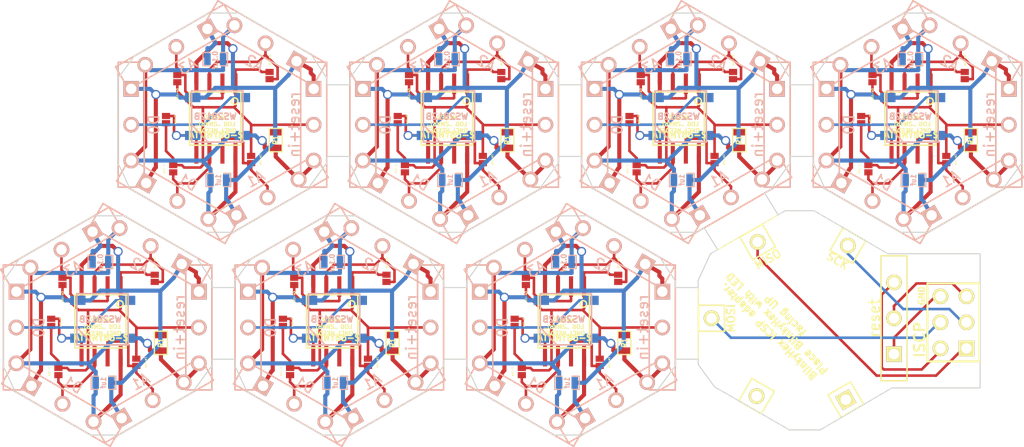
<source format=kicad_pcb>
(kicad_pcb (version 3) (host pcbnew "(2013-07-07 BZR 4022)-stable")
  (layers (15 F.Cu signal) (0 B.Cu signal) (18 B.Paste user) (19 F.Paste user) (20 B.SilkS user) (21 F.SilkS user) (22 B.Mask user) (23 F.Mask user) (28 Edge.Cuts user))
  (net 0 "")
  (net 1 +5V)
  (net 2 0)
  (net 3 0+1)
  (net 4 1)
  (net 5 A1)
  (net 6 A2)
  (net 7 A3)
  (net 8 GND)
  (net 9 N-0000010)
  (net 10 N-0000011)
  (net 11 N-0000012)
  (net 12 N-000007)
  (net 13 N-000008)
  (net 14 N-000009)
  (net 15 reset)
  (module pixelstrip-array (layer B.Cu) (at 37.9 16.65 150)
    (fp_text reference K4 hide)
    (fp_text value A2 (at -0.022372 -2.23875 150) (layer B.SilkS) (effects (font (size 1.016 1.016) (thickness 0.1524)) (justify mirror)))
    (pad 1 thru_hole rect (at -3.5 0 150) (size 1.524 1.524) (drill 1.016) (layers *.Cu *.Mask B.SilkS) (net 8 GND))
    (pad 2 thru_hole circle (at 0 0 150) (size 1.524 1.524) (drill 1.016) (layers *.Cu *.Mask B.SilkS) (net 6 A2))
    (pad 3 thru_hole circle (at 3.5 0 150) (size 1.524 1.524) (drill 1.016) (layers *.Cu *.Mask B.SilkS) (net 1 +5V))
  )
  (module pixelstrip-array (layer B.Cu) (at 38.1 31.7 30)
    (fp_text reference K3 hide)
    (fp_text value A1 (at -0.13923 -2.158846 30) (layer B.SilkS) (effects (font (size 1.016 1.016) (thickness 0.1524)) (justify mirror)))
    (pad 1 thru_hole rect (at -3.5 0 30) (size 1.524 1.524) (drill 1.016) (layers *.Cu *.Mask B.SilkS) (net 8 GND))
    (pad 2 thru_hole circle (at 0 0 30) (size 1.524 1.524) (drill 1.016) (layers *.Cu *.Mask B.SilkS) (net 5 A1))
    (pad 3 thru_hole circle (at 3.5 0 30) (size 1.524 1.524) (drill 1.016) (layers *.Cu *.Mask B.SilkS) (net 1 +5V))
  )
  (module pixelstrip-array (layer B.Cu) (at 24.8 24.6 270)
    (fp_text reference K1 hide)
    (fp_text value D0 (at 0 -2.2 270) (layer B.SilkS) (effects (font (size 1.016 1.016) (thickness 0.1524)) (justify mirror)))
    (pad 1 thru_hole rect (at -3.5 0 270) (size 1.524 1.524) (drill 1.016) (layers *.Cu *.Mask B.SilkS) (net 8 GND))
    (pad 2 thru_hole circle (at 0 0 270) (size 1.524 1.524) (drill 1.016) (layers *.Cu *.Mask B.SilkS) (net 3 0+1))
    (pad 3 thru_hole circle (at 3.5 0 270) (size 1.524 1.524) (drill 1.016) (layers *.Cu *.Mask B.SilkS) (net 1 +5V))
  )
  (module pixelstrip-array (layer B.Cu) (at 29.3 32.05 330)
    (fp_text reference K6 hide)
    (fp_text value D1 (at -0.058975 -2.102147 330) (layer B.SilkS) (effects (font (size 1.016 1.016) (thickness 0.1524)) (justify mirror)))
    (pad 1 thru_hole rect (at -3.5 0 330) (size 1.524 1.524) (drill 1.016) (layers *.Cu *.Mask B.SilkS) (net 8 GND))
    (pad 2 thru_hole circle (at 0 0 330) (size 1.524 1.524) (drill 1.016) (layers *.Cu *.Mask B.SilkS) (net 4 1))
    (pad 3 thru_hole circle (at 3.5 0 330) (size 1.524 1.524) (drill 1.016) (layers *.Cu *.Mask B.SilkS) (net 1 +5V))
  )
  (module pixelstrip-array (layer B.Cu) (at 42.6 24.6 270)
    (fp_text reference K5 hide)
    (fp_text value reset+in (at 0 1.9 270) (layer B.SilkS) (effects (font (size 1.016 1.016) (thickness 0.1524)) (justify mirror)))
    (pad 1 thru_hole rect (at -3.5 0 270) (size 1.524 1.524) (drill 1.016) (layers *.Cu *.Mask B.SilkS) (net 8 GND))
    (pad 2 thru_hole circle (at 0 0 270) (size 1.524 1.524) (drill 1.016) (layers *.Cu *.Mask B.SilkS) (net 15 reset))
    (pad 3 thru_hole circle (at 3.5 0 270) (size 1.524 1.524) (drill 1.016) (layers *.Cu *.Mask B.SilkS) (net 1 +5V))
  )
  (module pixelstrip-array (layer B.Cu) (at 29.2 17 210)
    (fp_text reference K2 hide)
    (fp_text value A3 (at -0.002628 -2.195448 210) (layer B.SilkS) (effects (font (size 1.016 1.016) (thickness 0.1524)) (justify mirror)))
    (pad 1 thru_hole rect (at -3.5 0 210) (size 1.524 1.524) (drill 1.016) (layers *.Cu *.Mask B.SilkS) (net 8 GND))
    (pad 2 thru_hole circle (at 0 0 210) (size 1.524 1.524) (drill 1.016) (layers *.Cu *.Mask B.SilkS) (net 7 A3))
    (pad 3 thru_hole circle (at 3.5 0 210) (size 1.524 1.524) (drill 1.016) (layers *.Cu *.Mask B.SilkS) (net 1 +5V))
  )
  (module 603_bridge (layer F.Cu) (at 28.2 24.1 90)
    (fp_text reference P5 hide)
    (fp_text value act-0 (at 0 0.9 90) (layer F.SilkS) (effects (font (size 0.20066 0.20066) (thickness 0.04064))))
    (pad 1 smd rect (at 0.35 0 90) (size 0.6 0.8) (layers F.Cu F.Paste F.Mask) (net 2 0))
    (pad 2 smd rect (at -0.35 0 90) (size 0.6 0.8) (layers F.Cu F.Paste F.Mask) (net 15 reset))
  )
  (module 603_bridge (layer F.Cu) (at 28.9 28.9 270)
    (fp_text reference P4 hide)
    (fp_text value act-1 (at 0 0.9 270) (layer F.SilkS) (effects (font (size 0.20066 0.20066) (thickness 0.04064))))
    (pad 1 smd rect (at 0.35 0 270) (size 0.6 0.8) (layers F.Cu F.Paste F.Mask) (net 4 1))
    (pad 2 smd rect (at -0.35 0 270) (size 0.6 0.8) (layers F.Cu F.Paste F.Mask) (net 15 reset))
  )
  (module 603_bridge (layer F.Cu) (at 36.5 28 270)
    (fp_text reference P3 hide)
    (fp_text value act-a1 (at 0 -0.9 270) (layer F.SilkS) (effects (font (size 0.20066 0.20066) (thickness 0.04064))))
    (pad 1 smd rect (at 0.35 0 270) (size 0.6 0.8) (layers F.Cu F.Paste F.Mask) (net 5 A1))
    (pad 2 smd rect (at -0.35 0 270) (size 0.6 0.8) (layers F.Cu F.Paste F.Mask) (net 15 reset))
  )
  (module 603_bridge (layer F.Cu) (at 29.3 20.1 90)
    (fp_text reference P2 hide)
    (fp_text value act-a3 (at -1.5 0 90) (layer F.SilkS) (effects (font (size 0.20066 0.20066) (thickness 0.04064))))
    (pad 1 smd rect (at 0.35 0 90) (size 0.6 0.8) (layers F.Cu F.Paste F.Mask) (net 7 A3))
    (pad 2 smd rect (at -0.35 0 90) (size 0.6 0.8) (layers F.Cu F.Paste F.Mask) (net 15 reset))
  )
  (module ws2812b (layer B.Cu) (at 33.2 23.8 180)
    (fp_text reference IC1 hide)
    (fp_text value WS2812B (at 0.2 0 180) (layer B.SilkS) (effects (font (size 0.6 0.6)) (justify mirror)))
    (pad 1 smd rect (at -2.45 1.85 180) (size 1.5 0.9) (layers B.Cu B.Paste B.Mask) (net 3 0+1))
    (pad 2 smd rect (at -2.45 -1.85 180) (size 1.5 0.9) (layers B.Cu B.Paste B.Mask) (net 1 +5V))
    (pad 3 smd rect (at 2.4 -1.85 180) (size 1.5 0.9) (layers B.Cu B.Paste B.Mask) (net 2 0))
    (pad 4 smd rect (at 2.4 1.85 180) (size 1.5 0.9) (layers B.Cu B.Paste B.Mask) (net 8 GND))
  )
  (module SM0603_Capa (layer B.Cu) (at 33.3 30)
    (fp_text reference C2 hide)
    (fp_text value 1uf (at 0 0 270) (layer B.SilkS) (effects (font (size 0.508 0.4572) (thickness 0.1143)) (justify mirror)))
    (pad 1 smd rect (at -0.762 0) (size 0.635 1.143) (layers B.Cu B.Paste B.Mask) (net 1 +5V))
    (pad 2 smd rect (at 0.762 0) (size 0.635 1.143) (layers B.Cu B.Paste B.Mask) (net 8 GND))
  )
  (module SM0603_Capa (layer B.Cu) (at 33 18.2 180)
    (fp_text reference C1 hide)
    (fp_text value 0.1uf (at 0 -0.1 450) (layer B.SilkS) (effects (font (size 0.508 0.4572) (thickness 0.1143)) (justify mirror)))
    (pad 1 smd rect (at -0.762 0 180) (size 0.635 1.143) (layers B.Cu B.Paste B.Mask) (net 1 +5V))
    (pad 2 smd rect (at 0.762 0 180) (size 0.635 1.143) (layers B.Cu B.Paste B.Mask) (net 8 GND))
  )
  (module SOIC8_W (layer F.Cu) (at 33.1 24.1 180)
    (fp_text reference IC2 hide)
    (fp_text value ATTINY85-S (at 0 -1.5 180) (layer F.SilkS) (effects (font (size 0.6 0.6))))
    (pad 5 smd rect (at 1.94 -3.3 180) (size 0.4 2) (layers F.Cu F.Paste F.Mask) (net 2 0))
    (pad 6 smd rect (at 0.67 -3.3 180) (size 0.4 2) (layers F.Cu F.Paste F.Mask) (net 4 1))
    (pad 7 smd rect (at -0.6 -3.3 180) (size 0.4 2) (layers F.Cu F.Paste F.Mask) (net 5 A1))
    (pad 8 smd rect (at -1.87 -3.3 180) (size 0.4 2) (layers F.Cu F.Paste F.Mask) (net 1 +5V))
    (pad 1 smd rect (at -1.87 3.5 180) (size 0.4 2) (layers F.Cu F.Paste F.Mask) (net 15 reset))
    (pad 2 smd rect (at -0.6 3.5 180) (size 0.4 2) (layers F.Cu F.Paste F.Mask) (net 7 A3))
    (pad 3 smd rect (at 0.67 3.5 180) (size 0.4 2) (layers F.Cu F.Paste F.Mask) (net 6 A2))
    (pad 4 smd rect (at 1.94 3.5 180) (size 0.4 2) (layers F.Cu F.Paste F.Mask) (net 8 GND))
  )
  (module 603_bridge (layer F.Cu) (at 38.3 19.8 270)
    (fp_text reference P1 hide)
    (fp_text value act-a2 (at -1.5 0 270) (layer F.SilkS) (effects (font (size 0.20066 0.20066) (thickness 0.04064))))
    (pad 1 smd rect (at 0.35 0 270) (size 0.6 0.8) (layers F.Cu F.Paste F.Mask) (net 6 A2))
    (pad 2 smd rect (at -0.35 0 270) (size 0.6 0.8) (layers F.Cu F.Paste F.Mask) (net 15 reset))
  )
  (module SM0603 (layer F.Cu) (at 38.9 26.1 90)
    (fp_text reference R1 (at 0 0 90) (layer F.SilkS) (effects (font (size 0.508 0.4572) (thickness 0.1143))))
    (fp_text value 10k hide)
    (pad 1 smd rect (at -0.762 0 90) (size 0.635 1.143) (layers F.Cu F.Paste F.Mask) (net 1 +5V))
    (pad 2 smd rect (at 0.762 0 90) (size 0.635 1.143) (layers F.Cu F.Paste F.Mask) (net 15 reset))
  )
  (module SM0603 (layer F.Cu) (at 61.5 26.1 90)
    (fp_text reference R1 (at 0 0 90) (layer F.SilkS) (effects (font (size 0.508 0.4572) (thickness 0.1143))))
    (fp_text value 10k hide)
    (pad 1 smd rect (at -0.762 0 90) (size 0.635 1.143) (layers F.Cu F.Paste F.Mask) (net 1 +5V))
    (pad 2 smd rect (at 0.762 0 90) (size 0.635 1.143) (layers F.Cu F.Paste F.Mask) (net 15 reset))
  )
  (module 603_bridge (layer F.Cu) (at 60.9 19.8 270)
    (fp_text reference P1 hide)
    (fp_text value act-a2 (at -1.5 0 270) (layer F.SilkS) (effects (font (size 0.20066 0.20066) (thickness 0.04064))))
    (pad 1 smd rect (at 0.35 0 270) (size 0.6 0.8) (layers F.Cu F.Paste F.Mask) (net 6 A2))
    (pad 2 smd rect (at -0.35 0 270) (size 0.6 0.8) (layers F.Cu F.Paste F.Mask) (net 15 reset))
  )
  (module SOIC8_W (layer F.Cu) (at 55.7 24.1 180)
    (fp_text reference IC2 hide)
    (fp_text value ATTINY85-S (at 0 -1.5 180) (layer F.SilkS) (effects (font (size 0.6 0.6))))
    (pad 5 smd rect (at 1.94 -3.3 180) (size 0.4 2) (layers F.Cu F.Paste F.Mask) (net 2 0))
    (pad 6 smd rect (at 0.67 -3.3 180) (size 0.4 2) (layers F.Cu F.Paste F.Mask) (net 4 1))
    (pad 7 smd rect (at -0.6 -3.3 180) (size 0.4 2) (layers F.Cu F.Paste F.Mask) (net 5 A1))
    (pad 8 smd rect (at -1.87 -3.3 180) (size 0.4 2) (layers F.Cu F.Paste F.Mask) (net 1 +5V))
    (pad 1 smd rect (at -1.87 3.5 180) (size 0.4 2) (layers F.Cu F.Paste F.Mask) (net 15 reset))
    (pad 2 smd rect (at -0.6 3.5 180) (size 0.4 2) (layers F.Cu F.Paste F.Mask) (net 7 A3))
    (pad 3 smd rect (at 0.67 3.5 180) (size 0.4 2) (layers F.Cu F.Paste F.Mask) (net 6 A2))
    (pad 4 smd rect (at 1.94 3.5 180) (size 0.4 2) (layers F.Cu F.Paste F.Mask) (net 8 GND))
  )
  (module SM0603_Capa (layer B.Cu) (at 55.6 18.2 180)
    (fp_text reference C1 hide)
    (fp_text value 0.1uf (at 0 -0.1 450) (layer B.SilkS) (effects (font (size 0.508 0.4572) (thickness 0.1143)) (justify mirror)))
    (pad 1 smd rect (at -0.762 0 180) (size 0.635 1.143) (layers B.Cu B.Paste B.Mask) (net 1 +5V))
    (pad 2 smd rect (at 0.762 0 180) (size 0.635 1.143) (layers B.Cu B.Paste B.Mask) (net 8 GND))
  )
  (module SM0603_Capa (layer B.Cu) (at 55.9 30)
    (fp_text reference C2 hide)
    (fp_text value 1uf (at 0 0 270) (layer B.SilkS) (effects (font (size 0.508 0.4572) (thickness 0.1143)) (justify mirror)))
    (pad 1 smd rect (at -0.762 0) (size 0.635 1.143) (layers B.Cu B.Paste B.Mask) (net 1 +5V))
    (pad 2 smd rect (at 0.762 0) (size 0.635 1.143) (layers B.Cu B.Paste B.Mask) (net 8 GND))
  )
  (module ws2812b (layer B.Cu) (at 55.8 23.8 180)
    (fp_text reference IC1 hide)
    (fp_text value WS2812B (at 0.2 0 180) (layer B.SilkS) (effects (font (size 0.6 0.6)) (justify mirror)))
    (pad 1 smd rect (at -2.45 1.85 180) (size 1.5 0.9) (layers B.Cu B.Paste B.Mask) (net 3 0+1))
    (pad 2 smd rect (at -2.45 -1.85 180) (size 1.5 0.9) (layers B.Cu B.Paste B.Mask) (net 1 +5V))
    (pad 3 smd rect (at 2.4 -1.85 180) (size 1.5 0.9) (layers B.Cu B.Paste B.Mask) (net 2 0))
    (pad 4 smd rect (at 2.4 1.85 180) (size 1.5 0.9) (layers B.Cu B.Paste B.Mask) (net 8 GND))
  )
  (module 603_bridge (layer F.Cu) (at 51.9 20.1 90)
    (fp_text reference P2 hide)
    (fp_text value act-a3 (at -1.5 0 90) (layer F.SilkS) (effects (font (size 0.20066 0.20066) (thickness 0.04064))))
    (pad 1 smd rect (at 0.35 0 90) (size 0.6 0.8) (layers F.Cu F.Paste F.Mask) (net 7 A3))
    (pad 2 smd rect (at -0.35 0 90) (size 0.6 0.8) (layers F.Cu F.Paste F.Mask) (net 15 reset))
  )
  (module 603_bridge (layer F.Cu) (at 59.1 28 270)
    (fp_text reference P3 hide)
    (fp_text value act-a1 (at 0 -0.9 270) (layer F.SilkS) (effects (font (size 0.20066 0.20066) (thickness 0.04064))))
    (pad 1 smd rect (at 0.35 0 270) (size 0.6 0.8) (layers F.Cu F.Paste F.Mask) (net 5 A1))
    (pad 2 smd rect (at -0.35 0 270) (size 0.6 0.8) (layers F.Cu F.Paste F.Mask) (net 15 reset))
  )
  (module 603_bridge (layer F.Cu) (at 51.5 28.9 270)
    (fp_text reference P4 hide)
    (fp_text value act-1 (at 0 0.9 270) (layer F.SilkS) (effects (font (size 0.20066 0.20066) (thickness 0.04064))))
    (pad 1 smd rect (at 0.35 0 270) (size 0.6 0.8) (layers F.Cu F.Paste F.Mask) (net 4 1))
    (pad 2 smd rect (at -0.35 0 270) (size 0.6 0.8) (layers F.Cu F.Paste F.Mask) (net 15 reset))
  )
  (module 603_bridge (layer F.Cu) (at 50.8 24.1 90)
    (fp_text reference P5 hide)
    (fp_text value act-0 (at 0 0.9 90) (layer F.SilkS) (effects (font (size 0.20066 0.20066) (thickness 0.04064))))
    (pad 1 smd rect (at 0.35 0 90) (size 0.6 0.8) (layers F.Cu F.Paste F.Mask) (net 2 0))
    (pad 2 smd rect (at -0.35 0 90) (size 0.6 0.8) (layers F.Cu F.Paste F.Mask) (net 15 reset))
  )
  (module pixelstrip-array (layer B.Cu) (at 51.8 17 210)
    (fp_text reference K2 hide)
    (fp_text value A3 (at -0.002628 -2.195448 210) (layer B.SilkS) (effects (font (size 1.016 1.016) (thickness 0.1524)) (justify mirror)))
    (pad 1 thru_hole rect (at -3.5 0 210) (size 1.524 1.524) (drill 1.016) (layers *.Cu *.Mask B.SilkS) (net 8 GND))
    (pad 2 thru_hole circle (at 0 0 210) (size 1.524 1.524) (drill 1.016) (layers *.Cu *.Mask B.SilkS) (net 7 A3))
    (pad 3 thru_hole circle (at 3.5 0 210) (size 1.524 1.524) (drill 1.016) (layers *.Cu *.Mask B.SilkS) (net 1 +5V))
  )
  (module pixelstrip-array (layer B.Cu) (at 65.2 24.6 270)
    (fp_text reference K5 hide)
    (fp_text value reset+in (at 0 1.9 270) (layer B.SilkS) (effects (font (size 1.016 1.016) (thickness 0.1524)) (justify mirror)))
    (pad 1 thru_hole rect (at -3.5 0 270) (size 1.524 1.524) (drill 1.016) (layers *.Cu *.Mask B.SilkS) (net 8 GND))
    (pad 2 thru_hole circle (at 0 0 270) (size 1.524 1.524) (drill 1.016) (layers *.Cu *.Mask B.SilkS) (net 15 reset))
    (pad 3 thru_hole circle (at 3.5 0 270) (size 1.524 1.524) (drill 1.016) (layers *.Cu *.Mask B.SilkS) (net 1 +5V))
  )
  (module pixelstrip-array (layer B.Cu) (at 51.9 32.05 330)
    (fp_text reference K6 hide)
    (fp_text value D1 (at -0.058975 -2.102147 330) (layer B.SilkS) (effects (font (size 1.016 1.016) (thickness 0.1524)) (justify mirror)))
    (pad 1 thru_hole rect (at -3.5 0 330) (size 1.524 1.524) (drill 1.016) (layers *.Cu *.Mask B.SilkS) (net 8 GND))
    (pad 2 thru_hole circle (at 0 0 330) (size 1.524 1.524) (drill 1.016) (layers *.Cu *.Mask B.SilkS) (net 4 1))
    (pad 3 thru_hole circle (at 3.5 0 330) (size 1.524 1.524) (drill 1.016) (layers *.Cu *.Mask B.SilkS) (net 1 +5V))
  )
  (module pixelstrip-array (layer B.Cu) (at 47.4 24.6 270)
    (fp_text reference K1 hide)
    (fp_text value D0 (at 0 -2.2 270) (layer B.SilkS) (effects (font (size 1.016 1.016) (thickness 0.1524)) (justify mirror)))
    (pad 1 thru_hole rect (at -3.5 0 270) (size 1.524 1.524) (drill 1.016) (layers *.Cu *.Mask B.SilkS) (net 8 GND))
    (pad 2 thru_hole circle (at 0 0 270) (size 1.524 1.524) (drill 1.016) (layers *.Cu *.Mask B.SilkS) (net 3 0+1))
    (pad 3 thru_hole circle (at 3.5 0 270) (size 1.524 1.524) (drill 1.016) (layers *.Cu *.Mask B.SilkS) (net 1 +5V))
  )
  (module pixelstrip-array (layer B.Cu) (at 60.7 31.7 30)
    (fp_text reference K3 hide)
    (fp_text value A1 (at -0.13923 -2.158846 30) (layer B.SilkS) (effects (font (size 1.016 1.016) (thickness 0.1524)) (justify mirror)))
    (pad 1 thru_hole rect (at -3.5 0 30) (size 1.524 1.524) (drill 1.016) (layers *.Cu *.Mask B.SilkS) (net 8 GND))
    (pad 2 thru_hole circle (at 0 0 30) (size 1.524 1.524) (drill 1.016) (layers *.Cu *.Mask B.SilkS) (net 5 A1))
    (pad 3 thru_hole circle (at 3.5 0 30) (size 1.524 1.524) (drill 1.016) (layers *.Cu *.Mask B.SilkS) (net 1 +5V))
  )
  (module pixelstrip-array (layer B.Cu) (at 60.5 16.65 150)
    (fp_text reference K4 hide)
    (fp_text value A2 (at -0.022372 -2.23875 150) (layer B.SilkS) (effects (font (size 1.016 1.016) (thickness 0.1524)) (justify mirror)))
    (pad 1 thru_hole rect (at -3.5 0 150) (size 1.524 1.524) (drill 1.016) (layers *.Cu *.Mask B.SilkS) (net 8 GND))
    (pad 2 thru_hole circle (at 0 0 150) (size 1.524 1.524) (drill 1.016) (layers *.Cu *.Mask B.SilkS) (net 6 A2))
    (pad 3 thru_hole circle (at 3.5 0 150) (size 1.524 1.524) (drill 1.016) (layers *.Cu *.Mask B.SilkS) (net 1 +5V))
  )
  (module SM0603 (layer F.Cu) (at 84.1 26.1 90)
    (fp_text reference R1 (at 0 0 90) (layer F.SilkS) (effects (font (size 0.508 0.4572) (thickness 0.1143))))
    (fp_text value 10k hide)
    (pad 1 smd rect (at -0.762 0 90) (size 0.635 1.143) (layers F.Cu F.Paste F.Mask) (net 1 +5V))
    (pad 2 smd rect (at 0.762 0 90) (size 0.635 1.143) (layers F.Cu F.Paste F.Mask) (net 15 reset))
  )
  (module 603_bridge (layer F.Cu) (at 83.5 19.8 270)
    (fp_text reference P1 hide)
    (fp_text value act-a2 (at -1.5 0 270) (layer F.SilkS) (effects (font (size 0.20066 0.20066) (thickness 0.04064))))
    (pad 1 smd rect (at 0.35 0 270) (size 0.6 0.8) (layers F.Cu F.Paste F.Mask) (net 6 A2))
    (pad 2 smd rect (at -0.35 0 270) (size 0.6 0.8) (layers F.Cu F.Paste F.Mask) (net 15 reset))
  )
  (module SOIC8_W (layer F.Cu) (at 78.3 24.1 180)
    (fp_text reference IC2 hide)
    (fp_text value ATTINY85-S (at 0 -1.5 180) (layer F.SilkS) (effects (font (size 0.6 0.6))))
    (pad 5 smd rect (at 1.94 -3.3 180) (size 0.4 2) (layers F.Cu F.Paste F.Mask) (net 2 0))
    (pad 6 smd rect (at 0.67 -3.3 180) (size 0.4 2) (layers F.Cu F.Paste F.Mask) (net 4 1))
    (pad 7 smd rect (at -0.6 -3.3 180) (size 0.4 2) (layers F.Cu F.Paste F.Mask) (net 5 A1))
    (pad 8 smd rect (at -1.87 -3.3 180) (size 0.4 2) (layers F.Cu F.Paste F.Mask) (net 1 +5V))
    (pad 1 smd rect (at -1.87 3.5 180) (size 0.4 2) (layers F.Cu F.Paste F.Mask) (net 15 reset))
    (pad 2 smd rect (at -0.6 3.5 180) (size 0.4 2) (layers F.Cu F.Paste F.Mask) (net 7 A3))
    (pad 3 smd rect (at 0.67 3.5 180) (size 0.4 2) (layers F.Cu F.Paste F.Mask) (net 6 A2))
    (pad 4 smd rect (at 1.94 3.5 180) (size 0.4 2) (layers F.Cu F.Paste F.Mask) (net 8 GND))
  )
  (module SM0603_Capa (layer B.Cu) (at 78.2 18.2 180)
    (fp_text reference C1 hide)
    (fp_text value 0.1uf (at 0 -0.1 450) (layer B.SilkS) (effects (font (size 0.508 0.4572) (thickness 0.1143)) (justify mirror)))
    (pad 1 smd rect (at -0.762 0 180) (size 0.635 1.143) (layers B.Cu B.Paste B.Mask) (net 1 +5V))
    (pad 2 smd rect (at 0.762 0 180) (size 0.635 1.143) (layers B.Cu B.Paste B.Mask) (net 8 GND))
  )
  (module SM0603_Capa (layer B.Cu) (at 78.5 30)
    (fp_text reference C2 hide)
    (fp_text value 1uf (at 0 0 270) (layer B.SilkS) (effects (font (size 0.508 0.4572) (thickness 0.1143)) (justify mirror)))
    (pad 1 smd rect (at -0.762 0) (size 0.635 1.143) (layers B.Cu B.Paste B.Mask) (net 1 +5V))
    (pad 2 smd rect (at 0.762 0) (size 0.635 1.143) (layers B.Cu B.Paste B.Mask) (net 8 GND))
  )
  (module ws2812b (layer B.Cu) (at 78.4 23.8 180)
    (fp_text reference IC1 hide)
    (fp_text value WS2812B (at 0.2 0 180) (layer B.SilkS) (effects (font (size 0.6 0.6)) (justify mirror)))
    (pad 1 smd rect (at -2.45 1.85 180) (size 1.5 0.9) (layers B.Cu B.Paste B.Mask) (net 3 0+1))
    (pad 2 smd rect (at -2.45 -1.85 180) (size 1.5 0.9) (layers B.Cu B.Paste B.Mask) (net 1 +5V))
    (pad 3 smd rect (at 2.4 -1.85 180) (size 1.5 0.9) (layers B.Cu B.Paste B.Mask) (net 2 0))
    (pad 4 smd rect (at 2.4 1.85 180) (size 1.5 0.9) (layers B.Cu B.Paste B.Mask) (net 8 GND))
  )
  (module 603_bridge (layer F.Cu) (at 74.5 20.1 90)
    (fp_text reference P2 hide)
    (fp_text value act-a3 (at -1.5 0 90) (layer F.SilkS) (effects (font (size 0.20066 0.20066) (thickness 0.04064))))
    (pad 1 smd rect (at 0.35 0 90) (size 0.6 0.8) (layers F.Cu F.Paste F.Mask) (net 7 A3))
    (pad 2 smd rect (at -0.35 0 90) (size 0.6 0.8) (layers F.Cu F.Paste F.Mask) (net 15 reset))
  )
  (module 603_bridge (layer F.Cu) (at 81.7 28 270)
    (fp_text reference P3 hide)
    (fp_text value act-a1 (at 0 -0.9 270) (layer F.SilkS) (effects (font (size 0.20066 0.20066) (thickness 0.04064))))
    (pad 1 smd rect (at 0.35 0 270) (size 0.6 0.8) (layers F.Cu F.Paste F.Mask) (net 5 A1))
    (pad 2 smd rect (at -0.35 0 270) (size 0.6 0.8) (layers F.Cu F.Paste F.Mask) (net 15 reset))
  )
  (module 603_bridge (layer F.Cu) (at 74.1 28.9 270)
    (fp_text reference P4 hide)
    (fp_text value act-1 (at 0 0.9 270) (layer F.SilkS) (effects (font (size 0.20066 0.20066) (thickness 0.04064))))
    (pad 1 smd rect (at 0.35 0 270) (size 0.6 0.8) (layers F.Cu F.Paste F.Mask) (net 4 1))
    (pad 2 smd rect (at -0.35 0 270) (size 0.6 0.8) (layers F.Cu F.Paste F.Mask) (net 15 reset))
  )
  (module 603_bridge (layer F.Cu) (at 73.4 24.1 90)
    (fp_text reference P5 hide)
    (fp_text value act-0 (at 0 0.9 90) (layer F.SilkS) (effects (font (size 0.20066 0.20066) (thickness 0.04064))))
    (pad 1 smd rect (at 0.35 0 90) (size 0.6 0.8) (layers F.Cu F.Paste F.Mask) (net 2 0))
    (pad 2 smd rect (at -0.35 0 90) (size 0.6 0.8) (layers F.Cu F.Paste F.Mask) (net 15 reset))
  )
  (module pixelstrip-array (layer B.Cu) (at 74.4 17 210)
    (fp_text reference K2 hide)
    (fp_text value A3 (at -0.002628 -2.195448 210) (layer B.SilkS) (effects (font (size 1.016 1.016) (thickness 0.1524)) (justify mirror)))
    (pad 1 thru_hole rect (at -3.5 0 210) (size 1.524 1.524) (drill 1.016) (layers *.Cu *.Mask B.SilkS) (net 8 GND))
    (pad 2 thru_hole circle (at 0 0 210) (size 1.524 1.524) (drill 1.016) (layers *.Cu *.Mask B.SilkS) (net 7 A3))
    (pad 3 thru_hole circle (at 3.5 0 210) (size 1.524 1.524) (drill 1.016) (layers *.Cu *.Mask B.SilkS) (net 1 +5V))
  )
  (module pixelstrip-array (layer B.Cu) (at 87.8 24.6 270)
    (fp_text reference K5 hide)
    (fp_text value reset+in (at 0 1.9 270) (layer B.SilkS) (effects (font (size 1.016 1.016) (thickness 0.1524)) (justify mirror)))
    (pad 1 thru_hole rect (at -3.5 0 270) (size 1.524 1.524) (drill 1.016) (layers *.Cu *.Mask B.SilkS) (net 8 GND))
    (pad 2 thru_hole circle (at 0 0 270) (size 1.524 1.524) (drill 1.016) (layers *.Cu *.Mask B.SilkS) (net 15 reset))
    (pad 3 thru_hole circle (at 3.5 0 270) (size 1.524 1.524) (drill 1.016) (layers *.Cu *.Mask B.SilkS) (net 1 +5V))
  )
  (module pixelstrip-array (layer B.Cu) (at 74.5 32.05 330)
    (fp_text reference K6 hide)
    (fp_text value D1 (at -0.058975 -2.102147 330) (layer B.SilkS) (effects (font (size 1.016 1.016) (thickness 0.1524)) (justify mirror)))
    (pad 1 thru_hole rect (at -3.5 0 330) (size 1.524 1.524) (drill 1.016) (layers *.Cu *.Mask B.SilkS) (net 8 GND))
    (pad 2 thru_hole circle (at 0 0 330) (size 1.524 1.524) (drill 1.016) (layers *.Cu *.Mask B.SilkS) (net 4 1))
    (pad 3 thru_hole circle (at 3.5 0 330) (size 1.524 1.524) (drill 1.016) (layers *.Cu *.Mask B.SilkS) (net 1 +5V))
  )
  (module pixelstrip-array (layer B.Cu) (at 70 24.6 270)
    (fp_text reference K1 hide)
    (fp_text value D0 (at 0 -2.2 270) (layer B.SilkS) (effects (font (size 1.016 1.016) (thickness 0.1524)) (justify mirror)))
    (pad 1 thru_hole rect (at -3.5 0 270) (size 1.524 1.524) (drill 1.016) (layers *.Cu *.Mask B.SilkS) (net 8 GND))
    (pad 2 thru_hole circle (at 0 0 270) (size 1.524 1.524) (drill 1.016) (layers *.Cu *.Mask B.SilkS) (net 3 0+1))
    (pad 3 thru_hole circle (at 3.5 0 270) (size 1.524 1.524) (drill 1.016) (layers *.Cu *.Mask B.SilkS) (net 1 +5V))
  )
  (module pixelstrip-array (layer B.Cu) (at 83.3 31.7 30)
    (fp_text reference K3 hide)
    (fp_text value A1 (at -0.13923 -2.158846 30) (layer B.SilkS) (effects (font (size 1.016 1.016) (thickness 0.1524)) (justify mirror)))
    (pad 1 thru_hole rect (at -3.5 0 30) (size 1.524 1.524) (drill 1.016) (layers *.Cu *.Mask B.SilkS) (net 8 GND))
    (pad 2 thru_hole circle (at 0 0 30) (size 1.524 1.524) (drill 1.016) (layers *.Cu *.Mask B.SilkS) (net 5 A1))
    (pad 3 thru_hole circle (at 3.5 0 30) (size 1.524 1.524) (drill 1.016) (layers *.Cu *.Mask B.SilkS) (net 1 +5V))
  )
  (module pixelstrip-array (layer B.Cu) (at 83.1 16.65 150)
    (fp_text reference K4 hide)
    (fp_text value A2 (at -0.022372 -2.23875 150) (layer B.SilkS) (effects (font (size 1.016 1.016) (thickness 0.1524)) (justify mirror)))
    (pad 1 thru_hole rect (at -3.5 0 150) (size 1.524 1.524) (drill 1.016) (layers *.Cu *.Mask B.SilkS) (net 8 GND))
    (pad 2 thru_hole circle (at 0 0 150) (size 1.524 1.524) (drill 1.016) (layers *.Cu *.Mask B.SilkS) (net 6 A2))
    (pad 3 thru_hole circle (at 3.5 0 150) (size 1.524 1.524) (drill 1.016) (layers *.Cu *.Mask B.SilkS) (net 1 +5V))
  )
  (module pixelstrip-array (layer B.Cu) (at 71.9 36.45 150)
    (fp_text reference K4 hide)
    (fp_text value A2 (at -0.022372 -2.23875 150) (layer B.SilkS) (effects (font (size 1.016 1.016) (thickness 0.1524)) (justify mirror)))
    (pad 1 thru_hole rect (at -3.5 0 150) (size 1.524 1.524) (drill 1.016) (layers *.Cu *.Mask B.SilkS) (net 8 GND))
    (pad 2 thru_hole circle (at 0 0 150) (size 1.524 1.524) (drill 1.016) (layers *.Cu *.Mask B.SilkS) (net 6 A2))
    (pad 3 thru_hole circle (at 3.5 0 150) (size 1.524 1.524) (drill 1.016) (layers *.Cu *.Mask B.SilkS) (net 1 +5V))
  )
  (module pixelstrip-array (layer B.Cu) (at 72.1 51.5 30)
    (fp_text reference K3 hide)
    (fp_text value A1 (at -0.13923 -2.158846 30) (layer B.SilkS) (effects (font (size 1.016 1.016) (thickness 0.1524)) (justify mirror)))
    (pad 1 thru_hole rect (at -3.5 0 30) (size 1.524 1.524) (drill 1.016) (layers *.Cu *.Mask B.SilkS) (net 8 GND))
    (pad 2 thru_hole circle (at 0 0 30) (size 1.524 1.524) (drill 1.016) (layers *.Cu *.Mask B.SilkS) (net 5 A1))
    (pad 3 thru_hole circle (at 3.5 0 30) (size 1.524 1.524) (drill 1.016) (layers *.Cu *.Mask B.SilkS) (net 1 +5V))
  )
  (module pixelstrip-array (layer B.Cu) (at 58.8 44.4 270)
    (fp_text reference K1 hide)
    (fp_text value D0 (at 0 -2.2 270) (layer B.SilkS) (effects (font (size 1.016 1.016) (thickness 0.1524)) (justify mirror)))
    (pad 1 thru_hole rect (at -3.5 0 270) (size 1.524 1.524) (drill 1.016) (layers *.Cu *.Mask B.SilkS) (net 8 GND))
    (pad 2 thru_hole circle (at 0 0 270) (size 1.524 1.524) (drill 1.016) (layers *.Cu *.Mask B.SilkS) (net 3 0+1))
    (pad 3 thru_hole circle (at 3.5 0 270) (size 1.524 1.524) (drill 1.016) (layers *.Cu *.Mask B.SilkS) (net 1 +5V))
  )
  (module pixelstrip-array (layer B.Cu) (at 63.3 51.85 330)
    (fp_text reference K6 hide)
    (fp_text value D1 (at -0.058975 -2.102147 330) (layer B.SilkS) (effects (font (size 1.016 1.016) (thickness 0.1524)) (justify mirror)))
    (pad 1 thru_hole rect (at -3.5 0 330) (size 1.524 1.524) (drill 1.016) (layers *.Cu *.Mask B.SilkS) (net 8 GND))
    (pad 2 thru_hole circle (at 0 0 330) (size 1.524 1.524) (drill 1.016) (layers *.Cu *.Mask B.SilkS) (net 4 1))
    (pad 3 thru_hole circle (at 3.5 0 330) (size 1.524 1.524) (drill 1.016) (layers *.Cu *.Mask B.SilkS) (net 1 +5V))
  )
  (module pixelstrip-array (layer B.Cu) (at 76.6 44.4 270)
    (fp_text reference K5 hide)
    (fp_text value reset+in (at 0 1.9 270) (layer B.SilkS) (effects (font (size 1.016 1.016) (thickness 0.1524)) (justify mirror)))
    (pad 1 thru_hole rect (at -3.5 0 270) (size 1.524 1.524) (drill 1.016) (layers *.Cu *.Mask B.SilkS) (net 8 GND))
    (pad 2 thru_hole circle (at 0 0 270) (size 1.524 1.524) (drill 1.016) (layers *.Cu *.Mask B.SilkS) (net 15 reset))
    (pad 3 thru_hole circle (at 3.5 0 270) (size 1.524 1.524) (drill 1.016) (layers *.Cu *.Mask B.SilkS) (net 1 +5V))
  )
  (module pixelstrip-array (layer B.Cu) (at 63.2 36.8 210)
    (fp_text reference K2 hide)
    (fp_text value A3 (at -0.002628 -2.195448 210) (layer B.SilkS) (effects (font (size 1.016 1.016) (thickness 0.1524)) (justify mirror)))
    (pad 1 thru_hole rect (at -3.5 0 210) (size 1.524 1.524) (drill 1.016) (layers *.Cu *.Mask B.SilkS) (net 8 GND))
    (pad 2 thru_hole circle (at 0 0 210) (size 1.524 1.524) (drill 1.016) (layers *.Cu *.Mask B.SilkS) (net 7 A3))
    (pad 3 thru_hole circle (at 3.5 0 210) (size 1.524 1.524) (drill 1.016) (layers *.Cu *.Mask B.SilkS) (net 1 +5V))
  )
  (module 603_bridge (layer F.Cu) (at 62.2 43.9 90)
    (fp_text reference P5 hide)
    (fp_text value act-0 (at 0 0.9 90) (layer F.SilkS) (effects (font (size 0.20066 0.20066) (thickness 0.04064))))
    (pad 1 smd rect (at 0.35 0 90) (size 0.6 0.8) (layers F.Cu F.Paste F.Mask) (net 2 0))
    (pad 2 smd rect (at -0.35 0 90) (size 0.6 0.8) (layers F.Cu F.Paste F.Mask) (net 15 reset))
  )
  (module 603_bridge (layer F.Cu) (at 62.9 48.7 270)
    (fp_text reference P4 hide)
    (fp_text value act-1 (at 0 0.9 270) (layer F.SilkS) (effects (font (size 0.20066 0.20066) (thickness 0.04064))))
    (pad 1 smd rect (at 0.35 0 270) (size 0.6 0.8) (layers F.Cu F.Paste F.Mask) (net 4 1))
    (pad 2 smd rect (at -0.35 0 270) (size 0.6 0.8) (layers F.Cu F.Paste F.Mask) (net 15 reset))
  )
  (module 603_bridge (layer F.Cu) (at 70.5 47.8 270)
    (fp_text reference P3 hide)
    (fp_text value act-a1 (at 0 -0.9 270) (layer F.SilkS) (effects (font (size 0.20066 0.20066) (thickness 0.04064))))
    (pad 1 smd rect (at 0.35 0 270) (size 0.6 0.8) (layers F.Cu F.Paste F.Mask) (net 5 A1))
    (pad 2 smd rect (at -0.35 0 270) (size 0.6 0.8) (layers F.Cu F.Paste F.Mask) (net 15 reset))
  )
  (module 603_bridge (layer F.Cu) (at 63.3 39.9 90)
    (fp_text reference P2 hide)
    (fp_text value act-a3 (at -1.5 0 90) (layer F.SilkS) (effects (font (size 0.20066 0.20066) (thickness 0.04064))))
    (pad 1 smd rect (at 0.35 0 90) (size 0.6 0.8) (layers F.Cu F.Paste F.Mask) (net 7 A3))
    (pad 2 smd rect (at -0.35 0 90) (size 0.6 0.8) (layers F.Cu F.Paste F.Mask) (net 15 reset))
  )
  (module ws2812b (layer B.Cu) (at 67.2 43.6 180)
    (fp_text reference IC1 hide)
    (fp_text value WS2812B (at 0.2 0 180) (layer B.SilkS) (effects (font (size 0.6 0.6)) (justify mirror)))
    (pad 1 smd rect (at -2.45 1.85 180) (size 1.5 0.9) (layers B.Cu B.Paste B.Mask) (net 3 0+1))
    (pad 2 smd rect (at -2.45 -1.85 180) (size 1.5 0.9) (layers B.Cu B.Paste B.Mask) (net 1 +5V))
    (pad 3 smd rect (at 2.4 -1.85 180) (size 1.5 0.9) (layers B.Cu B.Paste B.Mask) (net 2 0))
    (pad 4 smd rect (at 2.4 1.85 180) (size 1.5 0.9) (layers B.Cu B.Paste B.Mask) (net 8 GND))
  )
  (module SM0603_Capa (layer B.Cu) (at 67.3 49.8)
    (fp_text reference C2 hide)
    (fp_text value 1uf (at 0 0 270) (layer B.SilkS) (effects (font (size 0.508 0.4572) (thickness 0.1143)) (justify mirror)))
    (pad 1 smd rect (at -0.762 0) (size 0.635 1.143) (layers B.Cu B.Paste B.Mask) (net 1 +5V))
    (pad 2 smd rect (at 0.762 0) (size 0.635 1.143) (layers B.Cu B.Paste B.Mask) (net 8 GND))
  )
  (module SM0603_Capa (layer B.Cu) (at 67 38 180)
    (fp_text reference C1 hide)
    (fp_text value 0.1uf (at 0 -0.1 450) (layer B.SilkS) (effects (font (size 0.508 0.4572) (thickness 0.1143)) (justify mirror)))
    (pad 1 smd rect (at -0.762 0 180) (size 0.635 1.143) (layers B.Cu B.Paste B.Mask) (net 1 +5V))
    (pad 2 smd rect (at 0.762 0 180) (size 0.635 1.143) (layers B.Cu B.Paste B.Mask) (net 8 GND))
  )
  (module SOIC8_W (layer F.Cu) (at 67.1 43.9 180)
    (fp_text reference IC2 hide)
    (fp_text value ATTINY85-S (at 0 -1.5 180) (layer F.SilkS) (effects (font (size 0.6 0.6))))
    (pad 5 smd rect (at 1.94 -3.3 180) (size 0.4 2) (layers F.Cu F.Paste F.Mask) (net 2 0))
    (pad 6 smd rect (at 0.67 -3.3 180) (size 0.4 2) (layers F.Cu F.Paste F.Mask) (net 4 1))
    (pad 7 smd rect (at -0.6 -3.3 180) (size 0.4 2) (layers F.Cu F.Paste F.Mask) (net 5 A1))
    (pad 8 smd rect (at -1.87 -3.3 180) (size 0.4 2) (layers F.Cu F.Paste F.Mask) (net 1 +5V))
    (pad 1 smd rect (at -1.87 3.5 180) (size 0.4 2) (layers F.Cu F.Paste F.Mask) (net 15 reset))
    (pad 2 smd rect (at -0.6 3.5 180) (size 0.4 2) (layers F.Cu F.Paste F.Mask) (net 7 A3))
    (pad 3 smd rect (at 0.67 3.5 180) (size 0.4 2) (layers F.Cu F.Paste F.Mask) (net 6 A2))
    (pad 4 smd rect (at 1.94 3.5 180) (size 0.4 2) (layers F.Cu F.Paste F.Mask) (net 8 GND))
  )
  (module 603_bridge (layer F.Cu) (at 72.3 39.6 270)
    (fp_text reference P1 hide)
    (fp_text value act-a2 (at -1.5 0 270) (layer F.SilkS) (effects (font (size 0.20066 0.20066) (thickness 0.04064))))
    (pad 1 smd rect (at 0.35 0 270) (size 0.6 0.8) (layers F.Cu F.Paste F.Mask) (net 6 A2))
    (pad 2 smd rect (at -0.35 0 270) (size 0.6 0.8) (layers F.Cu F.Paste F.Mask) (net 15 reset))
  )
  (module SM0603 (layer F.Cu) (at 72.9 45.9 90)
    (fp_text reference R1 (at 0 0 90) (layer F.SilkS) (effects (font (size 0.508 0.4572) (thickness 0.1143))))
    (fp_text value 10k hide)
    (pad 1 smd rect (at -0.762 0 90) (size 0.635 1.143) (layers F.Cu F.Paste F.Mask) (net 1 +5V))
    (pad 2 smd rect (at 0.762 0 90) (size 0.635 1.143) (layers F.Cu F.Paste F.Mask) (net 15 reset))
  )
  (module SM0603 (layer F.Cu) (at 106.7 26.1 90)
    (fp_text reference R1 (at 0 0 90) (layer F.SilkS) (effects (font (size 0.508 0.4572) (thickness 0.1143))))
    (fp_text value 10k hide)
    (pad 1 smd rect (at -0.762 0 90) (size 0.635 1.143) (layers F.Cu F.Paste F.Mask) (net 1 +5V))
    (pad 2 smd rect (at 0.762 0 90) (size 0.635 1.143) (layers F.Cu F.Paste F.Mask) (net 15 reset))
  )
  (module 603_bridge (layer F.Cu) (at 106.1 19.8 270)
    (fp_text reference P1 hide)
    (fp_text value act-a2 (at -1.5 0 270) (layer F.SilkS) (effects (font (size 0.20066 0.20066) (thickness 0.04064))))
    (pad 1 smd rect (at 0.35 0 270) (size 0.6 0.8) (layers F.Cu F.Paste F.Mask) (net 6 A2))
    (pad 2 smd rect (at -0.35 0 270) (size 0.6 0.8) (layers F.Cu F.Paste F.Mask) (net 15 reset))
  )
  (module SOIC8_W (layer F.Cu) (at 100.9 24.1 180)
    (fp_text reference IC2 hide)
    (fp_text value ATTINY85-S (at 0 -1.5 180) (layer F.SilkS) (effects (font (size 0.6 0.6))))
    (pad 5 smd rect (at 1.94 -3.3 180) (size 0.4 2) (layers F.Cu F.Paste F.Mask) (net 2 0))
    (pad 6 smd rect (at 0.67 -3.3 180) (size 0.4 2) (layers F.Cu F.Paste F.Mask) (net 4 1))
    (pad 7 smd rect (at -0.6 -3.3 180) (size 0.4 2) (layers F.Cu F.Paste F.Mask) (net 5 A1))
    (pad 8 smd rect (at -1.87 -3.3 180) (size 0.4 2) (layers F.Cu F.Paste F.Mask) (net 1 +5V))
    (pad 1 smd rect (at -1.87 3.5 180) (size 0.4 2) (layers F.Cu F.Paste F.Mask) (net 15 reset))
    (pad 2 smd rect (at -0.6 3.5 180) (size 0.4 2) (layers F.Cu F.Paste F.Mask) (net 7 A3))
    (pad 3 smd rect (at 0.67 3.5 180) (size 0.4 2) (layers F.Cu F.Paste F.Mask) (net 6 A2))
    (pad 4 smd rect (at 1.94 3.5 180) (size 0.4 2) (layers F.Cu F.Paste F.Mask) (net 8 GND))
  )
  (module SM0603_Capa (layer B.Cu) (at 100.8 18.2 180)
    (fp_text reference C1 hide)
    (fp_text value 0.1uf (at 0 -0.1 450) (layer B.SilkS) (effects (font (size 0.508 0.4572) (thickness 0.1143)) (justify mirror)))
    (pad 1 smd rect (at -0.762 0 180) (size 0.635 1.143) (layers B.Cu B.Paste B.Mask) (net 1 +5V))
    (pad 2 smd rect (at 0.762 0 180) (size 0.635 1.143) (layers B.Cu B.Paste B.Mask) (net 8 GND))
  )
  (module SM0603_Capa (layer B.Cu) (at 101.1 30)
    (fp_text reference C2 hide)
    (fp_text value 1uf (at 0 0 270) (layer B.SilkS) (effects (font (size 0.508 0.4572) (thickness 0.1143)) (justify mirror)))
    (pad 1 smd rect (at -0.762 0) (size 0.635 1.143) (layers B.Cu B.Paste B.Mask) (net 1 +5V))
    (pad 2 smd rect (at 0.762 0) (size 0.635 1.143) (layers B.Cu B.Paste B.Mask) (net 8 GND))
  )
  (module ws2812b (layer B.Cu) (at 101 23.8 180)
    (fp_text reference IC1 hide)
    (fp_text value WS2812B (at 0.2 0 180) (layer B.SilkS) (effects (font (size 0.6 0.6)) (justify mirror)))
    (pad 1 smd rect (at -2.45 1.85 180) (size 1.5 0.9) (layers B.Cu B.Paste B.Mask) (net 3 0+1))
    (pad 2 smd rect (at -2.45 -1.85 180) (size 1.5 0.9) (layers B.Cu B.Paste B.Mask) (net 1 +5V))
    (pad 3 smd rect (at 2.4 -1.85 180) (size 1.5 0.9) (layers B.Cu B.Paste B.Mask) (net 2 0))
    (pad 4 smd rect (at 2.4 1.85 180) (size 1.5 0.9) (layers B.Cu B.Paste B.Mask) (net 8 GND))
  )
  (module 603_bridge (layer F.Cu) (at 97.1 20.1 90)
    (fp_text reference P2 hide)
    (fp_text value act-a3 (at -1.5 0 90) (layer F.SilkS) (effects (font (size 0.20066 0.20066) (thickness 0.04064))))
    (pad 1 smd rect (at 0.35 0 90) (size 0.6 0.8) (layers F.Cu F.Paste F.Mask) (net 7 A3))
    (pad 2 smd rect (at -0.35 0 90) (size 0.6 0.8) (layers F.Cu F.Paste F.Mask) (net 15 reset))
  )
  (module 603_bridge (layer F.Cu) (at 104.3 28 270)
    (fp_text reference P3 hide)
    (fp_text value act-a1 (at 0 -0.9 270) (layer F.SilkS) (effects (font (size 0.20066 0.20066) (thickness 0.04064))))
    (pad 1 smd rect (at 0.35 0 270) (size 0.6 0.8) (layers F.Cu F.Paste F.Mask) (net 5 A1))
    (pad 2 smd rect (at -0.35 0 270) (size 0.6 0.8) (layers F.Cu F.Paste F.Mask) (net 15 reset))
  )
  (module 603_bridge (layer F.Cu) (at 96.7 28.9 270)
    (fp_text reference P4 hide)
    (fp_text value act-1 (at 0 0.9 270) (layer F.SilkS) (effects (font (size 0.20066 0.20066) (thickness 0.04064))))
    (pad 1 smd rect (at 0.35 0 270) (size 0.6 0.8) (layers F.Cu F.Paste F.Mask) (net 4 1))
    (pad 2 smd rect (at -0.35 0 270) (size 0.6 0.8) (layers F.Cu F.Paste F.Mask) (net 15 reset))
  )
  (module 603_bridge (layer F.Cu) (at 96 24.1 90)
    (fp_text reference P5 hide)
    (fp_text value act-0 (at 0 0.9 90) (layer F.SilkS) (effects (font (size 0.20066 0.20066) (thickness 0.04064))))
    (pad 1 smd rect (at 0.35 0 90) (size 0.6 0.8) (layers F.Cu F.Paste F.Mask) (net 2 0))
    (pad 2 smd rect (at -0.35 0 90) (size 0.6 0.8) (layers F.Cu F.Paste F.Mask) (net 15 reset))
  )
  (module pixelstrip-array (layer B.Cu) (at 97 17 210)
    (fp_text reference K2 hide)
    (fp_text value A3 (at -0.002628 -2.195448 210) (layer B.SilkS) (effects (font (size 1.016 1.016) (thickness 0.1524)) (justify mirror)))
    (pad 1 thru_hole rect (at -3.5 0 210) (size 1.524 1.524) (drill 1.016) (layers *.Cu *.Mask B.SilkS) (net 8 GND))
    (pad 2 thru_hole circle (at 0 0 210) (size 1.524 1.524) (drill 1.016) (layers *.Cu *.Mask B.SilkS) (net 7 A3))
    (pad 3 thru_hole circle (at 3.5 0 210) (size 1.524 1.524) (drill 1.016) (layers *.Cu *.Mask B.SilkS) (net 1 +5V))
  )
  (module pixelstrip-array (layer B.Cu) (at 110.4 24.6 270)
    (fp_text reference K5 hide)
    (fp_text value reset+in (at 0 1.9 270) (layer B.SilkS) (effects (font (size 1.016 1.016) (thickness 0.1524)) (justify mirror)))
    (pad 1 thru_hole rect (at -3.5 0 270) (size 1.524 1.524) (drill 1.016) (layers *.Cu *.Mask B.SilkS) (net 8 GND))
    (pad 2 thru_hole circle (at 0 0 270) (size 1.524 1.524) (drill 1.016) (layers *.Cu *.Mask B.SilkS) (net 15 reset))
    (pad 3 thru_hole circle (at 3.5 0 270) (size 1.524 1.524) (drill 1.016) (layers *.Cu *.Mask B.SilkS) (net 1 +5V))
  )
  (module pixelstrip-array (layer B.Cu) (at 97.1 32.05 330)
    (fp_text reference K6 hide)
    (fp_text value D1 (at -0.058975 -2.102147 330) (layer B.SilkS) (effects (font (size 1.016 1.016) (thickness 0.1524)) (justify mirror)))
    (pad 1 thru_hole rect (at -3.5 0 330) (size 1.524 1.524) (drill 1.016) (layers *.Cu *.Mask B.SilkS) (net 8 GND))
    (pad 2 thru_hole circle (at 0 0 330) (size 1.524 1.524) (drill 1.016) (layers *.Cu *.Mask B.SilkS) (net 4 1))
    (pad 3 thru_hole circle (at 3.5 0 330) (size 1.524 1.524) (drill 1.016) (layers *.Cu *.Mask B.SilkS) (net 1 +5V))
  )
  (module pixelstrip-array (layer B.Cu) (at 92.6 24.6 270)
    (fp_text reference K1 hide)
    (fp_text value D0 (at 0 -2.2 270) (layer B.SilkS) (effects (font (size 1.016 1.016) (thickness 0.1524)) (justify mirror)))
    (pad 1 thru_hole rect (at -3.5 0 270) (size 1.524 1.524) (drill 1.016) (layers *.Cu *.Mask B.SilkS) (net 8 GND))
    (pad 2 thru_hole circle (at 0 0 270) (size 1.524 1.524) (drill 1.016) (layers *.Cu *.Mask B.SilkS) (net 3 0+1))
    (pad 3 thru_hole circle (at 3.5 0 270) (size 1.524 1.524) (drill 1.016) (layers *.Cu *.Mask B.SilkS) (net 1 +5V))
  )
  (module pixelstrip-array (layer B.Cu) (at 105.9 31.7 30)
    (fp_text reference K3 hide)
    (fp_text value A1 (at -0.13923 -2.158846 30) (layer B.SilkS) (effects (font (size 1.016 1.016) (thickness 0.1524)) (justify mirror)))
    (pad 1 thru_hole rect (at -3.5 0 30) (size 1.524 1.524) (drill 1.016) (layers *.Cu *.Mask B.SilkS) (net 8 GND))
    (pad 2 thru_hole circle (at 0 0 30) (size 1.524 1.524) (drill 1.016) (layers *.Cu *.Mask B.SilkS) (net 5 A1))
    (pad 3 thru_hole circle (at 3.5 0 30) (size 1.524 1.524) (drill 1.016) (layers *.Cu *.Mask B.SilkS) (net 1 +5V))
  )
  (module pixelstrip-array (layer B.Cu) (at 105.7 16.65 150)
    (fp_text reference K4 hide)
    (fp_text value A2 (at -0.022372 -2.23875 150) (layer B.SilkS) (effects (font (size 1.016 1.016) (thickness 0.1524)) (justify mirror)))
    (pad 1 thru_hole rect (at -3.5 0 150) (size 1.524 1.524) (drill 1.016) (layers *.Cu *.Mask B.SilkS) (net 8 GND))
    (pad 2 thru_hole circle (at 0 0 150) (size 1.524 1.524) (drill 1.016) (layers *.Cu *.Mask B.SilkS) (net 6 A2))
    (pad 3 thru_hole circle (at 3.5 0 150) (size 1.524 1.524) (drill 1.016) (layers *.Cu *.Mask B.SilkS) (net 1 +5V))
  )
  (module pixelstrip-array (layer B.Cu) (at 49.3 36.45 150)
    (fp_text reference K4 hide)
    (fp_text value A2 (at -0.022372 -2.23875 150) (layer B.SilkS) (effects (font (size 1.016 1.016) (thickness 0.1524)) (justify mirror)))
    (pad 1 thru_hole rect (at -3.5 0 150) (size 1.524 1.524) (drill 1.016) (layers *.Cu *.Mask B.SilkS) (net 8 GND))
    (pad 2 thru_hole circle (at 0 0 150) (size 1.524 1.524) (drill 1.016) (layers *.Cu *.Mask B.SilkS) (net 6 A2))
    (pad 3 thru_hole circle (at 3.5 0 150) (size 1.524 1.524) (drill 1.016) (layers *.Cu *.Mask B.SilkS) (net 1 +5V))
  )
  (module pixelstrip-array (layer B.Cu) (at 49.5 51.5 30)
    (fp_text reference K3 hide)
    (fp_text value A1 (at -0.13923 -2.158846 30) (layer B.SilkS) (effects (font (size 1.016 1.016) (thickness 0.1524)) (justify mirror)))
    (pad 1 thru_hole rect (at -3.5 0 30) (size 1.524 1.524) (drill 1.016) (layers *.Cu *.Mask B.SilkS) (net 8 GND))
    (pad 2 thru_hole circle (at 0 0 30) (size 1.524 1.524) (drill 1.016) (layers *.Cu *.Mask B.SilkS) (net 5 A1))
    (pad 3 thru_hole circle (at 3.5 0 30) (size 1.524 1.524) (drill 1.016) (layers *.Cu *.Mask B.SilkS) (net 1 +5V))
  )
  (module pixelstrip-array (layer B.Cu) (at 36.2 44.4 270)
    (fp_text reference K1 hide)
    (fp_text value D0 (at 0 -2.2 270) (layer B.SilkS) (effects (font (size 1.016 1.016) (thickness 0.1524)) (justify mirror)))
    (pad 1 thru_hole rect (at -3.5 0 270) (size 1.524 1.524) (drill 1.016) (layers *.Cu *.Mask B.SilkS) (net 8 GND))
    (pad 2 thru_hole circle (at 0 0 270) (size 1.524 1.524) (drill 1.016) (layers *.Cu *.Mask B.SilkS) (net 3 0+1))
    (pad 3 thru_hole circle (at 3.5 0 270) (size 1.524 1.524) (drill 1.016) (layers *.Cu *.Mask B.SilkS) (net 1 +5V))
  )
  (module pixelstrip-array (layer B.Cu) (at 40.7 51.85 330)
    (fp_text reference K6 hide)
    (fp_text value D1 (at -0.058975 -2.102147 330) (layer B.SilkS) (effects (font (size 1.016 1.016) (thickness 0.1524)) (justify mirror)))
    (pad 1 thru_hole rect (at -3.5 0 330) (size 1.524 1.524) (drill 1.016) (layers *.Cu *.Mask B.SilkS) (net 8 GND))
    (pad 2 thru_hole circle (at 0 0 330) (size 1.524 1.524) (drill 1.016) (layers *.Cu *.Mask B.SilkS) (net 4 1))
    (pad 3 thru_hole circle (at 3.5 0 330) (size 1.524 1.524) (drill 1.016) (layers *.Cu *.Mask B.SilkS) (net 1 +5V))
  )
  (module pixelstrip-array (layer B.Cu) (at 54 44.4 270)
    (fp_text reference K5 hide)
    (fp_text value reset+in (at 0 1.9 270) (layer B.SilkS) (effects (font (size 1.016 1.016) (thickness 0.1524)) (justify mirror)))
    (pad 1 thru_hole rect (at -3.5 0 270) (size 1.524 1.524) (drill 1.016) (layers *.Cu *.Mask B.SilkS) (net 8 GND))
    (pad 2 thru_hole circle (at 0 0 270) (size 1.524 1.524) (drill 1.016) (layers *.Cu *.Mask B.SilkS) (net 15 reset))
    (pad 3 thru_hole circle (at 3.5 0 270) (size 1.524 1.524) (drill 1.016) (layers *.Cu *.Mask B.SilkS) (net 1 +5V))
  )
  (module pixelstrip-array (layer B.Cu) (at 40.6 36.8 210)
    (fp_text reference K2 hide)
    (fp_text value A3 (at -0.002628 -2.195448 210) (layer B.SilkS) (effects (font (size 1.016 1.016) (thickness 0.1524)) (justify mirror)))
    (pad 1 thru_hole rect (at -3.5 0 210) (size 1.524 1.524) (drill 1.016) (layers *.Cu *.Mask B.SilkS) (net 8 GND))
    (pad 2 thru_hole circle (at 0 0 210) (size 1.524 1.524) (drill 1.016) (layers *.Cu *.Mask B.SilkS) (net 7 A3))
    (pad 3 thru_hole circle (at 3.5 0 210) (size 1.524 1.524) (drill 1.016) (layers *.Cu *.Mask B.SilkS) (net 1 +5V))
  )
  (module 603_bridge (layer F.Cu) (at 39.6 43.9 90)
    (fp_text reference P5 hide)
    (fp_text value act-0 (at 0 0.9 90) (layer F.SilkS) (effects (font (size 0.20066 0.20066) (thickness 0.04064))))
    (pad 1 smd rect (at 0.35 0 90) (size 0.6 0.8) (layers F.Cu F.Paste F.Mask) (net 2 0))
    (pad 2 smd rect (at -0.35 0 90) (size 0.6 0.8) (layers F.Cu F.Paste F.Mask) (net 15 reset))
  )
  (module 603_bridge (layer F.Cu) (at 40.3 48.7 270)
    (fp_text reference P4 hide)
    (fp_text value act-1 (at 0 0.9 270) (layer F.SilkS) (effects (font (size 0.20066 0.20066) (thickness 0.04064))))
    (pad 1 smd rect (at 0.35 0 270) (size 0.6 0.8) (layers F.Cu F.Paste F.Mask) (net 4 1))
    (pad 2 smd rect (at -0.35 0 270) (size 0.6 0.8) (layers F.Cu F.Paste F.Mask) (net 15 reset))
  )
  (module 603_bridge (layer F.Cu) (at 47.9 47.8 270)
    (fp_text reference P3 hide)
    (fp_text value act-a1 (at 0 -0.9 270) (layer F.SilkS) (effects (font (size 0.20066 0.20066) (thickness 0.04064))))
    (pad 1 smd rect (at 0.35 0 270) (size 0.6 0.8) (layers F.Cu F.Paste F.Mask) (net 5 A1))
    (pad 2 smd rect (at -0.35 0 270) (size 0.6 0.8) (layers F.Cu F.Paste F.Mask) (net 15 reset))
  )
  (module 603_bridge (layer F.Cu) (at 40.7 39.9 90)
    (fp_text reference P2 hide)
    (fp_text value act-a3 (at -1.5 0 90) (layer F.SilkS) (effects (font (size 0.20066 0.20066) (thickness 0.04064))))
    (pad 1 smd rect (at 0.35 0 90) (size 0.6 0.8) (layers F.Cu F.Paste F.Mask) (net 7 A3))
    (pad 2 smd rect (at -0.35 0 90) (size 0.6 0.8) (layers F.Cu F.Paste F.Mask) (net 15 reset))
  )
  (module ws2812b (layer B.Cu) (at 44.6 43.6 180)
    (fp_text reference IC1 hide)
    (fp_text value WS2812B (at 0.2 0 180) (layer B.SilkS) (effects (font (size 0.6 0.6)) (justify mirror)))
    (pad 1 smd rect (at -2.45 1.85 180) (size 1.5 0.9) (layers B.Cu B.Paste B.Mask) (net 3 0+1))
    (pad 2 smd rect (at -2.45 -1.85 180) (size 1.5 0.9) (layers B.Cu B.Paste B.Mask) (net 1 +5V))
    (pad 3 smd rect (at 2.4 -1.85 180) (size 1.5 0.9) (layers B.Cu B.Paste B.Mask) (net 2 0))
    (pad 4 smd rect (at 2.4 1.85 180) (size 1.5 0.9) (layers B.Cu B.Paste B.Mask) (net 8 GND))
  )
  (module SM0603_Capa (layer B.Cu) (at 44.7 49.8)
    (fp_text reference C2 hide)
    (fp_text value 1uf (at 0 0 270) (layer B.SilkS) (effects (font (size 0.508 0.4572) (thickness 0.1143)) (justify mirror)))
    (pad 1 smd rect (at -0.762 0) (size 0.635 1.143) (layers B.Cu B.Paste B.Mask) (net 1 +5V))
    (pad 2 smd rect (at 0.762 0) (size 0.635 1.143) (layers B.Cu B.Paste B.Mask) (net 8 GND))
  )
  (module SM0603_Capa (layer B.Cu) (at 44.4 38 180)
    (fp_text reference C1 hide)
    (fp_text value 0.1uf (at 0 -0.1 450) (layer B.SilkS) (effects (font (size 0.508 0.4572) (thickness 0.1143)) (justify mirror)))
    (pad 1 smd rect (at -0.762 0 180) (size 0.635 1.143) (layers B.Cu B.Paste B.Mask) (net 1 +5V))
    (pad 2 smd rect (at 0.762 0 180) (size 0.635 1.143) (layers B.Cu B.Paste B.Mask) (net 8 GND))
  )
  (module SOIC8_W (layer F.Cu) (at 44.5 43.9 180)
    (fp_text reference IC2 hide)
    (fp_text value ATTINY85-S (at 0 -1.5 180) (layer F.SilkS) (effects (font (size 0.6 0.6))))
    (pad 5 smd rect (at 1.94 -3.3 180) (size 0.4 2) (layers F.Cu F.Paste F.Mask) (net 2 0))
    (pad 6 smd rect (at 0.67 -3.3 180) (size 0.4 2) (layers F.Cu F.Paste F.Mask) (net 4 1))
    (pad 7 smd rect (at -0.6 -3.3 180) (size 0.4 2) (layers F.Cu F.Paste F.Mask) (net 5 A1))
    (pad 8 smd rect (at -1.87 -3.3 180) (size 0.4 2) (layers F.Cu F.Paste F.Mask) (net 1 +5V))
    (pad 1 smd rect (at -1.87 3.5 180) (size 0.4 2) (layers F.Cu F.Paste F.Mask) (net 15 reset))
    (pad 2 smd rect (at -0.6 3.5 180) (size 0.4 2) (layers F.Cu F.Paste F.Mask) (net 7 A3))
    (pad 3 smd rect (at 0.67 3.5 180) (size 0.4 2) (layers F.Cu F.Paste F.Mask) (net 6 A2))
    (pad 4 smd rect (at 1.94 3.5 180) (size 0.4 2) (layers F.Cu F.Paste F.Mask) (net 8 GND))
  )
  (module 603_bridge (layer F.Cu) (at 49.7 39.6 270)
    (fp_text reference P1 hide)
    (fp_text value act-a2 (at -1.5 0 270) (layer F.SilkS) (effects (font (size 0.20066 0.20066) (thickness 0.04064))))
    (pad 1 smd rect (at 0.35 0 270) (size 0.6 0.8) (layers F.Cu F.Paste F.Mask) (net 6 A2))
    (pad 2 smd rect (at -0.35 0 270) (size 0.6 0.8) (layers F.Cu F.Paste F.Mask) (net 15 reset))
  )
  (module SM0603 (layer F.Cu) (at 50.3 45.9 90)
    (fp_text reference R1 (at 0 0 90) (layer F.SilkS) (effects (font (size 0.508 0.4572) (thickness 0.1143))))
    (fp_text value 10k hide)
    (pad 1 smd rect (at -0.762 0 90) (size 0.635 1.143) (layers F.Cu F.Paste F.Mask) (net 1 +5V))
    (pad 2 smd rect (at 0.762 0 90) (size 0.635 1.143) (layers F.Cu F.Paste F.Mask) (net 15 reset))
  )
  (module pixelstrip-array (layer F.Cu) (at 99.2 43.5 90)
    (fp_text reference K7 hide)
    (fp_text value reset (at 0 -1.9 90) (layer F.SilkS) (effects (font (size 1.016 1.016) (thickness 0.1524))))
    (pad 1 thru_hole rect (at -3.5 0 90) (size 1.524 1.524) (drill 1.016) (layers *.Cu *.Mask F.SilkS) (net 13 N-000008))
    (pad 2 thru_hole circle (at 0 0 90) (size 1.524 1.524) (drill 1.016) (layers *.Cu *.Mask F.SilkS) (net 9 N-0000010))
    (pad 3 thru_hole circle (at 3.5 0 90) (size 1.524 1.524) (drill 1.016) (layers *.Cu *.Mask F.SilkS) (net 14 N-000009))
  )
  (module pin_array_3x2 (layer F.Cu) (at 105 43.9 90)
    (fp_text reference P9 hide)
    (fp_text value ISCP (at -1.7 -3.3 90) (layer F.SilkS) (effects (font (size 1.016 1.016) (thickness 0.2032))))
    (pad 1 thru_hole rect (at -2.54 1.27 90) (size 1.524 1.524) (drill 1.016) (layers *.Cu *.Mask F.SilkS) (net 12 N-000007))
    (pad 2 thru_hole circle (at -2.54 -1.27 90) (size 1.524 1.524) (drill 1.016) (layers *.Cu *.Mask F.SilkS) (net 14 N-000009))
    (pad 3 thru_hole circle (at 0 1.27 90) (size 1.524 1.524) (drill 1.016) (layers *.Cu *.Mask F.SilkS) (net 10 N-0000011))
    (pad 4 thru_hole circle (at 0 -1.27 90) (size 1.524 1.524) (drill 1.016) (layers *.Cu *.Mask F.SilkS) (net 11 N-0000012))
    (pad 5 thru_hole circle (at 2.54 1.27 90) (size 1.524 1.524) (drill 1.016) (layers *.Cu *.Mask F.SilkS) (net 9 N-0000010))
    (pad 6 thru_hole circle (at 2.54 -1.27 90) (size 1.524 1.524) (drill 1.016) (layers *.Cu *.Mask F.SilkS) (net 13 N-000008))
  )
  (module PIN_ARRAY_1 (layer F.Cu) (at 85.9 36.05 210)
    (fp_text reference P6 hide)
    (fp_text value MISO (at -0.016025 -1.972243 210) (layer F.SilkS) (effects (font (size 0.762 0.762) (thickness 0.1524))))
    (pad 1 thru_hole circle (at 0 0 210) (size 1.524 1.524) (drill 1.016) (layers *.Cu *.Mask F.SilkS) (net 12 N-000007))
  )
  (module PIN_ARRAY_1 (layer F.Cu) (at 94.7 36.4 150)
    (fp_text reference P7 hide)
    (fp_text value SCK (at 0.116025 -1.799038 150) (layer F.SilkS) (effects (font (size 0.762 0.762) (thickness 0.1524))))
    (pad 1 thru_hole circle (at 0 0 150) (size 1.524 1.524) (drill 1.016) (layers *.Cu *.Mask F.SilkS) (net 10 N-0000011))
  )
  (module PIN_ARRAY_1 (layer F.Cu) (at 81.4 43.5 270)
    (fp_text reference P8 hide)
    (fp_text value MOSI (at 0 -1.9 270) (layer F.SilkS) (effects (font (size 0.762 0.762) (thickness 0.1524))))
    (pad 1 thru_hole circle (at 0 0 270) (size 1.524 1.524) (drill 1.016) (layers *.Cu *.Mask F.SilkS) (net 11 N-0000012))
  )
  (module SM0603 (layer F.Cu) (at 27.7 45.9 90)
    (fp_text reference R1 (at 0 0 90) (layer F.SilkS) (effects (font (size 0.508 0.4572) (thickness 0.1143))))
    (fp_text value 10k hide)
    (pad 1 smd rect (at -0.762 0 90) (size 0.635 1.143) (layers F.Cu F.Paste F.Mask) (net 1 +5V))
    (pad 2 smd rect (at 0.762 0 90) (size 0.635 1.143) (layers F.Cu F.Paste F.Mask) (net 15 reset))
  )
  (module 603_bridge (layer F.Cu) (at 27.1 39.6 270)
    (fp_text reference P1 hide)
    (fp_text value act-a2 (at -1.5 0 270) (layer F.SilkS) (effects (font (size 0.20066 0.20066) (thickness 0.04064))))
    (pad 1 smd rect (at 0.35 0 270) (size 0.6 0.8) (layers F.Cu F.Paste F.Mask) (net 6 A2))
    (pad 2 smd rect (at -0.35 0 270) (size 0.6 0.8) (layers F.Cu F.Paste F.Mask) (net 15 reset))
  )
  (module SOIC8_W (layer F.Cu) (at 21.9 43.9 180)
    (fp_text reference IC2 hide)
    (fp_text value ATTINY85-S (at 0 -1.5 180) (layer F.SilkS) (effects (font (size 0.6 0.6))))
    (pad 5 smd rect (at 1.94 -3.3 180) (size 0.4 2) (layers F.Cu F.Paste F.Mask) (net 2 0))
    (pad 6 smd rect (at 0.67 -3.3 180) (size 0.4 2) (layers F.Cu F.Paste F.Mask) (net 4 1))
    (pad 7 smd rect (at -0.6 -3.3 180) (size 0.4 2) (layers F.Cu F.Paste F.Mask) (net 5 A1))
    (pad 8 smd rect (at -1.87 -3.3 180) (size 0.4 2) (layers F.Cu F.Paste F.Mask) (net 1 +5V))
    (pad 1 smd rect (at -1.87 3.5 180) (size 0.4 2) (layers F.Cu F.Paste F.Mask) (net 15 reset))
    (pad 2 smd rect (at -0.6 3.5 180) (size 0.4 2) (layers F.Cu F.Paste F.Mask) (net 7 A3))
    (pad 3 smd rect (at 0.67 3.5 180) (size 0.4 2) (layers F.Cu F.Paste F.Mask) (net 6 A2))
    (pad 4 smd rect (at 1.94 3.5 180) (size 0.4 2) (layers F.Cu F.Paste F.Mask) (net 8 GND))
  )
  (module SM0603_Capa (layer B.Cu) (at 21.8 38 180)
    (fp_text reference C1 hide)
    (fp_text value 0.1uf (at 0 -0.1 450) (layer B.SilkS) (effects (font (size 0.508 0.4572) (thickness 0.1143)) (justify mirror)))
    (pad 1 smd rect (at -0.762 0 180) (size 0.635 1.143) (layers B.Cu B.Paste B.Mask) (net 1 +5V))
    (pad 2 smd rect (at 0.762 0 180) (size 0.635 1.143) (layers B.Cu B.Paste B.Mask) (net 8 GND))
  )
  (module SM0603_Capa (layer B.Cu) (at 22.1 49.8)
    (fp_text reference C2 hide)
    (fp_text value 1uf (at 0 0 270) (layer B.SilkS) (effects (font (size 0.508 0.4572) (thickness 0.1143)) (justify mirror)))
    (pad 1 smd rect (at -0.762 0) (size 0.635 1.143) (layers B.Cu B.Paste B.Mask) (net 1 +5V))
    (pad 2 smd rect (at 0.762 0) (size 0.635 1.143) (layers B.Cu B.Paste B.Mask) (net 8 GND))
  )
  (module ws2812b (layer B.Cu) (at 22 43.6 180)
    (fp_text reference IC1 hide)
    (fp_text value WS2812B (at 0.2 0 180) (layer B.SilkS) (effects (font (size 0.6 0.6)) (justify mirror)))
    (pad 1 smd rect (at -2.45 1.85 180) (size 1.5 0.9) (layers B.Cu B.Paste B.Mask) (net 3 0+1))
    (pad 2 smd rect (at -2.45 -1.85 180) (size 1.5 0.9) (layers B.Cu B.Paste B.Mask) (net 1 +5V))
    (pad 3 smd rect (at 2.4 -1.85 180) (size 1.5 0.9) (layers B.Cu B.Paste B.Mask) (net 2 0))
    (pad 4 smd rect (at 2.4 1.85 180) (size 1.5 0.9) (layers B.Cu B.Paste B.Mask) (net 8 GND))
  )
  (module 603_bridge (layer F.Cu) (at 18.1 39.9 90)
    (fp_text reference P2 hide)
    (fp_text value act-a3 (at -1.5 0 90) (layer F.SilkS) (effects (font (size 0.20066 0.20066) (thickness 0.04064))))
    (pad 1 smd rect (at 0.35 0 90) (size 0.6 0.8) (layers F.Cu F.Paste F.Mask) (net 7 A3))
    (pad 2 smd rect (at -0.35 0 90) (size 0.6 0.8) (layers F.Cu F.Paste F.Mask) (net 15 reset))
  )
  (module 603_bridge (layer F.Cu) (at 25.3 47.8 270)
    (fp_text reference P3 hide)
    (fp_text value act-a1 (at 0 -0.9 270) (layer F.SilkS) (effects (font (size 0.20066 0.20066) (thickness 0.04064))))
    (pad 1 smd rect (at 0.35 0 270) (size 0.6 0.8) (layers F.Cu F.Paste F.Mask) (net 5 A1))
    (pad 2 smd rect (at -0.35 0 270) (size 0.6 0.8) (layers F.Cu F.Paste F.Mask) (net 15 reset))
  )
  (module 603_bridge (layer F.Cu) (at 17.7 48.7 270)
    (fp_text reference P4 hide)
    (fp_text value act-1 (at 0 0.9 270) (layer F.SilkS) (effects (font (size 0.20066 0.20066) (thickness 0.04064))))
    (pad 1 smd rect (at 0.35 0 270) (size 0.6 0.8) (layers F.Cu F.Paste F.Mask) (net 4 1))
    (pad 2 smd rect (at -0.35 0 270) (size 0.6 0.8) (layers F.Cu F.Paste F.Mask) (net 15 reset))
  )
  (module 603_bridge (layer F.Cu) (at 17 43.9 90)
    (fp_text reference P5 hide)
    (fp_text value act-0 (at 0 0.9 90) (layer F.SilkS) (effects (font (size 0.20066 0.20066) (thickness 0.04064))))
    (pad 1 smd rect (at 0.35 0 90) (size 0.6 0.8) (layers F.Cu F.Paste F.Mask) (net 2 0))
    (pad 2 smd rect (at -0.35 0 90) (size 0.6 0.8) (layers F.Cu F.Paste F.Mask) (net 15 reset))
  )
  (module pixelstrip-array (layer B.Cu) (at 18 36.8 210)
    (fp_text reference K2 hide)
    (fp_text value A3 (at -0.002628 -2.195448 210) (layer B.SilkS) (effects (font (size 1.016 1.016) (thickness 0.1524)) (justify mirror)))
    (pad 1 thru_hole rect (at -3.5 0 210) (size 1.524 1.524) (drill 1.016) (layers *.Cu *.Mask B.SilkS) (net 8 GND))
    (pad 2 thru_hole circle (at 0 0 210) (size 1.524 1.524) (drill 1.016) (layers *.Cu *.Mask B.SilkS) (net 7 A3))
    (pad 3 thru_hole circle (at 3.5 0 210) (size 1.524 1.524) (drill 1.016) (layers *.Cu *.Mask B.SilkS) (net 1 +5V))
  )
  (module pixelstrip-array (layer B.Cu) (at 31.4 44.4 270)
    (fp_text reference K5 hide)
    (fp_text value reset+in (at 0 1.9 270) (layer B.SilkS) (effects (font (size 1.016 1.016) (thickness 0.1524)) (justify mirror)))
    (pad 1 thru_hole rect (at -3.5 0 270) (size 1.524 1.524) (drill 1.016) (layers *.Cu *.Mask B.SilkS) (net 8 GND))
    (pad 2 thru_hole circle (at 0 0 270) (size 1.524 1.524) (drill 1.016) (layers *.Cu *.Mask B.SilkS) (net 15 reset))
    (pad 3 thru_hole circle (at 3.5 0 270) (size 1.524 1.524) (drill 1.016) (layers *.Cu *.Mask B.SilkS) (net 1 +5V))
  )
  (module pixelstrip-array (layer B.Cu) (at 18.1 51.85 330)
    (fp_text reference K6 hide)
    (fp_text value D1 (at -0.058975 -2.102147 330) (layer B.SilkS) (effects (font (size 1.016 1.016) (thickness 0.1524)) (justify mirror)))
    (pad 1 thru_hole rect (at -3.5 0 330) (size 1.524 1.524) (drill 1.016) (layers *.Cu *.Mask B.SilkS) (net 8 GND))
    (pad 2 thru_hole circle (at 0 0 330) (size 1.524 1.524) (drill 1.016) (layers *.Cu *.Mask B.SilkS) (net 4 1))
    (pad 3 thru_hole circle (at 3.5 0 330) (size 1.524 1.524) (drill 1.016) (layers *.Cu *.Mask B.SilkS) (net 1 +5V))
  )
  (module pixelstrip-array (layer B.Cu) (at 13.6 44.4 270)
    (fp_text reference K1 hide)
    (fp_text value D0 (at 0 -2.2 270) (layer B.SilkS) (effects (font (size 1.016 1.016) (thickness 0.1524)) (justify mirror)))
    (pad 1 thru_hole rect (at -3.5 0 270) (size 1.524 1.524) (drill 1.016) (layers *.Cu *.Mask B.SilkS) (net 8 GND))
    (pad 2 thru_hole circle (at 0 0 270) (size 1.524 1.524) (drill 1.016) (layers *.Cu *.Mask B.SilkS) (net 3 0+1))
    (pad 3 thru_hole circle (at 3.5 0 270) (size 1.524 1.524) (drill 1.016) (layers *.Cu *.Mask B.SilkS) (net 1 +5V))
  )
  (module pixelstrip-array (layer B.Cu) (at 26.9 51.5 30)
    (fp_text reference K3 hide)
    (fp_text value A1 (at -0.13923 -2.158846 30) (layer B.SilkS) (effects (font (size 1.016 1.016) (thickness 0.1524)) (justify mirror)))
    (pad 1 thru_hole rect (at -3.5 0 30) (size 1.524 1.524) (drill 1.016) (layers *.Cu *.Mask B.SilkS) (net 8 GND))
    (pad 2 thru_hole circle (at 0 0 30) (size 1.524 1.524) (drill 1.016) (layers *.Cu *.Mask B.SilkS) (net 5 A1))
    (pad 3 thru_hole circle (at 3.5 0 30) (size 1.524 1.524) (drill 1.016) (layers *.Cu *.Mask B.SilkS) (net 1 +5V))
  )
  (module pixelstrip-array (layer B.Cu) (at 26.7 36.45 150)
    (fp_text reference K4 hide)
    (fp_text value A2 (at -0.022372 -2.23875 150) (layer B.SilkS) (effects (font (size 1.016 1.016) (thickness 0.1524)) (justify mirror)))
    (pad 1 thru_hole rect (at -3.5 0 150) (size 1.524 1.524) (drill 1.016) (layers *.Cu *.Mask B.SilkS) (net 8 GND))
    (pad 2 thru_hole circle (at 0 0 150) (size 1.524 1.524) (drill 1.016) (layers *.Cu *.Mask B.SilkS) (net 6 A2))
    (pad 3 thru_hole circle (at 3.5 0 150) (size 1.524 1.524) (drill 1.016) (layers *.Cu *.Mask B.SilkS) (net 1 +5V))
  )
  (module PIN_ARRAY_1 (layer F.Cu) (at 85.8 51.1 330)
    (fp_text reference 1 hide)
    (fp_text value Val** hide)
    (pad 1 thru_hole circle (at 0 0 330) (size 1.524 1.524) (drill 1.016) (layers *.Cu *.Mask F.SilkS))
  )
  (module PIN_ARRAY_1 (layer F.Cu) (at 94.5 51.45 30)
    (fp_text reference 1 hide)
    (fp_text value Val** hide)
    (pad 1 thru_hole rect (at 0 0 30) (size 1.524 1.524) (drill 1.016) (layers *.Cu *.Mask F.SilkS))
  )
  (gr_line (start 80.7 34.7) (end 86.6 31.3) (angle 90) (layer F.SilkS) (width 0.1))
  (gr_line (start 89.1 20.7) (end 89.1 27.7) (angle 90) (layer F.SilkS) (width 0.1))
  (gr_line (start 91.3 27.7) (end 91.3 20.7) (angle 90) (layer F.SilkS) (width 0.1))
  (gr_line (start 77.9 47.5) (end 77.9 40.5) (angle 90) (layer F.SilkS) (width 0.1))
  (gr_line (start 68.7 20.7) (end 68.7 27.7) (angle 90) (layer F.SilkS) (width 0.1))
  (gr_line (start 66.5 27.7) (end 66.5 20.7) (angle 90) (layer F.SilkS) (width 0.1))
  (gr_line (start 57.5 40.5) (end 57.5 47.5) (angle 90) (layer F.SilkS) (width 0.1))
  (gr_line (start 55.3 47.5) (end 55.3 40.5) (angle 90) (layer F.SilkS) (width 0.1))
  (gr_line (start 34.9 40.5) (end 34.9 47.5) (angle 90) (layer F.SilkS) (width 0.1))
  (gr_line (start 32.7 47.5) (end 32.7 40.5) (angle 90) (layer F.SilkS) (width 0.1))
  (gr_line (start 46.1 20.7) (end 46.1 27.7) (angle 90) (layer F.SilkS) (width 0.1))
  (gr_line (start 43.9 27.7) (end 43.9 20.7) (angle 90) (layer F.SilkS) (width 0.1))
  (gr_line (start 82 36.8) (end 87.9 33.4) (angle 90) (layer F.SilkS) (width 0.1))
  (gr_line (start 80.1 40.5) (end 80.1 47.5) (angle 90) (layer F.SilkS) (width 0.1))
  (gr_line (start 111.7 28.3) (end 111.7 20.1) (angle 90) (layer Edge.Cuts) (width 0.1))
  (gr_line (start 87.9 33.4) (end 88.6 33) (angle 90) (layer Edge.Cuts) (width 0.1))
  (gr_line (start 86.6 31.3) (end 87.9 33.4) (angle 90) (layer Edge.Cuts) (width 0.1))
  (gr_line (start 87.2 30.9) (end 86.6 31.3) (angle 90) (layer Edge.Cuts) (width 0.1))
  (gr_line (start 82 36.8) (end 81.3 37.2) (angle 90) (layer Edge.Cuts) (width 0.1))
  (gr_line (start 80.7 34.7) (end 82 36.8) (angle 90) (layer Edge.Cuts) (width 0.1))
  (gr_line (start 80 35.1) (end 80.7 34.7) (angle 90) (layer Edge.Cuts) (width 0.1))
  (gr_line (start 80.1 39.8) (end 80.1 40.5) (angle 90) (layer Edge.Cuts) (width 0.1))
  (gr_line (start 80.1 48) (end 80.1 47.5) (angle 90) (layer Edge.Cuts) (width 0.1))
  (gr_text "ONLY NEEDED\nFOR \"SMART\"\nHEXES" (at 33 24.5 180) (layer F.SilkS) (effects (font (size 0.4 0.4) (thickness 0.1))))
  (gr_line (start 43.9 20.1) (end 42.4 17.8) (angle 90) (layer Edge.Cuts) (width 0.1))
  (gr_line (start 42.4 17.8) (end 35.4 13.7) (angle 90) (layer Edge.Cuts) (width 0.1))
  (gr_line (start 35.4 13.7) (end 32.4 13.7) (angle 90) (layer Edge.Cuts) (width 0.1))
  (gr_line (start 32.4 13.7) (end 25.1 17.9) (angle 90) (layer Edge.Cuts) (width 0.1))
  (gr_line (start 23.5 20.1) (end 23.5 28.3) (angle 90) (layer Edge.Cuts) (width 0.1))
  (gr_line (start 25.1 17.9) (end 23.5 20.1) (angle 90) (layer Edge.Cuts) (width 0.1))
  (gr_line (start 43.9 28.3) (end 42 30.9) (angle 90) (layer Edge.Cuts) (width 0.1))
  (gr_line (start 42 30.9) (end 34.8 35.1) (angle 90) (layer Edge.Cuts) (width 0.1))
  (gr_line (start 34.8 35.1) (end 32 35.1) (angle 90) (layer Edge.Cuts) (width 0.1))
  (gr_line (start 32 35.1) (end 24.7 30.9) (angle 90) (layer Edge.Cuts) (width 0.1))
  (gr_line (start 24.7 30.9) (end 23.5 28.3) (angle 90) (layer Edge.Cuts) (width 0.1))
  (gr_line (start 43.9 28.3) (end 43.9 27.7) (angle 90) (layer Edge.Cuts) (width 0.1))
  (gr_line (start 43.9 27.7) (end 46.1 27.7) (angle 90) (layer Edge.Cuts) (width 0.1))
  (gr_line (start 46.1 20.7) (end 43.9 20.7) (angle 90) (layer Edge.Cuts) (width 0.1))
  (gr_line (start 43.9 20.7) (end 43.9 20.1) (angle 90) (layer Edge.Cuts) (width 0.1))
  (gr_line (start 66.5 20.7) (end 66.5 20.1) (angle 90) (layer Edge.Cuts) (width 0.1))
  (gr_line (start 68.7 20.7) (end 66.5 20.7) (angle 90) (layer Edge.Cuts) (width 0.1))
  (gr_line (start 66.5 27.7) (end 68.7 27.7) (angle 90) (layer Edge.Cuts) (width 0.1))
  (gr_line (start 66.5 28.3) (end 66.5 27.7) (angle 90) (layer Edge.Cuts) (width 0.1))
  (gr_line (start 47.3 30.9) (end 46.1 28.3) (angle 90) (layer Edge.Cuts) (width 0.1))
  (gr_line (start 54.6 35.1) (end 47.3 30.9) (angle 90) (layer Edge.Cuts) (width 0.1))
  (gr_line (start 57.4 35.1) (end 54.6 35.1) (angle 90) (layer Edge.Cuts) (width 0.1))
  (gr_line (start 64.6 30.9) (end 57.4 35.1) (angle 90) (layer Edge.Cuts) (width 0.1))
  (gr_line (start 66.5 28.3) (end 64.6 30.9) (angle 90) (layer Edge.Cuts) (width 0.1))
  (gr_line (start 47.7 17.9) (end 46.1 20.1) (angle 90) (layer Edge.Cuts) (width 0.1))
  (gr_line (start 55 13.7) (end 47.7 17.9) (angle 90) (layer Edge.Cuts) (width 0.1))
  (gr_line (start 58 13.7) (end 55 13.7) (angle 90) (layer Edge.Cuts) (width 0.1))
  (gr_line (start 65 17.8) (end 58 13.7) (angle 90) (layer Edge.Cuts) (width 0.1))
  (gr_line (start 66.5 20.1) (end 65 17.8) (angle 90) (layer Edge.Cuts) (width 0.1))
  (gr_text "ONLY NEEDED\nFOR \"SMART\"\nHEXES" (at 55.6 24.5 180) (layer F.SilkS) (effects (font (size 0.4 0.4) (thickness 0.1))))
  (gr_line (start 46.1 20.1) (end 46.1 20.7) (angle 90) (layer Edge.Cuts) (width 0.1))
  (gr_line (start 46.1 28.3) (end 46.1 27.7) (angle 90) (layer Edge.Cuts) (width 0.1))
  (gr_line (start 89.1 20.7) (end 89.1 20.1) (angle 90) (layer Edge.Cuts) (width 0.1))
  (gr_line (start 91.3 20.7) (end 89.1 20.7) (angle 90) (layer Edge.Cuts) (width 0.1))
  (gr_line (start 89.1 27.7) (end 91.3 27.7) (angle 90) (layer Edge.Cuts) (width 0.1))
  (gr_line (start 89.1 28.3) (end 89.1 27.7) (angle 90) (layer Edge.Cuts) (width 0.1))
  (gr_line (start 69.9 30.9) (end 68.7 28.3) (angle 90) (layer Edge.Cuts) (width 0.1))
  (gr_line (start 77.2 35.1) (end 69.9 30.9) (angle 90) (layer Edge.Cuts) (width 0.1))
  (gr_line (start 80 35.1) (end 77.2 35.1) (angle 90) (layer Edge.Cuts) (width 0.1))
  (gr_line (start 89.1 28.3) (end 87.2 30.9) (angle 90) (layer Edge.Cuts) (width 0.1))
  (gr_line (start 70.3 17.9) (end 68.7 20.1) (angle 90) (layer Edge.Cuts) (width 0.1))
  (gr_line (start 77.6 13.7) (end 70.3 17.9) (angle 90) (layer Edge.Cuts) (width 0.1))
  (gr_line (start 80.6 13.7) (end 77.6 13.7) (angle 90) (layer Edge.Cuts) (width 0.1))
  (gr_line (start 87.6 17.8) (end 80.6 13.7) (angle 90) (layer Edge.Cuts) (width 0.1))
  (gr_line (start 89.1 20.1) (end 87.6 17.8) (angle 90) (layer Edge.Cuts) (width 0.1))
  (gr_text "ONLY NEEDED\nFOR \"SMART\"\nHEXES" (at 78.2 24.5 180) (layer F.SilkS) (effects (font (size 0.4 0.4) (thickness 0.1))))
  (gr_line (start 68.7 20.1) (end 68.7 20.7) (angle 90) (layer Edge.Cuts) (width 0.1))
  (gr_line (start 68.7 28.3) (end 68.7 27.7) (angle 90) (layer Edge.Cuts) (width 0.1))
  (gr_line (start 57.5 48.1) (end 57.5 47.5) (angle 90) (layer Edge.Cuts) (width 0.1))
  (gr_line (start 57.5 39.9) (end 57.5 40.5) (angle 90) (layer Edge.Cuts) (width 0.1))
  (gr_text "ONLY NEEDED\nFOR \"SMART\"\nHEXES" (at 67 44.3 180) (layer F.SilkS) (effects (font (size 0.4 0.4) (thickness 0.1))))
  (gr_line (start 77.9 39.9) (end 76.4 37.6) (angle 90) (layer Edge.Cuts) (width 0.1))
  (gr_line (start 76.4 37.6) (end 69.4 33.5) (angle 90) (layer Edge.Cuts) (width 0.1))
  (gr_line (start 69.4 33.5) (end 66.4 33.5) (angle 90) (layer Edge.Cuts) (width 0.1))
  (gr_line (start 66.4 33.5) (end 59.1 37.7) (angle 90) (layer Edge.Cuts) (width 0.1))
  (gr_line (start 59.1 37.7) (end 57.5 39.9) (angle 90) (layer Edge.Cuts) (width 0.1))
  (gr_line (start 77.9 48.1) (end 76 50.7) (angle 90) (layer Edge.Cuts) (width 0.1))
  (gr_line (start 76 50.7) (end 68.8 54.9) (angle 90) (layer Edge.Cuts) (width 0.1))
  (gr_line (start 68.8 54.9) (end 66 54.9) (angle 90) (layer Edge.Cuts) (width 0.1))
  (gr_line (start 66 54.9) (end 58.7 50.7) (angle 90) (layer Edge.Cuts) (width 0.1))
  (gr_line (start 58.7 50.7) (end 57.5 48.1) (angle 90) (layer Edge.Cuts) (width 0.1))
  (gr_line (start 77.9 48.1) (end 77.9 47.5) (angle 90) (layer Edge.Cuts) (width 0.1))
  (gr_line (start 77.9 47.5) (end 80.1 47.5) (angle 90) (layer Edge.Cuts) (width 0.1))
  (gr_line (start 80.1 40.5) (end 77.9 40.5) (angle 90) (layer Edge.Cuts) (width 0.1))
  (gr_line (start 77.9 40.5) (end 77.9 39.9) (angle 90) (layer Edge.Cuts) (width 0.1))
  (gr_line (start 92.5 30.9) (end 91.3 28.3) (angle 90) (layer Edge.Cuts) (width 0.1))
  (gr_line (start 99.8 35.1) (end 92.5 30.9) (angle 90) (layer Edge.Cuts) (width 0.1))
  (gr_line (start 102.6 35.1) (end 99.8 35.1) (angle 90) (layer Edge.Cuts) (width 0.1))
  (gr_line (start 109.8 30.9) (end 102.6 35.1) (angle 90) (layer Edge.Cuts) (width 0.1))
  (gr_line (start 111.7 28.3) (end 109.8 30.9) (angle 90) (layer Edge.Cuts) (width 0.1))
  (gr_line (start 92.9 17.9) (end 91.3 20.1) (angle 90) (layer Edge.Cuts) (width 0.1))
  (gr_line (start 100.2 13.7) (end 92.9 17.9) (angle 90) (layer Edge.Cuts) (width 0.1))
  (gr_line (start 103.2 13.7) (end 100.2 13.7) (angle 90) (layer Edge.Cuts) (width 0.1))
  (gr_line (start 110.2 17.8) (end 103.2 13.7) (angle 90) (layer Edge.Cuts) (width 0.1))
  (gr_line (start 111.7 20.1) (end 110.2 17.8) (angle 90) (layer Edge.Cuts) (width 0.1))
  (gr_text "ONLY NEEDED\nFOR \"SMART\"\nHEXES" (at 100.8 24.5 180) (layer F.SilkS) (effects (font (size 0.4 0.4) (thickness 0.1))))
  (gr_line (start 91.3 20.1) (end 91.3 20.7) (angle 90) (layer Edge.Cuts) (width 0.1))
  (gr_line (start 91.3 28.3) (end 91.3 27.7) (angle 90) (layer Edge.Cuts) (width 0.1))
  (gr_line (start 34.9 48.1) (end 34.9 47.5) (angle 90) (layer Edge.Cuts) (width 0.1))
  (gr_line (start 34.9 39.9) (end 34.9 40.5) (angle 90) (layer Edge.Cuts) (width 0.1))
  (gr_text "ONLY NEEDED\nFOR \"SMART\"\nHEXES" (at 44.4 44.3 180) (layer F.SilkS) (effects (font (size 0.4 0.4) (thickness 0.1))))
  (gr_line (start 55.3 39.9) (end 53.8 37.6) (angle 90) (layer Edge.Cuts) (width 0.1))
  (gr_line (start 53.8 37.6) (end 46.8 33.5) (angle 90) (layer Edge.Cuts) (width 0.1))
  (gr_line (start 46.8 33.5) (end 43.8 33.5) (angle 90) (layer Edge.Cuts) (width 0.1))
  (gr_line (start 43.8 33.5) (end 36.5 37.7) (angle 90) (layer Edge.Cuts) (width 0.1))
  (gr_line (start 36.5 37.7) (end 34.9 39.9) (angle 90) (layer Edge.Cuts) (width 0.1))
  (gr_line (start 55.3 48.1) (end 53.4 50.7) (angle 90) (layer Edge.Cuts) (width 0.1))
  (gr_line (start 53.4 50.7) (end 46.2 54.9) (angle 90) (layer Edge.Cuts) (width 0.1))
  (gr_line (start 46.2 54.9) (end 43.4 54.9) (angle 90) (layer Edge.Cuts) (width 0.1))
  (gr_line (start 43.4 54.9) (end 36.1 50.7) (angle 90) (layer Edge.Cuts) (width 0.1))
  (gr_line (start 36.1 50.7) (end 34.9 48.1) (angle 90) (layer Edge.Cuts) (width 0.1))
  (gr_line (start 55.3 48.1) (end 55.3 47.5) (angle 90) (layer Edge.Cuts) (width 0.1))
  (gr_line (start 55.3 47.5) (end 57.5 47.5) (angle 90) (layer Edge.Cuts) (width 0.1))
  (gr_line (start 57.5 40.5) (end 55.3 40.5) (angle 90) (layer Edge.Cuts) (width 0.1))
  (gr_line (start 55.3 40.5) (end 55.3 39.9) (angle 90) (layer Edge.Cuts) (width 0.1))
  (gr_line (start 32.7 40.5) (end 32.7 39.9) (angle 90) (layer Edge.Cuts) (width 0.1))
  (gr_line (start 34.9 40.5) (end 32.7 40.5) (angle 90) (layer Edge.Cuts) (width 0.1))
  (gr_line (start 32.7 47.5) (end 34.9 47.5) (angle 90) (layer Edge.Cuts) (width 0.1))
  (gr_line (start 32.7 48.1) (end 32.7 47.5) (angle 90) (layer Edge.Cuts) (width 0.1))
  (gr_line (start 107.6 50.3) (end 99 50.3) (angle 90) (layer Edge.Cuts) (width 0.1))
  (gr_line (start 107.6 37.2) (end 107.6 50.3) (angle 90) (layer Edge.Cuts) (width 0.1))
  (gr_line (start 98.6 37.2) (end 107.6 37.2) (angle 90) (layer Edge.Cuts) (width 0.1))
  (gr_line (start 99 50.3) (end 92 54.4) (angle 90) (layer Edge.Cuts) (width 0.1))
  (gr_line (start 92 54.4) (end 89 54.4) (angle 90) (layer Edge.Cuts) (width 0.1))
  (gr_line (start 89 54.4) (end 81.7 50.2) (angle 90) (layer Edge.Cuts) (width 0.1))
  (gr_line (start 81.7 50.2) (end 80.1 48) (angle 90) (layer Edge.Cuts) (width 0.1))
  (gr_line (start 98.6 37.2) (end 91.4 33) (angle 90) (layer Edge.Cuts) (width 0.1))
  (gr_line (start 91.4 33) (end 88.6 33) (angle 90) (layer Edge.Cuts) (width 0.1))
  (gr_line (start 81.3 37.2) (end 80.1 39.8) (angle 90) (layer Edge.Cuts) (width 0.1))
  (gr_text "BlinkyHex ICSP adapter.\nPlace BlinkyHex with LED\nfacing UP" (at 87.8 44 135) (layer F.SilkS) (effects (font (size 0.7 0.7) (thickness 0.175))))
  (gr_text GND (at 101.9 41.3 90) (layer F.SilkS) (effects (font (size 0.6 0.6))))
  (gr_line (start 13.5 50.7) (end 12.3 48.1) (angle 90) (layer Edge.Cuts) (width 0.1))
  (gr_line (start 20.8 54.9) (end 13.5 50.7) (angle 90) (layer Edge.Cuts) (width 0.1))
  (gr_line (start 23.6 54.9) (end 20.8 54.9) (angle 90) (layer Edge.Cuts) (width 0.1))
  (gr_line (start 30.8 50.7) (end 23.6 54.9) (angle 90) (layer Edge.Cuts) (width 0.1))
  (gr_line (start 32.7 48.1) (end 30.8 50.7) (angle 90) (layer Edge.Cuts) (width 0.1))
  (gr_line (start 13.9 37.7) (end 12.3 39.9) (angle 90) (layer Edge.Cuts) (width 0.1))
  (gr_line (start 12.3 39.9) (end 12.3 48.1) (angle 90) (layer Edge.Cuts) (width 0.1))
  (gr_line (start 21.2 33.5) (end 13.9 37.7) (angle 90) (layer Edge.Cuts) (width 0.1))
  (gr_line (start 24.2 33.5) (end 21.2 33.5) (angle 90) (layer Edge.Cuts) (width 0.1))
  (gr_line (start 31.2 37.6) (end 24.2 33.5) (angle 90) (layer Edge.Cuts) (width 0.1))
  (gr_line (start 32.7 39.9) (end 31.2 37.6) (angle 90) (layer Edge.Cuts) (width 0.1))
  (gr_text "ONLY NEEDED\nFOR \"SMART\"\nHEXES" (at 21.8 44.3 180) (layer F.SilkS) (effects (font (size 0.4 0.4) (thickness 0.1))))
  (segment (start 41.1311 29.95) (end 42.6 28.4811) (width 0.4) (layer F.Cu) (net 1))
  (segment (start 38.9 27.7189) (end 38.9 26.862) (width 0.4) (layer F.Cu) (net 1))
  (segment (start 41.1311 29.95) (end 38.9 27.7189) (width 0.4) (layer F.Cu) (net 1))
  (segment (start 42.6 28.4811) (end 42.6 28.1) (width 0.4) (layer F.Cu) (net 1))
  (segment (start 38.9 26.862) (end 37.8282 26.862) (width 0.4) (layer F.Cu) (net 1))
  (segment (start 35.65 25.65) (end 36.9003 25.65) (width 0.4) (layer B.Cu) (net 1))
  (segment (start 37.8282 26.862) (end 37.8282 26.3994) (width 0.4) (layer F.Cu) (net 1))
  (segment (start 37.8282 26.3994) (end 37.5783 26.1495) (width 0.4) (layer F.Cu) (net 1))
  (segment (start 37.5783 26.1495) (end 37.3998 26.1495) (width 0.4) (layer B.Cu) (net 1))
  (segment (start 37.3998 26.1495) (end 36.9003 25.65) (width 0.4) (layer B.Cu) (net 1))
  (segment (start 32.3311 33.8) (end 34.97 31.1611) (width 0.4) (layer F.Cu) (net 1))
  (segment (start 34.97 31.1611) (end 34.97 27.4) (width 0.4) (layer F.Cu) (net 1))
  (segment (start 33.762 18.2) (end 33.762 19.2718) (width 0.4) (layer B.Cu) (net 1))
  (segment (start 33.762 19.2718) (end 26.6907 19.2718) (width 0.4) (layer B.Cu) (net 1))
  (segment (start 26.6907 19.2718) (end 26.1689 18.75) (width 0.4) (layer B.Cu) (net 1))
  (segment (start 34.8689 14.9) (end 33.762 16.0069) (width 0.4) (layer B.Cu) (net 1))
  (segment (start 33.762 16.0069) (end 33.762 18.2) (width 0.4) (layer B.Cu) (net 1))
  (segment (start 32.538 30) (end 32.538 31.0718) (width 0.4) (layer B.Cu) (net 1))
  (segment (start 32.3311 33.8) (end 32.3311 31.2787) (width 0.4) (layer B.Cu) (net 1))
  (segment (start 32.3311 31.2787) (end 32.538 31.0718) (width 0.4) (layer B.Cu) (net 1))
  (segment (start 31.9497 28.1) (end 34.3997 25.65) (width 0.4) (layer B.Cu) (net 1))
  (segment (start 24.8 28.1) (end 31.9497 28.1) (width 0.4) (layer B.Cu) (net 1))
  (segment (start 31.9497 28.1) (end 31.9497 28.3399) (width 0.4) (layer B.Cu) (net 1))
  (segment (start 31.9497 28.3399) (end 32.538 28.9282) (width 0.4) (layer B.Cu) (net 1))
  (segment (start 32.538 30) (end 32.538 28.9282) (width 0.4) (layer B.Cu) (net 1))
  (segment (start 35.65 25.65) (end 34.3997 25.65) (width 0.4) (layer B.Cu) (net 1))
  (segment (start 24.8 28.1) (end 26.1689 26.7311) (width 0.4) (layer F.Cu) (net 1))
  (segment (start 26.1689 26.7311) (end 26.1689 18.75) (width 0.4) (layer F.Cu) (net 1))
  (via (at 37.5783 26.1495) (size 0.889) (layers F.Cu B.Cu) (net 1))
  (via (at 60.1783 26.1495) (size 0.889) (layers F.Cu B.Cu) (net 1))
  (segment (start 48.7689 26.7311) (end 48.7689 18.75) (width 0.4) (layer F.Cu) (net 1))
  (segment (start 47.4 28.1) (end 48.7689 26.7311) (width 0.4) (layer F.Cu) (net 1))
  (segment (start 58.25 25.65) (end 56.9997 25.65) (width 0.4) (layer B.Cu) (net 1))
  (segment (start 55.138 30) (end 55.138 28.9282) (width 0.4) (layer B.Cu) (net 1))
  (segment (start 54.5497 28.3399) (end 55.138 28.9282) (width 0.4) (layer B.Cu) (net 1))
  (segment (start 54.5497 28.1) (end 54.5497 28.3399) (width 0.4) (layer B.Cu) (net 1))
  (segment (start 47.4 28.1) (end 54.5497 28.1) (width 0.4) (layer B.Cu) (net 1))
  (segment (start 54.5497 28.1) (end 56.9997 25.65) (width 0.4) (layer B.Cu) (net 1))
  (segment (start 54.9311 31.2787) (end 55.138 31.0718) (width 0.4) (layer B.Cu) (net 1))
  (segment (start 54.9311 33.8) (end 54.9311 31.2787) (width 0.4) (layer B.Cu) (net 1))
  (segment (start 55.138 30) (end 55.138 31.0718) (width 0.4) (layer B.Cu) (net 1))
  (segment (start 56.362 16.0069) (end 56.362 18.2) (width 0.4) (layer B.Cu) (net 1))
  (segment (start 57.4689 14.9) (end 56.362 16.0069) (width 0.4) (layer B.Cu) (net 1))
  (segment (start 49.2907 19.2718) (end 48.7689 18.75) (width 0.4) (layer B.Cu) (net 1))
  (segment (start 56.362 19.2718) (end 49.2907 19.2718) (width 0.4) (layer B.Cu) (net 1))
  (segment (start 56.362 18.2) (end 56.362 19.2718) (width 0.4) (layer B.Cu) (net 1))
  (segment (start 57.57 31.1611) (end 57.57 27.4) (width 0.4) (layer F.Cu) (net 1))
  (segment (start 54.9311 33.8) (end 57.57 31.1611) (width 0.4) (layer F.Cu) (net 1))
  (segment (start 61.5 27.7189) (end 61.5 26.862) (width 0.4) (layer F.Cu) (net 1))
  (segment (start 63.7311 29.95) (end 61.5 27.7189) (width 0.4) (layer F.Cu) (net 1))
  (segment (start 59.9998 26.1495) (end 59.5003 25.65) (width 0.4) (layer B.Cu) (net 1))
  (segment (start 60.1783 26.1495) (end 59.9998 26.1495) (width 0.4) (layer B.Cu) (net 1))
  (segment (start 60.4282 26.3994) (end 60.1783 26.1495) (width 0.4) (layer F.Cu) (net 1))
  (segment (start 60.4282 26.862) (end 60.4282 26.3994) (width 0.4) (layer F.Cu) (net 1))
  (segment (start 58.25 25.65) (end 59.5003 25.65) (width 0.4) (layer B.Cu) (net 1))
  (segment (start 61.5 26.862) (end 60.4282 26.862) (width 0.4) (layer F.Cu) (net 1))
  (segment (start 65.2 28.4811) (end 65.2 28.1) (width 0.4) (layer F.Cu) (net 1))
  (segment (start 63.7311 29.95) (end 65.2 28.4811) (width 0.4) (layer F.Cu) (net 1))
  (via (at 82.7783 26.1495) (size 0.889) (layers F.Cu B.Cu) (net 1))
  (segment (start 71.3689 26.7311) (end 71.3689 18.75) (width 0.4) (layer F.Cu) (net 1))
  (segment (start 70 28.1) (end 71.3689 26.7311) (width 0.4) (layer F.Cu) (net 1))
  (segment (start 80.85 25.65) (end 79.5997 25.65) (width 0.4) (layer B.Cu) (net 1))
  (segment (start 77.738 30) (end 77.738 28.9282) (width 0.4) (layer B.Cu) (net 1))
  (segment (start 77.1497 28.3399) (end 77.738 28.9282) (width 0.4) (layer B.Cu) (net 1))
  (segment (start 77.1497 28.1) (end 77.1497 28.3399) (width 0.4) (layer B.Cu) (net 1))
  (segment (start 70 28.1) (end 77.1497 28.1) (width 0.4) (layer B.Cu) (net 1))
  (segment (start 77.1497 28.1) (end 79.5997 25.65) (width 0.4) (layer B.Cu) (net 1))
  (segment (start 77.5311 31.2787) (end 77.738 31.0718) (width 0.4) (layer B.Cu) (net 1))
  (segment (start 77.5311 33.8) (end 77.5311 31.2787) (width 0.4) (layer B.Cu) (net 1))
  (segment (start 77.738 30) (end 77.738 31.0718) (width 0.4) (layer B.Cu) (net 1))
  (segment (start 78.962 16.0069) (end 78.962 18.2) (width 0.4) (layer B.Cu) (net 1))
  (segment (start 80.0689 14.9) (end 78.962 16.0069) (width 0.4) (layer B.Cu) (net 1))
  (segment (start 71.8907 19.2718) (end 71.3689 18.75) (width 0.4) (layer B.Cu) (net 1))
  (segment (start 78.962 19.2718) (end 71.8907 19.2718) (width 0.4) (layer B.Cu) (net 1))
  (segment (start 78.962 18.2) (end 78.962 19.2718) (width 0.4) (layer B.Cu) (net 1))
  (segment (start 80.17 31.1611) (end 80.17 27.4) (width 0.4) (layer F.Cu) (net 1))
  (segment (start 77.5311 33.8) (end 80.17 31.1611) (width 0.4) (layer F.Cu) (net 1))
  (segment (start 84.1 27.7189) (end 84.1 26.862) (width 0.4) (layer F.Cu) (net 1))
  (segment (start 86.3311 29.95) (end 84.1 27.7189) (width 0.4) (layer F.Cu) (net 1))
  (segment (start 82.5998 26.1495) (end 82.1003 25.65) (width 0.4) (layer B.Cu) (net 1))
  (segment (start 82.7783 26.1495) (end 82.5998 26.1495) (width 0.4) (layer B.Cu) (net 1))
  (segment (start 83.0282 26.3994) (end 82.7783 26.1495) (width 0.4) (layer F.Cu) (net 1))
  (segment (start 83.0282 26.862) (end 83.0282 26.3994) (width 0.4) (layer F.Cu) (net 1))
  (segment (start 80.85 25.65) (end 82.1003 25.65) (width 0.4) (layer B.Cu) (net 1))
  (segment (start 84.1 26.862) (end 83.0282 26.862) (width 0.4) (layer F.Cu) (net 1))
  (segment (start 87.8 28.4811) (end 87.8 28.1) (width 0.4) (layer F.Cu) (net 1))
  (segment (start 86.3311 29.95) (end 87.8 28.4811) (width 0.4) (layer F.Cu) (net 1))
  (segment (start 75.1311 49.75) (end 76.6 48.2811) (width 0.4) (layer F.Cu) (net 1))
  (segment (start 76.6 48.2811) (end 76.6 47.9) (width 0.4) (layer F.Cu) (net 1))
  (segment (start 72.9 46.662) (end 71.8282 46.662) (width 0.4) (layer F.Cu) (net 1))
  (segment (start 69.65 45.45) (end 70.9003 45.45) (width 0.4) (layer B.Cu) (net 1))
  (segment (start 71.8282 46.662) (end 71.8282 46.1994) (width 0.4) (layer F.Cu) (net 1))
  (segment (start 71.8282 46.1994) (end 71.5783 45.9495) (width 0.4) (layer F.Cu) (net 1))
  (segment (start 71.5783 45.9495) (end 71.3998 45.9495) (width 0.4) (layer B.Cu) (net 1))
  (segment (start 71.3998 45.9495) (end 70.9003 45.45) (width 0.4) (layer B.Cu) (net 1))
  (segment (start 75.1311 49.75) (end 72.9 47.5189) (width 0.4) (layer F.Cu) (net 1))
  (segment (start 72.9 47.5189) (end 72.9 46.662) (width 0.4) (layer F.Cu) (net 1))
  (segment (start 66.3311 53.6) (end 68.97 50.9611) (width 0.4) (layer F.Cu) (net 1))
  (segment (start 68.97 50.9611) (end 68.97 47.2) (width 0.4) (layer F.Cu) (net 1))
  (segment (start 67.762 38) (end 67.762 39.0718) (width 0.4) (layer B.Cu) (net 1))
  (segment (start 67.762 39.0718) (end 60.6907 39.0718) (width 0.4) (layer B.Cu) (net 1))
  (segment (start 60.6907 39.0718) (end 60.1689 38.55) (width 0.4) (layer B.Cu) (net 1))
  (segment (start 68.8689 34.7) (end 67.762 35.8069) (width 0.4) (layer B.Cu) (net 1))
  (segment (start 67.762 35.8069) (end 67.762 38) (width 0.4) (layer B.Cu) (net 1))
  (segment (start 66.538 49.8) (end 66.538 50.8718) (width 0.4) (layer B.Cu) (net 1))
  (segment (start 66.3311 53.6) (end 66.3311 51.0787) (width 0.4) (layer B.Cu) (net 1))
  (segment (start 66.3311 51.0787) (end 66.538 50.8718) (width 0.4) (layer B.Cu) (net 1))
  (segment (start 65.9497 47.9) (end 68.3997 45.45) (width 0.4) (layer B.Cu) (net 1))
  (segment (start 58.8 47.9) (end 65.9497 47.9) (width 0.4) (layer B.Cu) (net 1))
  (segment (start 65.9497 47.9) (end 65.9497 48.1399) (width 0.4) (layer B.Cu) (net 1))
  (segment (start 65.9497 48.1399) (end 66.538 48.7282) (width 0.4) (layer B.Cu) (net 1))
  (segment (start 66.538 49.8) (end 66.538 48.7282) (width 0.4) (layer B.Cu) (net 1))
  (segment (start 69.65 45.45) (end 68.3997 45.45) (width 0.4) (layer B.Cu) (net 1))
  (segment (start 58.8 47.9) (end 60.1689 46.5311) (width 0.4) (layer F.Cu) (net 1))
  (segment (start 60.1689 46.5311) (end 60.1689 38.55) (width 0.4) (layer F.Cu) (net 1))
  (via (at 71.5783 45.9495) (size 0.889) (layers F.Cu B.Cu) (net 1))
  (via (at 105.3783 26.1495) (size 0.889) (layers F.Cu B.Cu) (net 1))
  (segment (start 93.9689 26.7311) (end 93.9689 18.75) (width 0.4) (layer F.Cu) (net 1))
  (segment (start 92.6 28.1) (end 93.9689 26.7311) (width 0.4) (layer F.Cu) (net 1))
  (segment (start 103.45 25.65) (end 102.1997 25.65) (width 0.4) (layer B.Cu) (net 1))
  (segment (start 100.338 30) (end 100.338 28.9282) (width 0.4) (layer B.Cu) (net 1))
  (segment (start 99.7497 28.3399) (end 100.338 28.9282) (width 0.4) (layer B.Cu) (net 1))
  (segment (start 99.7497 28.1) (end 99.7497 28.3399) (width 0.4) (layer B.Cu) (net 1))
  (segment (start 92.6 28.1) (end 99.7497 28.1) (width 0.4) (layer B.Cu) (net 1))
  (segment (start 99.7497 28.1) (end 102.1997 25.65) (width 0.4) (layer B.Cu) (net 1))
  (segment (start 100.1311 31.2787) (end 100.338 31.0718) (width 0.4) (layer B.Cu) (net 1))
  (segment (start 100.1311 33.8) (end 100.1311 31.2787) (width 0.4) (layer B.Cu) (net 1))
  (segment (start 100.338 30) (end 100.338 31.0718) (width 0.4) (layer B.Cu) (net 1))
  (segment (start 101.562 16.0069) (end 101.562 18.2) (width 0.4) (layer B.Cu) (net 1))
  (segment (start 102.6689 14.9) (end 101.562 16.0069) (width 0.4) (layer B.Cu) (net 1))
  (segment (start 94.4907 19.2718) (end 93.9689 18.75) (width 0.4) (layer B.Cu) (net 1))
  (segment (start 101.562 19.2718) (end 94.4907 19.2718) (width 0.4) (layer B.Cu) (net 1))
  (segment (start 101.562 18.2) (end 101.562 19.2718) (width 0.4) (layer B.Cu) (net 1))
  (segment (start 102.77 31.1611) (end 102.77 27.4) (width 0.4) (layer F.Cu) (net 1))
  (segment (start 100.1311 33.8) (end 102.77 31.1611) (width 0.4) (layer F.Cu) (net 1))
  (segment (start 106.7 27.7189) (end 106.7 26.862) (width 0.4) (layer F.Cu) (net 1))
  (segment (start 108.9311 29.95) (end 106.7 27.7189) (width 0.4) (layer F.Cu) (net 1))
  (segment (start 105.1998 26.1495) (end 104.7003 25.65) (width 0.4) (layer B.Cu) (net 1))
  (segment (start 105.3783 26.1495) (end 105.1998 26.1495) (width 0.4) (layer B.Cu) (net 1))
  (segment (start 105.6282 26.3994) (end 105.3783 26.1495) (width 0.4) (layer F.Cu) (net 1))
  (segment (start 105.6282 26.862) (end 105.6282 26.3994) (width 0.4) (layer F.Cu) (net 1))
  (segment (start 103.45 25.65) (end 104.7003 25.65) (width 0.4) (layer B.Cu) (net 1))
  (segment (start 106.7 26.862) (end 105.6282 26.862) (width 0.4) (layer F.Cu) (net 1))
  (segment (start 110.4 28.4811) (end 110.4 28.1) (width 0.4) (layer F.Cu) (net 1))
  (segment (start 108.9311 29.95) (end 110.4 28.4811) (width 0.4) (layer F.Cu) (net 1))
  (segment (start 52.5311 49.75) (end 54 48.2811) (width 0.4) (layer F.Cu) (net 1))
  (segment (start 54 48.2811) (end 54 47.9) (width 0.4) (layer F.Cu) (net 1))
  (segment (start 50.3 46.662) (end 49.2282 46.662) (width 0.4) (layer F.Cu) (net 1))
  (segment (start 47.05 45.45) (end 48.3003 45.45) (width 0.4) (layer B.Cu) (net 1))
  (segment (start 49.2282 46.662) (end 49.2282 46.1994) (width 0.4) (layer F.Cu) (net 1))
  (segment (start 49.2282 46.1994) (end 48.9783 45.9495) (width 0.4) (layer F.Cu) (net 1))
  (segment (start 48.9783 45.9495) (end 48.7998 45.9495) (width 0.4) (layer B.Cu) (net 1))
  (segment (start 48.7998 45.9495) (end 48.3003 45.45) (width 0.4) (layer B.Cu) (net 1))
  (segment (start 52.5311 49.75) (end 50.3 47.5189) (width 0.4) (layer F.Cu) (net 1))
  (segment (start 50.3 47.5189) (end 50.3 46.662) (width 0.4) (layer F.Cu) (net 1))
  (segment (start 43.7311 53.6) (end 46.37 50.9611) (width 0.4) (layer F.Cu) (net 1))
  (segment (start 46.37 50.9611) (end 46.37 47.2) (width 0.4) (layer F.Cu) (net 1))
  (segment (start 45.162 38) (end 45.162 39.0718) (width 0.4) (layer B.Cu) (net 1))
  (segment (start 45.162 39.0718) (end 38.0907 39.0718) (width 0.4) (layer B.Cu) (net 1))
  (segment (start 38.0907 39.0718) (end 37.5689 38.55) (width 0.4) (layer B.Cu) (net 1))
  (segment (start 46.2689 34.7) (end 45.162 35.8069) (width 0.4) (layer B.Cu) (net 1))
  (segment (start 45.162 35.8069) (end 45.162 38) (width 0.4) (layer B.Cu) (net 1))
  (segment (start 43.938 49.8) (end 43.938 50.8718) (width 0.4) (layer B.Cu) (net 1))
  (segment (start 43.7311 53.6) (end 43.7311 51.0787) (width 0.4) (layer B.Cu) (net 1))
  (segment (start 43.7311 51.0787) (end 43.938 50.8718) (width 0.4) (layer B.Cu) (net 1))
  (segment (start 43.3497 47.9) (end 45.7997 45.45) (width 0.4) (layer B.Cu) (net 1))
  (segment (start 36.2 47.9) (end 43.3497 47.9) (width 0.4) (layer B.Cu) (net 1))
  (segment (start 43.3497 47.9) (end 43.3497 48.1399) (width 0.4) (layer B.Cu) (net 1))
  (segment (start 43.3497 48.1399) (end 43.938 48.7282) (width 0.4) (layer B.Cu) (net 1))
  (segment (start 43.938 49.8) (end 43.938 48.7282) (width 0.4) (layer B.Cu) (net 1))
  (segment (start 47.05 45.45) (end 45.7997 45.45) (width 0.4) (layer B.Cu) (net 1))
  (segment (start 36.2 47.9) (end 37.5689 46.5311) (width 0.4) (layer F.Cu) (net 1))
  (segment (start 37.5689 46.5311) (end 37.5689 38.55) (width 0.4) (layer F.Cu) (net 1))
  (via (at 48.9783 45.9495) (size 0.889) (layers F.Cu B.Cu) (net 1))
  (via (at 26.3783 45.9495) (size 0.889) (layers F.Cu B.Cu) (net 1))
  (segment (start 14.9689 46.5311) (end 14.9689 38.55) (width 0.4) (layer F.Cu) (net 1))
  (segment (start 13.6 47.9) (end 14.9689 46.5311) (width 0.4) (layer F.Cu) (net 1))
  (segment (start 24.45 45.45) (end 23.1997 45.45) (width 0.4) (layer B.Cu) (net 1))
  (segment (start 21.338 49.8) (end 21.338 48.7282) (width 0.4) (layer B.Cu) (net 1))
  (segment (start 20.7497 48.1399) (end 21.338 48.7282) (width 0.4) (layer B.Cu) (net 1))
  (segment (start 20.7497 47.9) (end 20.7497 48.1399) (width 0.4) (layer B.Cu) (net 1))
  (segment (start 13.6 47.9) (end 20.7497 47.9) (width 0.4) (layer B.Cu) (net 1))
  (segment (start 20.7497 47.9) (end 23.1997 45.45) (width 0.4) (layer B.Cu) (net 1))
  (segment (start 21.1311 51.0787) (end 21.338 50.8718) (width 0.4) (layer B.Cu) (net 1))
  (segment (start 21.1311 53.6) (end 21.1311 51.0787) (width 0.4) (layer B.Cu) (net 1))
  (segment (start 21.338 49.8) (end 21.338 50.8718) (width 0.4) (layer B.Cu) (net 1))
  (segment (start 22.562 35.8069) (end 22.562 38) (width 0.4) (layer B.Cu) (net 1))
  (segment (start 23.6689 34.7) (end 22.562 35.8069) (width 0.4) (layer B.Cu) (net 1))
  (segment (start 15.4907 39.0718) (end 14.9689 38.55) (width 0.4) (layer B.Cu) (net 1))
  (segment (start 22.562 39.0718) (end 15.4907 39.0718) (width 0.4) (layer B.Cu) (net 1))
  (segment (start 22.562 38) (end 22.562 39.0718) (width 0.4) (layer B.Cu) (net 1))
  (segment (start 23.77 50.9611) (end 23.77 47.2) (width 0.4) (layer F.Cu) (net 1))
  (segment (start 21.1311 53.6) (end 23.77 50.9611) (width 0.4) (layer F.Cu) (net 1))
  (segment (start 27.7 47.5189) (end 27.7 46.662) (width 0.4) (layer F.Cu) (net 1))
  (segment (start 29.9311 49.75) (end 27.7 47.5189) (width 0.4) (layer F.Cu) (net 1))
  (segment (start 26.1998 45.9495) (end 25.7003 45.45) (width 0.4) (layer B.Cu) (net 1))
  (segment (start 26.3783 45.9495) (end 26.1998 45.9495) (width 0.4) (layer B.Cu) (net 1))
  (segment (start 26.6282 46.1994) (end 26.3783 45.9495) (width 0.4) (layer F.Cu) (net 1))
  (segment (start 26.6282 46.662) (end 26.6282 46.1994) (width 0.4) (layer F.Cu) (net 1))
  (segment (start 24.45 45.45) (end 25.7003 45.45) (width 0.4) (layer B.Cu) (net 1))
  (segment (start 27.7 46.662) (end 26.6282 46.662) (width 0.4) (layer F.Cu) (net 1))
  (segment (start 31.4 48.2811) (end 31.4 47.9) (width 0.4) (layer F.Cu) (net 1))
  (segment (start 29.9311 49.75) (end 31.4 48.2811) (width 0.4) (layer F.Cu) (net 1))
  (segment (start 29.2118 25.65) (end 30.7913 25.65) (width 0.254) (layer F.Cu) (net 2))
  (segment (start 30.7913 25.65) (end 31.16 26.0187) (width 0.254) (layer F.Cu) (net 2))
  (segment (start 28.9813 23.75) (end 28.9813 25.4195) (width 0.254) (layer F.Cu) (net 2))
  (segment (start 28.9813 25.4195) (end 29.2118 25.65) (width 0.254) (layer F.Cu) (net 2))
  (segment (start 30.8 25.65) (end 29.2118 25.65) (width 0.254) (layer B.Cu) (net 2))
  (segment (start 28.2 23.75) (end 28.9813 23.75) (width 0.254) (layer F.Cu) (net 2))
  (segment (start 31.16 27.4) (end 31.16 26.0187) (width 0.254) (layer F.Cu) (net 2))
  (via (at 29.2118 25.65) (size 0.889) (layers F.Cu B.Cu) (net 2))
  (via (at 51.8118 25.65) (size 0.889) (layers F.Cu B.Cu) (net 2))
  (segment (start 53.76 27.4) (end 53.76 26.0187) (width 0.254) (layer F.Cu) (net 2))
  (segment (start 50.8 23.75) (end 51.5813 23.75) (width 0.254) (layer F.Cu) (net 2))
  (segment (start 53.4 25.65) (end 51.8118 25.65) (width 0.254) (layer B.Cu) (net 2))
  (segment (start 51.5813 25.4195) (end 51.8118 25.65) (width 0.254) (layer F.Cu) (net 2))
  (segment (start 51.5813 23.75) (end 51.5813 25.4195) (width 0.254) (layer F.Cu) (net 2))
  (segment (start 53.3913 25.65) (end 53.76 26.0187) (width 0.254) (layer F.Cu) (net 2))
  (segment (start 51.8118 25.65) (end 53.3913 25.65) (width 0.254) (layer F.Cu) (net 2))
  (via (at 74.4118 25.65) (size 0.889) (layers F.Cu B.Cu) (net 2))
  (segment (start 76.36 27.4) (end 76.36 26.0187) (width 0.254) (layer F.Cu) (net 2))
  (segment (start 73.4 23.75) (end 74.1813 23.75) (width 0.254) (layer F.Cu) (net 2))
  (segment (start 76 25.65) (end 74.4118 25.65) (width 0.254) (layer B.Cu) (net 2))
  (segment (start 74.1813 25.4195) (end 74.4118 25.65) (width 0.254) (layer F.Cu) (net 2))
  (segment (start 74.1813 23.75) (end 74.1813 25.4195) (width 0.254) (layer F.Cu) (net 2))
  (segment (start 75.9913 25.65) (end 76.36 26.0187) (width 0.254) (layer F.Cu) (net 2))
  (segment (start 74.4118 25.65) (end 75.9913 25.65) (width 0.254) (layer F.Cu) (net 2))
  (segment (start 63.2118 45.45) (end 64.7913 45.45) (width 0.254) (layer F.Cu) (net 2))
  (segment (start 64.7913 45.45) (end 65.16 45.8187) (width 0.254) (layer F.Cu) (net 2))
  (segment (start 62.9813 43.55) (end 62.9813 45.2195) (width 0.254) (layer F.Cu) (net 2))
  (segment (start 62.9813 45.2195) (end 63.2118 45.45) (width 0.254) (layer F.Cu) (net 2))
  (segment (start 64.8 45.45) (end 63.2118 45.45) (width 0.254) (layer B.Cu) (net 2))
  (segment (start 62.2 43.55) (end 62.9813 43.55) (width 0.254) (layer F.Cu) (net 2))
  (segment (start 65.16 47.2) (end 65.16 45.8187) (width 0.254) (layer F.Cu) (net 2))
  (via (at 63.2118 45.45) (size 0.889) (layers F.Cu B.Cu) (net 2))
  (via (at 97.0118 25.65) (size 0.889) (layers F.Cu B.Cu) (net 2))
  (segment (start 98.96 27.4) (end 98.96 26.0187) (width 0.254) (layer F.Cu) (net 2))
  (segment (start 96 23.75) (end 96.7813 23.75) (width 0.254) (layer F.Cu) (net 2))
  (segment (start 98.6 25.65) (end 97.0118 25.65) (width 0.254) (layer B.Cu) (net 2))
  (segment (start 96.7813 25.4195) (end 97.0118 25.65) (width 0.254) (layer F.Cu) (net 2))
  (segment (start 96.7813 23.75) (end 96.7813 25.4195) (width 0.254) (layer F.Cu) (net 2))
  (segment (start 98.5913 25.65) (end 98.96 26.0187) (width 0.254) (layer F.Cu) (net 2))
  (segment (start 97.0118 25.65) (end 98.5913 25.65) (width 0.254) (layer F.Cu) (net 2))
  (segment (start 40.6118 45.45) (end 42.1913 45.45) (width 0.254) (layer F.Cu) (net 2))
  (segment (start 42.1913 45.45) (end 42.56 45.8187) (width 0.254) (layer F.Cu) (net 2))
  (segment (start 40.3813 43.55) (end 40.3813 45.2195) (width 0.254) (layer F.Cu) (net 2))
  (segment (start 40.3813 45.2195) (end 40.6118 45.45) (width 0.254) (layer F.Cu) (net 2))
  (segment (start 42.2 45.45) (end 40.6118 45.45) (width 0.254) (layer B.Cu) (net 2))
  (segment (start 39.6 43.55) (end 40.3813 43.55) (width 0.254) (layer F.Cu) (net 2))
  (segment (start 42.56 47.2) (end 42.56 45.8187) (width 0.254) (layer F.Cu) (net 2))
  (via (at 40.6118 45.45) (size 0.889) (layers F.Cu B.Cu) (net 2))
  (via (at 18.0118 45.45) (size 0.889) (layers F.Cu B.Cu) (net 2))
  (segment (start 19.96 47.2) (end 19.96 45.8187) (width 0.254) (layer F.Cu) (net 2))
  (segment (start 17 43.55) (end 17.7813 43.55) (width 0.254) (layer F.Cu) (net 2))
  (segment (start 19.6 45.45) (end 18.0118 45.45) (width 0.254) (layer B.Cu) (net 2))
  (segment (start 17.7813 45.2195) (end 18.0118 45.45) (width 0.254) (layer F.Cu) (net 2))
  (segment (start 17.7813 43.55) (end 17.7813 45.2195) (width 0.254) (layer F.Cu) (net 2))
  (segment (start 19.5913 45.45) (end 19.96 45.8187) (width 0.254) (layer F.Cu) (net 2))
  (segment (start 18.0118 45.45) (end 19.5913 45.45) (width 0.254) (layer F.Cu) (net 2))
  (segment (start 35.65 21.95) (end 34.5187 21.95) (width 0.254) (layer B.Cu) (net 3))
  (segment (start 34.5187 21.95) (end 31.8687 24.6) (width 0.254) (layer B.Cu) (net 3))
  (segment (start 31.8687 24.6) (end 24.8 24.6) (width 0.254) (layer B.Cu) (net 3))
  (segment (start 54.4687 24.6) (end 47.4 24.6) (width 0.254) (layer B.Cu) (net 3))
  (segment (start 57.1187 21.95) (end 54.4687 24.6) (width 0.254) (layer B.Cu) (net 3))
  (segment (start 58.25 21.95) (end 57.1187 21.95) (width 0.254) (layer B.Cu) (net 3))
  (segment (start 77.0687 24.6) (end 70 24.6) (width 0.254) (layer B.Cu) (net 3))
  (segment (start 79.7187 21.95) (end 77.0687 24.6) (width 0.254) (layer B.Cu) (net 3))
  (segment (start 80.85 21.95) (end 79.7187 21.95) (width 0.254) (layer B.Cu) (net 3))
  (segment (start 69.65 41.75) (end 68.5187 41.75) (width 0.254) (layer B.Cu) (net 3))
  (segment (start 68.5187 41.75) (end 65.8687 44.4) (width 0.254) (layer B.Cu) (net 3))
  (segment (start 65.8687 44.4) (end 58.8 44.4) (width 0.254) (layer B.Cu) (net 3))
  (segment (start 99.6687 24.6) (end 92.6 24.6) (width 0.254) (layer B.Cu) (net 3))
  (segment (start 102.3187 21.95) (end 99.6687 24.6) (width 0.254) (layer B.Cu) (net 3))
  (segment (start 103.45 21.95) (end 102.3187 21.95) (width 0.254) (layer B.Cu) (net 3))
  (segment (start 47.05 41.75) (end 45.9187 41.75) (width 0.254) (layer B.Cu) (net 3))
  (segment (start 45.9187 41.75) (end 43.2687 44.4) (width 0.254) (layer B.Cu) (net 3))
  (segment (start 43.2687 44.4) (end 36.2 44.4) (width 0.254) (layer B.Cu) (net 3))
  (segment (start 20.6687 44.4) (end 13.6 44.4) (width 0.254) (layer B.Cu) (net 3))
  (segment (start 23.3187 41.75) (end 20.6687 44.4) (width 0.254) (layer B.Cu) (net 3))
  (segment (start 24.45 41.75) (end 23.3187 41.75) (width 0.254) (layer B.Cu) (net 3))
  (segment (start 29.3 30.3313) (end 28.9 29.9313) (width 0.254) (layer F.Cu) (net 4))
  (segment (start 29.3 32.05) (end 29.3 30.3313) (width 0.254) (layer F.Cu) (net 4))
  (segment (start 32.43 28.7813) (end 30.88 30.3313) (width 0.254) (layer F.Cu) (net 4))
  (segment (start 30.88 30.3313) (end 29.3 30.3313) (width 0.254) (layer F.Cu) (net 4))
  (segment (start 32.43 27.4) (end 32.43 28.7813) (width 0.254) (layer F.Cu) (net 4))
  (segment (start 28.9 29.25) (end 28.9 29.9313) (width 0.254) (layer F.Cu) (net 4))
  (segment (start 51.5 29.25) (end 51.5 29.9313) (width 0.254) (layer F.Cu) (net 4))
  (segment (start 55.03 27.4) (end 55.03 28.7813) (width 0.254) (layer F.Cu) (net 4))
  (segment (start 53.48 30.3313) (end 51.9 30.3313) (width 0.254) (layer F.Cu) (net 4))
  (segment (start 55.03 28.7813) (end 53.48 30.3313) (width 0.254) (layer F.Cu) (net 4))
  (segment (start 51.9 32.05) (end 51.9 30.3313) (width 0.254) (layer F.Cu) (net 4))
  (segment (start 51.9 30.3313) (end 51.5 29.9313) (width 0.254) (layer F.Cu) (net 4))
  (segment (start 74.1 29.25) (end 74.1 29.9313) (width 0.254) (layer F.Cu) (net 4))
  (segment (start 77.63 27.4) (end 77.63 28.7813) (width 0.254) (layer F.Cu) (net 4))
  (segment (start 76.08 30.3313) (end 74.5 30.3313) (width 0.254) (layer F.Cu) (net 4))
  (segment (start 77.63 28.7813) (end 76.08 30.3313) (width 0.254) (layer F.Cu) (net 4))
  (segment (start 74.5 32.05) (end 74.5 30.3313) (width 0.254) (layer F.Cu) (net 4))
  (segment (start 74.5 30.3313) (end 74.1 29.9313) (width 0.254) (layer F.Cu) (net 4))
  (segment (start 63.3 50.1313) (end 62.9 49.7313) (width 0.254) (layer F.Cu) (net 4))
  (segment (start 63.3 51.85) (end 63.3 50.1313) (width 0.254) (layer F.Cu) (net 4))
  (segment (start 66.43 48.5813) (end 64.88 50.1313) (width 0.254) (layer F.Cu) (net 4))
  (segment (start 64.88 50.1313) (end 63.3 50.1313) (width 0.254) (layer F.Cu) (net 4))
  (segment (start 66.43 47.2) (end 66.43 48.5813) (width 0.254) (layer F.Cu) (net 4))
  (segment (start 62.9 49.05) (end 62.9 49.7313) (width 0.254) (layer F.Cu) (net 4))
  (segment (start 96.7 29.25) (end 96.7 29.9313) (width 0.254) (layer F.Cu) (net 4))
  (segment (start 100.23 27.4) (end 100.23 28.7813) (width 0.254) (layer F.Cu) (net 4))
  (segment (start 98.68 30.3313) (end 97.1 30.3313) (width 0.254) (layer F.Cu) (net 4))
  (segment (start 100.23 28.7813) (end 98.68 30.3313) (width 0.254) (layer F.Cu) (net 4))
  (segment (start 97.1 32.05) (end 97.1 30.3313) (width 0.254) (layer F.Cu) (net 4))
  (segment (start 97.1 30.3313) (end 96.7 29.9313) (width 0.254) (layer F.Cu) (net 4))
  (segment (start 40.7 50.1313) (end 40.3 49.7313) (width 0.254) (layer F.Cu) (net 4))
  (segment (start 40.7 51.85) (end 40.7 50.1313) (width 0.254) (layer F.Cu) (net 4))
  (segment (start 43.83 48.5813) (end 42.28 50.1313) (width 0.254) (layer F.Cu) (net 4))
  (segment (start 42.28 50.1313) (end 40.7 50.1313) (width 0.254) (layer F.Cu) (net 4))
  (segment (start 43.83 47.2) (end 43.83 48.5813) (width 0.254) (layer F.Cu) (net 4))
  (segment (start 40.3 49.05) (end 40.3 49.7313) (width 0.254) (layer F.Cu) (net 4))
  (segment (start 17.7 49.05) (end 17.7 49.7313) (width 0.254) (layer F.Cu) (net 4))
  (segment (start 21.23 47.2) (end 21.23 48.5813) (width 0.254) (layer F.Cu) (net 4))
  (segment (start 19.68 50.1313) (end 18.1 50.1313) (width 0.254) (layer F.Cu) (net 4))
  (segment (start 21.23 48.5813) (end 19.68 50.1313) (width 0.254) (layer F.Cu) (net 4))
  (segment (start 18.1 51.85) (end 18.1 50.1313) (width 0.254) (layer F.Cu) (net 4))
  (segment (start 18.1 50.1313) (end 17.7 49.7313) (width 0.254) (layer F.Cu) (net 4))
  (segment (start 36.5 29.0313) (end 38.1 30.6313) (width 0.254) (layer F.Cu) (net 5))
  (segment (start 38.1 30.6313) (end 38.1 31.7) (width 0.254) (layer F.Cu) (net 5))
  (segment (start 36.5 28.35) (end 36.5 29.0313) (width 0.254) (layer F.Cu) (net 5))
  (segment (start 36.5 28.35) (end 35.7187 28.35) (width 0.254) (layer F.Cu) (net 5))
  (segment (start 33.7 27.4) (end 33.7 26.0187) (width 0.254) (layer F.Cu) (net 5))
  (segment (start 33.7 26.0187) (end 33.7461 25.9726) (width 0.254) (layer F.Cu) (net 5))
  (segment (start 33.7461 25.9726) (end 35.362 25.9726) (width 0.254) (layer F.Cu) (net 5))
  (segment (start 35.362 25.9726) (end 35.7187 26.3293) (width 0.254) (layer F.Cu) (net 5))
  (segment (start 35.7187 26.3293) (end 35.7187 28.35) (width 0.254) (layer F.Cu) (net 5))
  (segment (start 58.3187 26.3293) (end 58.3187 28.35) (width 0.254) (layer F.Cu) (net 5))
  (segment (start 57.962 25.9726) (end 58.3187 26.3293) (width 0.254) (layer F.Cu) (net 5))
  (segment (start 56.3461 25.9726) (end 57.962 25.9726) (width 0.254) (layer F.Cu) (net 5))
  (segment (start 56.3 26.0187) (end 56.3461 25.9726) (width 0.254) (layer F.Cu) (net 5))
  (segment (start 56.3 27.4) (end 56.3 26.0187) (width 0.254) (layer F.Cu) (net 5))
  (segment (start 59.1 28.35) (end 58.3187 28.35) (width 0.254) (layer F.Cu) (net 5))
  (segment (start 59.1 28.35) (end 59.1 29.0313) (width 0.254) (layer F.Cu) (net 5))
  (segment (start 60.7 30.6313) (end 60.7 31.7) (width 0.254) (layer F.Cu) (net 5))
  (segment (start 59.1 29.0313) (end 60.7 30.6313) (width 0.254) (layer F.Cu) (net 5))
  (segment (start 80.9187 26.3293) (end 80.9187 28.35) (width 0.254) (layer F.Cu) (net 5))
  (segment (start 80.562 25.9726) (end 80.9187 26.3293) (width 0.254) (layer F.Cu) (net 5))
  (segment (start 78.9461 25.9726) (end 80.562 25.9726) (width 0.254) (layer F.Cu) (net 5))
  (segment (start 78.9 26.0187) (end 78.9461 25.9726) (width 0.254) (layer F.Cu) (net 5))
  (segment (start 78.9 27.4) (end 78.9 26.0187) (width 0.254) (layer F.Cu) (net 5))
  (segment (start 81.7 28.35) (end 80.9187 28.35) (width 0.254) (layer F.Cu) (net 5))
  (segment (start 81.7 28.35) (end 81.7 29.0313) (width 0.254) (layer F.Cu) (net 5))
  (segment (start 83.3 30.6313) (end 83.3 31.7) (width 0.254) (layer F.Cu) (net 5))
  (segment (start 81.7 29.0313) (end 83.3 30.6313) (width 0.254) (layer F.Cu) (net 5))
  (segment (start 70.5 48.8313) (end 72.1 50.4313) (width 0.254) (layer F.Cu) (net 5))
  (segment (start 72.1 50.4313) (end 72.1 51.5) (width 0.254) (layer F.Cu) (net 5))
  (segment (start 70.5 48.15) (end 70.5 48.8313) (width 0.254) (layer F.Cu) (net 5))
  (segment (start 70.5 48.15) (end 69.7187 48.15) (width 0.254) (layer F.Cu) (net 5))
  (segment (start 67.7 47.2) (end 67.7 45.8187) (width 0.254) (layer F.Cu) (net 5))
  (segment (start 67.7 45.8187) (end 67.7461 45.7726) (width 0.254) (layer F.Cu) (net 5))
  (segment (start 67.7461 45.7726) (end 69.362 45.7726) (width 0.254) (layer F.Cu) (net 5))
  (segment (start 69.362 45.7726) (end 69.7187 46.1293) (width 0.254) (layer F.Cu) (net 5))
  (segment (start 69.7187 46.1293) (end 69.7187 48.15) (width 0.254) (layer F.Cu) (net 5))
  (segment (start 103.5187 26.3293) (end 103.5187 28.35) (width 0.254) (layer F.Cu) (net 5))
  (segment (start 103.162 25.9726) (end 103.5187 26.3293) (width 0.254) (layer F.Cu) (net 5))
  (segment (start 101.5461 25.9726) (end 103.162 25.9726) (width 0.254) (layer F.Cu) (net 5))
  (segment (start 101.5 26.0187) (end 101.5461 25.9726) (width 0.254) (layer F.Cu) (net 5))
  (segment (start 101.5 27.4) (end 101.5 26.0187) (width 0.254) (layer F.Cu) (net 5))
  (segment (start 104.3 28.35) (end 103.5187 28.35) (width 0.254) (layer F.Cu) (net 5))
  (segment (start 104.3 28.35) (end 104.3 29.0313) (width 0.254) (layer F.Cu) (net 5))
  (segment (start 105.9 30.6313) (end 105.9 31.7) (width 0.254) (layer F.Cu) (net 5))
  (segment (start 104.3 29.0313) (end 105.9 30.6313) (width 0.254) (layer F.Cu) (net 5))
  (segment (start 47.9 48.8313) (end 49.5 50.4313) (width 0.254) (layer F.Cu) (net 5))
  (segment (start 49.5 50.4313) (end 49.5 51.5) (width 0.254) (layer F.Cu) (net 5))
  (segment (start 47.9 48.15) (end 47.9 48.8313) (width 0.254) (layer F.Cu) (net 5))
  (segment (start 47.9 48.15) (end 47.1187 48.15) (width 0.254) (layer F.Cu) (net 5))
  (segment (start 45.1 47.2) (end 45.1 45.8187) (width 0.254) (layer F.Cu) (net 5))
  (segment (start 45.1 45.8187) (end 45.1461 45.7726) (width 0.254) (layer F.Cu) (net 5))
  (segment (start 45.1461 45.7726) (end 46.762 45.7726) (width 0.254) (layer F.Cu) (net 5))
  (segment (start 46.762 45.7726) (end 47.1187 46.1293) (width 0.254) (layer F.Cu) (net 5))
  (segment (start 47.1187 46.1293) (end 47.1187 48.15) (width 0.254) (layer F.Cu) (net 5))
  (segment (start 24.5187 46.1293) (end 24.5187 48.15) (width 0.254) (layer F.Cu) (net 5))
  (segment (start 24.162 45.7726) (end 24.5187 46.1293) (width 0.254) (layer F.Cu) (net 5))
  (segment (start 22.5461 45.7726) (end 24.162 45.7726) (width 0.254) (layer F.Cu) (net 5))
  (segment (start 22.5 45.8187) (end 22.5461 45.7726) (width 0.254) (layer F.Cu) (net 5))
  (segment (start 22.5 47.2) (end 22.5 45.8187) (width 0.254) (layer F.Cu) (net 5))
  (segment (start 25.3 48.15) (end 24.5187 48.15) (width 0.254) (layer F.Cu) (net 5))
  (segment (start 25.3 48.15) (end 25.3 48.8313) (width 0.254) (layer F.Cu) (net 5))
  (segment (start 26.9 50.4313) (end 26.9 51.5) (width 0.254) (layer F.Cu) (net 5))
  (segment (start 25.3 48.8313) (end 26.9 50.4313) (width 0.254) (layer F.Cu) (net 5))
  (segment (start 37.8862 17.7867) (end 37.2086 18.4643) (width 0.254) (layer F.Cu) (net 6))
  (segment (start 37.2086 18.4643) (end 33.1844 18.4643) (width 0.254) (layer F.Cu) (net 6))
  (segment (start 33.1844 18.4643) (end 32.43 19.2187) (width 0.254) (layer F.Cu) (net 6))
  (segment (start 37.9 16.65) (end 37.9 17.7729) (width 0.254) (layer F.Cu) (net 6))
  (segment (start 37.9 17.7729) (end 37.8862 17.7867) (width 0.254) (layer F.Cu) (net 6))
  (segment (start 37.8862 17.7867) (end 39.0813 18.9819) (width 0.254) (layer F.Cu) (net 6))
  (segment (start 39.0813 18.9819) (end 39.0813 20.15) (width 0.254) (layer F.Cu) (net 6))
  (segment (start 32.43 20.6) (end 32.43 19.2187) (width 0.254) (layer F.Cu) (net 6))
  (segment (start 38.3 20.15) (end 39.0813 20.15) (width 0.254) (layer F.Cu) (net 6))
  (segment (start 60.9 20.15) (end 61.6813 20.15) (width 0.254) (layer F.Cu) (net 6))
  (segment (start 55.03 20.6) (end 55.03 19.2187) (width 0.254) (layer F.Cu) (net 6))
  (segment (start 61.6813 18.9819) (end 61.6813 20.15) (width 0.254) (layer F.Cu) (net 6))
  (segment (start 60.4862 17.7867) (end 61.6813 18.9819) (width 0.254) (layer F.Cu) (net 6))
  (segment (start 60.5 17.7729) (end 60.4862 17.7867) (width 0.254) (layer F.Cu) (net 6))
  (segment (start 60.5 16.65) (end 60.5 17.7729) (width 0.254) (layer F.Cu) (net 6))
  (segment (start 55.7844 18.4643) (end 55.03 19.2187) (width 0.254) (layer F.Cu) (net 6))
  (segment (start 59.8086 18.4643) (end 55.7844 18.4643) (width 0.254) (layer F.Cu) (net 6))
  (segment (start 60.4862 17.7867) (end 59.8086 18.4643) (width 0.254) (layer F.Cu) (net 6))
  (segment (start 83.5 20.15) (end 84.2813 20.15) (width 0.254) (layer F.Cu) (net 6))
  (segment (start 77.63 20.6) (end 77.63 19.2187) (width 0.254) (layer F.Cu) (net 6))
  (segment (start 84.2813 18.9819) (end 84.2813 20.15) (width 0.254) (layer F.Cu) (net 6))
  (segment (start 83.0862 17.7867) (end 84.2813 18.9819) (width 0.254) (layer F.Cu) (net 6))
  (segment (start 83.1 17.7729) (end 83.0862 17.7867) (width 0.254) (layer F.Cu) (net 6))
  (segment (start 83.1 16.65) (end 83.1 17.7729) (width 0.254) (layer F.Cu) (net 6))
  (segment (start 78.3844 18.4643) (end 77.63 19.2187) (width 0.254) (layer F.Cu) (net 6))
  (segment (start 82.4086 18.4643) (end 78.3844 18.4643) (width 0.254) (layer F.Cu) (net 6))
  (segment (start 83.0862 17.7867) (end 82.4086 18.4643) (width 0.254) (layer F.Cu) (net 6))
  (segment (start 71.8862 37.5867) (end 71.2086 38.2643) (width 0.254) (layer F.Cu) (net 6))
  (segment (start 71.2086 38.2643) (end 67.1844 38.2643) (width 0.254) (layer F.Cu) (net 6))
  (segment (start 67.1844 38.2643) (end 66.43 39.0187) (width 0.254) (layer F.Cu) (net 6))
  (segment (start 71.9 36.45) (end 71.9 37.5729) (width 0.254) (layer F.Cu) (net 6))
  (segment (start 71.9 37.5729) (end 71.8862 37.5867) (width 0.254) (layer F.Cu) (net 6))
  (segment (start 71.8862 37.5867) (end 73.0813 38.7819) (width 0.254) (layer F.Cu) (net 6))
  (segment (start 73.0813 38.7819) (end 73.0813 39.95) (width 0.254) (layer F.Cu) (net 6))
  (segment (start 66.43 40.4) (end 66.43 39.0187) (width 0.254) (layer F.Cu) (net 6))
  (segment (start 72.3 39.95) (end 73.0813 39.95) (width 0.254) (layer F.Cu) (net 6))
  (segment (start 106.1 20.15) (end 106.8813 20.15) (width 0.254) (layer F.Cu) (net 6))
  (segment (start 100.23 20.6) (end 100.23 19.2187) (width 0.254) (layer F.Cu) (net 6))
  (segment (start 106.8813 18.9819) (end 106.8813 20.15) (width 0.254) (layer F.Cu) (net 6))
  (segment (start 105.6862 17.7867) (end 106.8813 18.9819) (width 0.254) (layer F.Cu) (net 6))
  (segment (start 105.7 17.7729) (end 105.6862 17.7867) (width 0.254) (layer F.Cu) (net 6))
  (segment (start 105.7 16.65) (end 105.7 17.7729) (width 0.254) (layer F.Cu) (net 6))
  (segment (start 100.9844 18.4643) (end 100.23 19.2187) (width 0.254) (layer F.Cu) (net 6))
  (segment (start 105.0086 18.4643) (end 100.9844 18.4643) (width 0.254) (layer F.Cu) (net 6))
  (segment (start 105.6862 17.7867) (end 105.0086 18.4643) (width 0.254) (layer F.Cu) (net 6))
  (segment (start 49.2862 37.5867) (end 48.6086 38.2643) (width 0.254) (layer F.Cu) (net 6))
  (segment (start 48.6086 38.2643) (end 44.5844 38.2643) (width 0.254) (layer F.Cu) (net 6))
  (segment (start 44.5844 38.2643) (end 43.83 39.0187) (width 0.254) (layer F.Cu) (net 6))
  (segment (start 49.3 36.45) (end 49.3 37.5729) (width 0.254) (layer F.Cu) (net 6))
  (segment (start 49.3 37.5729) (end 49.2862 37.5867) (width 0.254) (layer F.Cu) (net 6))
  (segment (start 49.2862 37.5867) (end 50.4813 38.7819) (width 0.254) (layer F.Cu) (net 6))
  (segment (start 50.4813 38.7819) (end 50.4813 39.95) (width 0.254) (layer F.Cu) (net 6))
  (segment (start 43.83 40.4) (end 43.83 39.0187) (width 0.254) (layer F.Cu) (net 6))
  (segment (start 49.7 39.95) (end 50.4813 39.95) (width 0.254) (layer F.Cu) (net 6))
  (segment (start 27.1 39.95) (end 27.8813 39.95) (width 0.254) (layer F.Cu) (net 6))
  (segment (start 21.23 40.4) (end 21.23 39.0187) (width 0.254) (layer F.Cu) (net 6))
  (segment (start 27.8813 38.7819) (end 27.8813 39.95) (width 0.254) (layer F.Cu) (net 6))
  (segment (start 26.6862 37.5867) (end 27.8813 38.7819) (width 0.254) (layer F.Cu) (net 6))
  (segment (start 26.7 37.5729) (end 26.6862 37.5867) (width 0.254) (layer F.Cu) (net 6))
  (segment (start 26.7 36.45) (end 26.7 37.5729) (width 0.254) (layer F.Cu) (net 6))
  (segment (start 21.9844 38.2643) (end 21.23 39.0187) (width 0.254) (layer F.Cu) (net 6))
  (segment (start 26.0086 38.2643) (end 21.9844 38.2643) (width 0.254) (layer F.Cu) (net 6))
  (segment (start 26.6862 37.5867) (end 26.0086 38.2643) (width 0.254) (layer F.Cu) (net 6))
  (segment (start 29.3 19.0687) (end 29.2 18.9687) (width 0.254) (layer F.Cu) (net 7))
  (segment (start 29.2 18.9687) (end 29.2 17) (width 0.254) (layer F.Cu) (net 7))
  (segment (start 29.3 19.75) (end 29.3 19.0687) (width 0.254) (layer F.Cu) (net 7))
  (segment (start 29.3 19.75) (end 30.0813 19.75) (width 0.254) (layer F.Cu) (net 7))
  (segment (start 33.7 20.6) (end 33.7 21.9813) (width 0.254) (layer F.Cu) (net 7))
  (segment (start 33.7 21.9813) (end 33.654 22.0273) (width 0.254) (layer F.Cu) (net 7))
  (segment (start 33.654 22.0273) (end 30.783 22.0273) (width 0.254) (layer F.Cu) (net 7))
  (segment (start 30.783 22.0273) (end 30.0813 21.3256) (width 0.254) (layer F.Cu) (net 7))
  (segment (start 30.0813 21.3256) (end 30.0813 19.75) (width 0.254) (layer F.Cu) (net 7))
  (segment (start 52.6813 21.3256) (end 52.6813 19.75) (width 0.254) (layer F.Cu) (net 7))
  (segment (start 53.383 22.0273) (end 52.6813 21.3256) (width 0.254) (layer F.Cu) (net 7))
  (segment (start 56.254 22.0273) (end 53.383 22.0273) (width 0.254) (layer F.Cu) (net 7))
  (segment (start 56.3 21.9813) (end 56.254 22.0273) (width 0.254) (layer F.Cu) (net 7))
  (segment (start 56.3 20.6) (end 56.3 21.9813) (width 0.254) (layer F.Cu) (net 7))
  (segment (start 51.9 19.75) (end 52.6813 19.75) (width 0.254) (layer F.Cu) (net 7))
  (segment (start 51.9 19.75) (end 51.9 19.0687) (width 0.254) (layer F.Cu) (net 7))
  (segment (start 51.8 18.9687) (end 51.8 17) (width 0.254) (layer F.Cu) (net 7))
  (segment (start 51.9 19.0687) (end 51.8 18.9687) (width 0.254) (layer F.Cu) (net 7))
  (segment (start 75.2813 21.3256) (end 75.2813 19.75) (width 0.254) (layer F.Cu) (net 7))
  (segment (start 75.983 22.0273) (end 75.2813 21.3256) (width 0.254) (layer F.Cu) (net 7))
  (segment (start 78.854 22.0273) (end 75.983 22.0273) (width 0.254) (layer F.Cu) (net 7))
  (segment (start 78.9 21.9813) (end 78.854 22.0273) (width 0.254) (layer F.Cu) (net 7))
  (segment (start 78.9 20.6) (end 78.9 21.9813) (width 0.254) (layer F.Cu) (net 7))
  (segment (start 74.5 19.75) (end 75.2813 19.75) (width 0.254) (layer F.Cu) (net 7))
  (segment (start 74.5 19.75) (end 74.5 19.0687) (width 0.254) (layer F.Cu) (net 7))
  (segment (start 74.4 18.9687) (end 74.4 17) (width 0.254) (layer F.Cu) (net 7))
  (segment (start 74.5 19.0687) (end 74.4 18.9687) (width 0.254) (layer F.Cu) (net 7))
  (segment (start 63.3 38.8687) (end 63.2 38.7687) (width 0.254) (layer F.Cu) (net 7))
  (segment (start 63.2 38.7687) (end 63.2 36.8) (width 0.254) (layer F.Cu) (net 7))
  (segment (start 63.3 39.55) (end 63.3 38.8687) (width 0.254) (layer F.Cu) (net 7))
  (segment (start 63.3 39.55) (end 64.0813 39.55) (width 0.254) (layer F.Cu) (net 7))
  (segment (start 67.7 40.4) (end 67.7 41.7813) (width 0.254) (layer F.Cu) (net 7))
  (segment (start 67.7 41.7813) (end 67.654 41.8273) (width 0.254) (layer F.Cu) (net 7))
  (segment (start 67.654 41.8273) (end 64.783 41.8273) (width 0.254) (layer F.Cu) (net 7))
  (segment (start 64.783 41.8273) (end 64.0813 41.1256) (width 0.254) (layer F.Cu) (net 7))
  (segment (start 64.0813 41.1256) (end 64.0813 39.55) (width 0.254) (layer F.Cu) (net 7))
  (segment (start 97.8813 21.3256) (end 97.8813 19.75) (width 0.254) (layer F.Cu) (net 7))
  (segment (start 98.583 22.0273) (end 97.8813 21.3256) (width 0.254) (layer F.Cu) (net 7))
  (segment (start 101.454 22.0273) (end 98.583 22.0273) (width 0.254) (layer F.Cu) (net 7))
  (segment (start 101.5 21.9813) (end 101.454 22.0273) (width 0.254) (layer F.Cu) (net 7))
  (segment (start 101.5 20.6) (end 101.5 21.9813) (width 0.254) (layer F.Cu) (net 7))
  (segment (start 97.1 19.75) (end 97.8813 19.75) (width 0.254) (layer F.Cu) (net 7))
  (segment (start 97.1 19.75) (end 97.1 19.0687) (width 0.254) (layer F.Cu) (net 7))
  (segment (start 97 18.9687) (end 97 17) (width 0.254) (layer F.Cu) (net 7))
  (segment (start 97.1 19.0687) (end 97 18.9687) (width 0.254) (layer F.Cu) (net 7))
  (segment (start 40.7 38.8687) (end 40.6 38.7687) (width 0.254) (layer F.Cu) (net 7))
  (segment (start 40.6 38.7687) (end 40.6 36.8) (width 0.254) (layer F.Cu) (net 7))
  (segment (start 40.7 39.55) (end 40.7 38.8687) (width 0.254) (layer F.Cu) (net 7))
  (segment (start 40.7 39.55) (end 41.4813 39.55) (width 0.254) (layer F.Cu) (net 7))
  (segment (start 45.1 40.4) (end 45.1 41.7813) (width 0.254) (layer F.Cu) (net 7))
  (segment (start 45.1 41.7813) (end 45.054 41.8273) (width 0.254) (layer F.Cu) (net 7))
  (segment (start 45.054 41.8273) (end 42.183 41.8273) (width 0.254) (layer F.Cu) (net 7))
  (segment (start 42.183 41.8273) (end 41.4813 41.1256) (width 0.254) (layer F.Cu) (net 7))
  (segment (start 41.4813 41.1256) (end 41.4813 39.55) (width 0.254) (layer F.Cu) (net 7))
  (segment (start 18.8813 41.1256) (end 18.8813 39.55) (width 0.254) (layer F.Cu) (net 7))
  (segment (start 19.583 41.8273) (end 18.8813 41.1256) (width 0.254) (layer F.Cu) (net 7))
  (segment (start 22.454 41.8273) (end 19.583 41.8273) (width 0.254) (layer F.Cu) (net 7))
  (segment (start 22.5 41.7813) (end 22.454 41.8273) (width 0.254) (layer F.Cu) (net 7))
  (segment (start 22.5 40.4) (end 22.5 41.7813) (width 0.254) (layer F.Cu) (net 7))
  (segment (start 18.1 39.55) (end 18.8813 39.55) (width 0.254) (layer F.Cu) (net 7))
  (segment (start 18.1 39.55) (end 18.1 38.8687) (width 0.254) (layer F.Cu) (net 7))
  (segment (start 18 38.7687) (end 18 36.8) (width 0.254) (layer F.Cu) (net 7))
  (segment (start 18.1 38.8687) (end 18 38.7687) (width 0.254) (layer F.Cu) (net 7))
  (segment (start 38.8437 21.0499) (end 38.7935 20.9997) (width 0.4) (layer B.Cu) (net 8))
  (segment (start 38.7935 20.9997) (end 34.7259 20.9997) (width 0.4) (layer B.Cu) (net 8))
  (segment (start 34.8798 30) (end 35.064 30) (width 0.4) (layer B.Cu) (net 8))
  (segment (start 35.064 30) (end 38.8437 26.2203) (width 0.4) (layer B.Cu) (net 8))
  (segment (start 38.8437 26.2203) (end 38.8437 22.1) (width 0.4) (layer B.Cu) (net 8))
  (segment (start 38.8437 22.1) (end 38.8437 21.0499) (width 0.4) (layer B.Cu) (net 8))
  (segment (start 40.1308 19.7861) (end 40.1075 19.7861) (width 0.4) (layer B.Cu) (net 8))
  (segment (start 40.1075 19.7861) (end 38.8437 21.0499) (width 0.4) (layer B.Cu) (net 8))
  (segment (start 40.9311 18.4) (end 40.1308 19.7861) (width 0.4) (layer B.Cu) (net 8))
  (segment (start 42.6 21.1) (end 42.6 19.8377) (width 0.4) (layer F.Cu) (net 8))
  (segment (start 42.3172 19.5549) (end 42.6 19.8377) (width 0.4) (layer F.Cu) (net 8))
  (segment (start 42.3172 19.2003) (end 42.3172 19.5549) (width 0.4) (layer F.Cu) (net 8))
  (segment (start 40.9311 18.4) (end 42.3172 19.2003) (width 0.4) (layer F.Cu) (net 8))
  (segment (start 35.0689 33.45) (end 34.2686 32.0639) (width 0.4) (layer B.Cu) (net 8))
  (segment (start 34.2686 32.0639) (end 34.062 31.8573) (width 0.4) (layer B.Cu) (net 8))
  (segment (start 34.062 31.8573) (end 34.062 30) (width 0.4) (layer B.Cu) (net 8))
  (segment (start 34.062 30) (end 34.8798 30) (width 0.4) (layer B.Cu) (net 8))
  (segment (start 33.0314 16.6361) (end 31.16 18.5075) (width 0.4) (layer F.Cu) (net 8))
  (segment (start 31.16 18.5075) (end 31.16 20.6) (width 0.4) (layer F.Cu) (net 8))
  (segment (start 34.7259 17.1796) (end 34.1824 16.6361) (width 0.4) (layer F.Cu) (net 8))
  (segment (start 34.1824 16.6361) (end 33.0314 16.6361) (width 0.4) (layer F.Cu) (net 8))
  (segment (start 24.8 21.1) (end 26.6566 21.1) (width 0.4) (layer B.Cu) (net 8))
  (segment (start 26.6566 21.1) (end 27.2066 21.65) (width 0.4) (layer B.Cu) (net 8))
  (segment (start 29.5497 21.95) (end 29.2497 21.65) (width 0.4) (layer B.Cu) (net 8))
  (segment (start 29.2497 21.65) (end 27.2066 21.65) (width 0.4) (layer B.Cu) (net 8))
  (segment (start 34.7259 20.9997) (end 34.7259 17.1796) (width 0.4) (layer B.Cu) (net 8))
  (segment (start 34.7259 20.9997) (end 33.0006 20.9997) (width 0.4) (layer B.Cu) (net 8))
  (segment (start 33.0006 20.9997) (end 32.0503 21.95) (width 0.4) (layer B.Cu) (net 8))
  (segment (start 32.2311 15.25) (end 33.0314 16.6361) (width 0.4) (layer F.Cu) (net 8))
  (segment (start 27.0692 28.9139) (end 27.2066 28.7765) (width 0.4) (layer F.Cu) (net 8))
  (segment (start 27.2066 28.7765) (end 27.2066 21.65) (width 0.4) (layer F.Cu) (net 8))
  (segment (start 26.2689 30.3) (end 27.0692 28.9139) (width 0.4) (layer F.Cu) (net 8))
  (segment (start 30.8 21.95) (end 32.0503 21.95) (width 0.4) (layer B.Cu) (net 8))
  (segment (start 32.238 18.2) (end 32.238 17.1282) (width 0.4) (layer B.Cu) (net 8))
  (segment (start 32.2311 15.25) (end 33.0314 16.6361) (width 0.4) (layer B.Cu) (net 8))
  (segment (start 33.0314 16.6361) (end 32.5393 17.1282) (width 0.4) (layer B.Cu) (net 8))
  (segment (start 32.5393 17.1282) (end 32.238 17.1282) (width 0.4) (layer B.Cu) (net 8))
  (segment (start 30.8 21.95) (end 29.5497 21.95) (width 0.4) (layer B.Cu) (net 8))
  (via (at 34.7259 17.1796) (size 0.889) (layers F.Cu B.Cu) (net 8))
  (via (at 27.2066 21.65) (size 0.889) (layers F.Cu B.Cu) (net 8))
  (via (at 49.8066 21.65) (size 0.889) (layers F.Cu B.Cu) (net 8))
  (via (at 57.3259 17.1796) (size 0.889) (layers F.Cu B.Cu) (net 8))
  (segment (start 53.4 21.95) (end 52.1497 21.95) (width 0.4) (layer B.Cu) (net 8))
  (segment (start 55.1393 17.1282) (end 54.838 17.1282) (width 0.4) (layer B.Cu) (net 8))
  (segment (start 55.6314 16.6361) (end 55.1393 17.1282) (width 0.4) (layer B.Cu) (net 8))
  (segment (start 54.8311 15.25) (end 55.6314 16.6361) (width 0.4) (layer B.Cu) (net 8))
  (segment (start 54.838 18.2) (end 54.838 17.1282) (width 0.4) (layer B.Cu) (net 8))
  (segment (start 53.4 21.95) (end 54.6503 21.95) (width 0.4) (layer B.Cu) (net 8))
  (segment (start 48.8689 30.3) (end 49.6692 28.9139) (width 0.4) (layer F.Cu) (net 8))
  (segment (start 49.8066 28.7765) (end 49.8066 21.65) (width 0.4) (layer F.Cu) (net 8))
  (segment (start 49.6692 28.9139) (end 49.8066 28.7765) (width 0.4) (layer F.Cu) (net 8))
  (segment (start 54.8311 15.25) (end 55.6314 16.6361) (width 0.4) (layer F.Cu) (net 8))
  (segment (start 55.6006 20.9997) (end 54.6503 21.95) (width 0.4) (layer B.Cu) (net 8))
  (segment (start 57.3259 20.9997) (end 55.6006 20.9997) (width 0.4) (layer B.Cu) (net 8))
  (segment (start 57.3259 20.9997) (end 57.3259 17.1796) (width 0.4) (layer B.Cu) (net 8))
  (segment (start 51.8497 21.65) (end 49.8066 21.65) (width 0.4) (layer B.Cu) (net 8))
  (segment (start 52.1497 21.95) (end 51.8497 21.65) (width 0.4) (layer B.Cu) (net 8))
  (segment (start 49.2566 21.1) (end 49.8066 21.65) (width 0.4) (layer B.Cu) (net 8))
  (segment (start 47.4 21.1) (end 49.2566 21.1) (width 0.4) (layer B.Cu) (net 8))
  (segment (start 56.7824 16.6361) (end 55.6314 16.6361) (width 0.4) (layer F.Cu) (net 8))
  (segment (start 57.3259 17.1796) (end 56.7824 16.6361) (width 0.4) (layer F.Cu) (net 8))
  (segment (start 53.76 18.5075) (end 53.76 20.6) (width 0.4) (layer F.Cu) (net 8))
  (segment (start 55.6314 16.6361) (end 53.76 18.5075) (width 0.4) (layer F.Cu) (net 8))
  (segment (start 56.662 30) (end 57.4798 30) (width 0.4) (layer B.Cu) (net 8))
  (segment (start 56.662 31.8573) (end 56.662 30) (width 0.4) (layer B.Cu) (net 8))
  (segment (start 56.8686 32.0639) (end 56.662 31.8573) (width 0.4) (layer B.Cu) (net 8))
  (segment (start 57.6689 33.45) (end 56.8686 32.0639) (width 0.4) (layer B.Cu) (net 8))
  (segment (start 64.9172 19.5549) (end 65.2 19.8377) (width 0.4) (layer F.Cu) (net 8))
  (segment (start 64.9172 19.2003) (end 64.9172 19.5549) (width 0.4) (layer F.Cu) (net 8))
  (segment (start 63.5311 18.4) (end 64.9172 19.2003) (width 0.4) (layer F.Cu) (net 8))
  (segment (start 65.2 21.1) (end 65.2 19.8377) (width 0.4) (layer F.Cu) (net 8))
  (segment (start 63.5311 18.4) (end 62.7308 19.7861) (width 0.4) (layer B.Cu) (net 8))
  (segment (start 62.7075 19.7861) (end 61.4437 21.0499) (width 0.4) (layer B.Cu) (net 8))
  (segment (start 62.7308 19.7861) (end 62.7075 19.7861) (width 0.4) (layer B.Cu) (net 8))
  (segment (start 61.4437 26.2203) (end 61.4437 21.0499) (width 0.4) (layer B.Cu) (net 8))
  (segment (start 57.664 30) (end 61.4437 26.2203) (width 0.4) (layer B.Cu) (net 8))
  (segment (start 57.4798 30) (end 57.664 30) (width 0.4) (layer B.Cu) (net 8))
  (segment (start 61.3935 20.9997) (end 57.3259 20.9997) (width 0.4) (layer B.Cu) (net 8))
  (segment (start 61.4437 21.0499) (end 61.3935 20.9997) (width 0.4) (layer B.Cu) (net 8))
  (via (at 72.4066 21.65) (size 0.889) (layers F.Cu B.Cu) (net 8))
  (via (at 79.9259 17.1796) (size 0.889) (layers F.Cu B.Cu) (net 8))
  (segment (start 76 21.95) (end 74.7497 21.95) (width 0.4) (layer B.Cu) (net 8))
  (segment (start 77.7393 17.1282) (end 77.438 17.1282) (width 0.4) (layer B.Cu) (net 8))
  (segment (start 78.2314 16.6361) (end 77.7393 17.1282) (width 0.4) (layer B.Cu) (net 8))
  (segment (start 77.4311 15.25) (end 78.2314 16.6361) (width 0.4) (layer B.Cu) (net 8))
  (segment (start 77.438 18.2) (end 77.438 17.1282) (width 0.4) (layer B.Cu) (net 8))
  (segment (start 76 21.95) (end 77.2503 21.95) (width 0.4) (layer B.Cu) (net 8))
  (segment (start 71.4689 30.3) (end 72.2692 28.9139) (width 0.4) (layer F.Cu) (net 8))
  (segment (start 72.4066 28.7765) (end 72.4066 21.65) (width 0.4) (layer F.Cu) (net 8))
  (segment (start 72.2692 28.9139) (end 72.4066 28.7765) (width 0.4) (layer F.Cu) (net 8))
  (segment (start 77.4311 15.25) (end 78.2314 16.6361) (width 0.4) (layer F.Cu) (net 8))
  (segment (start 78.2006 20.9997) (end 77.2503 21.95) (width 0.4) (layer B.Cu) (net 8))
  (segment (start 79.9259 20.9997) (end 78.2006 20.9997) (width 0.4) (layer B.Cu) (net 8))
  (segment (start 79.9259 20.9997) (end 79.9259 17.1796) (width 0.4) (layer B.Cu) (net 8))
  (segment (start 74.4497 21.65) (end 72.4066 21.65) (width 0.4) (layer B.Cu) (net 8))
  (segment (start 74.7497 21.95) (end 74.4497 21.65) (width 0.4) (layer B.Cu) (net 8))
  (segment (start 71.8566 21.1) (end 72.4066 21.65) (width 0.4) (layer B.Cu) (net 8))
  (segment (start 70 21.1) (end 71.8566 21.1) (width 0.4) (layer B.Cu) (net 8))
  (segment (start 79.3824 16.6361) (end 78.2314 16.6361) (width 0.4) (layer F.Cu) (net 8))
  (segment (start 79.9259 17.1796) (end 79.3824 16.6361) (width 0.4) (layer F.Cu) (net 8))
  (segment (start 76.36 18.5075) (end 76.36 20.6) (width 0.4) (layer F.Cu) (net 8))
  (segment (start 78.2314 16.6361) (end 76.36 18.5075) (width 0.4) (layer F.Cu) (net 8))
  (segment (start 79.262 30) (end 80.0798 30) (width 0.4) (layer B.Cu) (net 8))
  (segment (start 79.262 31.8573) (end 79.262 30) (width 0.4) (layer B.Cu) (net 8))
  (segment (start 79.4686 32.0639) (end 79.262 31.8573) (width 0.4) (layer B.Cu) (net 8))
  (segment (start 80.2689 33.45) (end 79.4686 32.0639) (width 0.4) (layer B.Cu) (net 8))
  (segment (start 87.5172 19.5549) (end 87.8 19.8377) (width 0.4) (layer F.Cu) (net 8))
  (segment (start 87.5172 19.2003) (end 87.5172 19.5549) (width 0.4) (layer F.Cu) (net 8))
  (segment (start 86.1311 18.4) (end 87.5172 19.2003) (width 0.4) (layer F.Cu) (net 8))
  (segment (start 87.8 21.1) (end 87.8 19.8377) (width 0.4) (layer F.Cu) (net 8))
  (segment (start 86.1311 18.4) (end 85.3308 19.7861) (width 0.4) (layer B.Cu) (net 8))
  (segment (start 85.3075 19.7861) (end 84.0437 21.0499) (width 0.4) (layer B.Cu) (net 8))
  (segment (start 85.3308 19.7861) (end 85.3075 19.7861) (width 0.4) (layer B.Cu) (net 8))
  (segment (start 84.0437 26.2203) (end 84.0437 21.0499) (width 0.4) (layer B.Cu) (net 8))
  (segment (start 80.264 30) (end 84.0437 26.2203) (width 0.4) (layer B.Cu) (net 8))
  (segment (start 80.0798 30) (end 80.264 30) (width 0.4) (layer B.Cu) (net 8))
  (segment (start 83.9935 20.9997) (end 79.9259 20.9997) (width 0.4) (layer B.Cu) (net 8))
  (segment (start 84.0437 21.0499) (end 83.9935 20.9997) (width 0.4) (layer B.Cu) (net 8))
  (segment (start 72.8437 40.8499) (end 72.7935 40.7997) (width 0.4) (layer B.Cu) (net 8))
  (segment (start 72.7935 40.7997) (end 68.7259 40.7997) (width 0.4) (layer B.Cu) (net 8))
  (segment (start 68.8798 49.8) (end 69.064 49.8) (width 0.4) (layer B.Cu) (net 8))
  (segment (start 69.064 49.8) (end 72.8437 46.0203) (width 0.4) (layer B.Cu) (net 8))
  (segment (start 72.8437 46.0203) (end 72.8437 40.8499) (width 0.4) (layer B.Cu) (net 8))
  (segment (start 74.1308 39.5861) (end 74.1075 39.5861) (width 0.4) (layer B.Cu) (net 8))
  (segment (start 74.1075 39.5861) (end 72.8437 40.8499) (width 0.4) (layer B.Cu) (net 8))
  (segment (start 74.9311 38.2) (end 74.1308 39.5861) (width 0.4) (layer B.Cu) (net 8))
  (segment (start 76.6 40.9) (end 76.6 39.6377) (width 0.4) (layer F.Cu) (net 8))
  (segment (start 74.9311 38.2) (end 76.3172 39.0003) (width 0.4) (layer F.Cu) (net 8))
  (segment (start 76.3172 39.0003) (end 76.3172 39.3549) (width 0.4) (layer F.Cu) (net 8))
  (segment (start 76.3172 39.3549) (end 76.6 39.6377) (width 0.4) (layer F.Cu) (net 8))
  (segment (start 69.0689 53.25) (end 68.2686 51.8639) (width 0.4) (layer B.Cu) (net 8))
  (segment (start 68.2686 51.8639) (end 68.062 51.6573) (width 0.4) (layer B.Cu) (net 8))
  (segment (start 68.062 51.6573) (end 68.062 49.8) (width 0.4) (layer B.Cu) (net 8))
  (segment (start 68.062 49.8) (end 68.8798 49.8) (width 0.4) (layer B.Cu) (net 8))
  (segment (start 67.0314 36.4361) (end 65.16 38.3075) (width 0.4) (layer F.Cu) (net 8))
  (segment (start 65.16 38.3075) (end 65.16 40.4) (width 0.4) (layer F.Cu) (net 8))
  (segment (start 68.7259 36.9796) (end 68.1824 36.4361) (width 0.4) (layer F.Cu) (net 8))
  (segment (start 68.1824 36.4361) (end 67.0314 36.4361) (width 0.4) (layer F.Cu) (net 8))
  (segment (start 58.8 40.9) (end 60.6566 40.9) (width 0.4) (layer B.Cu) (net 8))
  (segment (start 60.6566 40.9) (end 61.2066 41.45) (width 0.4) (layer B.Cu) (net 8))
  (segment (start 63.5497 41.75) (end 63.2497 41.45) (width 0.4) (layer B.Cu) (net 8))
  (segment (start 63.2497 41.45) (end 61.2066 41.45) (width 0.4) (layer B.Cu) (net 8))
  (segment (start 68.7259 40.7997) (end 68.7259 36.9796) (width 0.4) (layer B.Cu) (net 8))
  (segment (start 68.7259 40.7997) (end 67.0006 40.7997) (width 0.4) (layer B.Cu) (net 8))
  (segment (start 67.0006 40.7997) (end 66.0503 41.75) (width 0.4) (layer B.Cu) (net 8))
  (segment (start 66.2311 35.05) (end 67.0314 36.4361) (width 0.4) (layer F.Cu) (net 8))
  (segment (start 61.0692 48.7139) (end 61.2066 48.5765) (width 0.4) (layer F.Cu) (net 8))
  (segment (start 61.2066 48.5765) (end 61.2066 41.45) (width 0.4) (layer F.Cu) (net 8))
  (segment (start 60.2689 50.1) (end 61.0692 48.7139) (width 0.4) (layer F.Cu) (net 8))
  (segment (start 64.8 41.75) (end 66.0503 41.75) (width 0.4) (layer B.Cu) (net 8))
  (segment (start 66.238 38) (end 66.238 36.9282) (width 0.4) (layer B.Cu) (net 8))
  (segment (start 66.2311 35.05) (end 67.0314 36.4361) (width 0.4) (layer B.Cu) (net 8))
  (segment (start 67.0314 36.4361) (end 66.5393 36.9282) (width 0.4) (layer B.Cu) (net 8))
  (segment (start 66.5393 36.9282) (end 66.238 36.9282) (width 0.4) (layer B.Cu) (net 8))
  (segment (start 64.8 41.75) (end 63.5497 41.75) (width 0.4) (layer B.Cu) (net 8))
  (via (at 68.7259 36.9796) (size 0.889) (layers F.Cu B.Cu) (net 8))
  (via (at 61.2066 41.45) (size 0.889) (layers F.Cu B.Cu) (net 8))
  (via (at 95.0066 21.65) (size 0.889) (layers F.Cu B.Cu) (net 8))
  (via (at 102.5259 17.1796) (size 0.889) (layers F.Cu B.Cu) (net 8))
  (segment (start 98.6 21.95) (end 97.3497 21.95) (width 0.4) (layer B.Cu) (net 8))
  (segment (start 100.3393 17.1282) (end 100.038 17.1282) (width 0.4) (layer B.Cu) (net 8))
  (segment (start 100.8314 16.6361) (end 100.3393 17.1282) (width 0.4) (layer B.Cu) (net 8))
  (segment (start 100.0311 15.25) (end 100.8314 16.6361) (width 0.4) (layer B.Cu) (net 8))
  (segment (start 100.038 18.2) (end 100.038 17.1282) (width 0.4) (layer B.Cu) (net 8))
  (segment (start 98.6 21.95) (end 99.8503 21.95) (width 0.4) (layer B.Cu) (net 8))
  (segment (start 94.0689 30.3) (end 94.8692 28.9139) (width 0.4) (layer F.Cu) (net 8))
  (segment (start 95.0066 28.7765) (end 95.0066 21.65) (width 0.4) (layer F.Cu) (net 8))
  (segment (start 94.8692 28.9139) (end 95.0066 28.7765) (width 0.4) (layer F.Cu) (net 8))
  (segment (start 100.0311 15.25) (end 100.8314 16.6361) (width 0.4) (layer F.Cu) (net 8))
  (segment (start 100.8006 20.9997) (end 99.8503 21.95) (width 0.4) (layer B.Cu) (net 8))
  (segment (start 102.5259 20.9997) (end 100.8006 20.9997) (width 0.4) (layer B.Cu) (net 8))
  (segment (start 102.5259 20.9997) (end 102.5259 17.1796) (width 0.4) (layer B.Cu) (net 8))
  (segment (start 97.0497 21.65) (end 95.0066 21.65) (width 0.4) (layer B.Cu) (net 8))
  (segment (start 97.3497 21.95) (end 97.0497 21.65) (width 0.4) (layer B.Cu) (net 8))
  (segment (start 94.4566 21.1) (end 95.0066 21.65) (width 0.4) (layer B.Cu) (net 8))
  (segment (start 92.6 21.1) (end 94.4566 21.1) (width 0.4) (layer B.Cu) (net 8))
  (segment (start 101.9824 16.6361) (end 100.8314 16.6361) (width 0.4) (layer F.Cu) (net 8))
  (segment (start 102.5259 17.1796) (end 101.9824 16.6361) (width 0.4) (layer F.Cu) (net 8))
  (segment (start 98.96 18.5075) (end 98.96 20.6) (width 0.4) (layer F.Cu) (net 8))
  (segment (start 100.8314 16.6361) (end 98.96 18.5075) (width 0.4) (layer F.Cu) (net 8))
  (segment (start 101.862 30) (end 102.6798 30) (width 0.4) (layer B.Cu) (net 8))
  (segment (start 101.862 31.8573) (end 101.862 30) (width 0.4) (layer B.Cu) (net 8))
  (segment (start 102.0686 32.0639) (end 101.862 31.8573) (width 0.4) (layer B.Cu) (net 8))
  (segment (start 102.8689 33.45) (end 102.0686 32.0639) (width 0.4) (layer B.Cu) (net 8))
  (segment (start 110.1172 19.5549) (end 110.4 19.8377) (width 0.4) (layer F.Cu) (net 8))
  (segment (start 110.1172 19.2003) (end 110.1172 19.5549) (width 0.4) (layer F.Cu) (net 8))
  (segment (start 108.7311 18.4) (end 110.1172 19.2003) (width 0.4) (layer F.Cu) (net 8))
  (segment (start 110.4 21.1) (end 110.4 19.8377) (width 0.4) (layer F.Cu) (net 8))
  (segment (start 108.7311 18.4) (end 107.9308 19.7861) (width 0.4) (layer B.Cu) (net 8))
  (segment (start 107.9075 19.7861) (end 106.6437 21.0499) (width 0.4) (layer B.Cu) (net 8))
  (segment (start 107.9308 19.7861) (end 107.9075 19.7861) (width 0.4) (layer B.Cu) (net 8))
  (segment (start 106.6437 26.2203) (end 106.6437 21.0499) (width 0.4) (layer B.Cu) (net 8))
  (segment (start 102.864 30) (end 106.6437 26.2203) (width 0.4) (layer B.Cu) (net 8))
  (segment (start 102.6798 30) (end 102.864 30) (width 0.4) (layer B.Cu) (net 8))
  (segment (start 106.5935 20.9997) (end 102.5259 20.9997) (width 0.4) (layer B.Cu) (net 8))
  (segment (start 106.6437 21.0499) (end 106.5935 20.9997) (width 0.4) (layer B.Cu) (net 8))
  (segment (start 50.2437 40.8499) (end 50.1935 40.7997) (width 0.4) (layer B.Cu) (net 8))
  (segment (start 50.1935 40.7997) (end 46.1259 40.7997) (width 0.4) (layer B.Cu) (net 8))
  (segment (start 46.2798 49.8) (end 46.464 49.8) (width 0.4) (layer B.Cu) (net 8))
  (segment (start 46.464 49.8) (end 50.2437 46.0203) (width 0.4) (layer B.Cu) (net 8))
  (segment (start 50.2437 46.0203) (end 50.2437 40.8499) (width 0.4) (layer B.Cu) (net 8))
  (segment (start 51.5308 39.5861) (end 51.5075 39.5861) (width 0.4) (layer B.Cu) (net 8))
  (segment (start 51.5075 39.5861) (end 50.2437 40.8499) (width 0.4) (layer B.Cu) (net 8))
  (segment (start 52.3311 38.2) (end 51.5308 39.5861) (width 0.4) (layer B.Cu) (net 8))
  (segment (start 54 40.9) (end 54 39.6377) (width 0.4) (layer F.Cu) (net 8))
  (segment (start 52.3311 38.2) (end 53.7172 39.0003) (width 0.4) (layer F.Cu) (net 8))
  (segment (start 53.7172 39.0003) (end 53.7172 39.3549) (width 0.4) (layer F.Cu) (net 8))
  (segment (start 53.7172 39.3549) (end 54 39.6377) (width 0.4) (layer F.Cu) (net 8))
  (segment (start 46.4689 53.25) (end 45.6686 51.8639) (width 0.4) (layer B.Cu) (net 8))
  (segment (start 45.6686 51.8639) (end 45.462 51.6573) (width 0.4) (layer B.Cu) (net 8))
  (segment (start 45.462 51.6573) (end 45.462 49.8) (width 0.4) (layer B.Cu) (net 8))
  (segment (start 45.462 49.8) (end 46.2798 49.8) (width 0.4) (layer B.Cu) (net 8))
  (segment (start 44.4314 36.4361) (end 42.56 38.3075) (width 0.4) (layer F.Cu) (net 8))
  (segment (start 42.56 38.3075) (end 42.56 40.4) (width 0.4) (layer F.Cu) (net 8))
  (segment (start 46.1259 36.9796) (end 45.5824 36.4361) (width 0.4) (layer F.Cu) (net 8))
  (segment (start 45.5824 36.4361) (end 44.4314 36.4361) (width 0.4) (layer F.Cu) (net 8))
  (segment (start 36.2 40.9) (end 38.0566 40.9) (width 0.4) (layer B.Cu) (net 8))
  (segment (start 38.0566 40.9) (end 38.6066 41.45) (width 0.4) (layer B.Cu) (net 8))
  (segment (start 40.9497 41.75) (end 40.6497 41.45) (width 0.4) (layer B.Cu) (net 8))
  (segment (start 40.6497 41.45) (end 38.6066 41.45) (width 0.4) (layer B.Cu) (net 8))
  (segment (start 46.1259 40.7997) (end 46.1259 36.9796) (width 0.4) (layer B.Cu) (net 8))
  (segment (start 46.1259 40.7997) (end 44.4006 40.7997) (width 0.4) (layer B.Cu) (net 8))
  (segment (start 44.4006 40.7997) (end 43.4503 41.75) (width 0.4) (layer B.Cu) (net 8))
  (segment (start 43.6311 35.05) (end 44.4314 36.4361) (width 0.4) (layer F.Cu) (net 8))
  (segment (start 38.4692 48.7139) (end 38.6066 48.5765) (width 0.4) (layer F.Cu) (net 8))
  (segment (start 38.6066 48.5765) (end 38.6066 41.45) (width 0.4) (layer F.Cu) (net 8))
  (segment (start 37.6689 50.1) (end 38.4692 48.7139) (width 0.4) (layer F.Cu) (net 8))
  (segment (start 42.2 41.75) (end 43.4503 41.75) (width 0.4) (layer B.Cu) (net 8))
  (segment (start 43.638 38) (end 43.638 36.9282) (width 0.4) (layer B.Cu) (net 8))
  (segment (start 43.6311 35.05) (end 44.4314 36.4361) (width 0.4) (layer B.Cu) (net 8))
  (segment (start 44.4314 36.4361) (end 43.9393 36.9282) (width 0.4) (layer B.Cu) (net 8))
  (segment (start 43.9393 36.9282) (end 43.638 36.9282) (width 0.4) (layer B.Cu) (net 8))
  (segment (start 42.2 41.75) (end 40.9497 41.75) (width 0.4) (layer B.Cu) (net 8))
  (via (at 46.1259 36.9796) (size 0.889) (layers F.Cu B.Cu) (net 8))
  (via (at 38.6066 41.45) (size 0.889) (layers F.Cu B.Cu) (net 8))
  (via (at 16.0066 41.45) (size 0.889) (layers F.Cu B.Cu) (net 8))
  (via (at 23.5259 36.9796) (size 0.889) (layers F.Cu B.Cu) (net 8))
  (segment (start 19.6 41.75) (end 18.3497 41.75) (width 0.4) (layer B.Cu) (net 8))
  (segment (start 21.3393 36.9282) (end 21.038 36.9282) (width 0.4) (layer B.Cu) (net 8))
  (segment (start 21.8314 36.4361) (end 21.3393 36.9282) (width 0.4) (layer B.Cu) (net 8))
  (segment (start 21.0311 35.05) (end 21.8314 36.4361) (width 0.4) (layer B.Cu) (net 8))
  (segment (start 21.038 38) (end 21.038 36.9282) (width 0.4) (layer B.Cu) (net 8))
  (segment (start 19.6 41.75) (end 20.8503 41.75) (width 0.4) (layer B.Cu) (net 8))
  (segment (start 15.0689 50.1) (end 15.8692 48.7139) (width 0.4) (layer F.Cu) (net 8))
  (segment (start 16.0066 48.5765) (end 16.0066 41.45) (width 0.4) (layer F.Cu) (net 8))
  (segment (start 15.8692 48.7139) (end 16.0066 48.5765) (width 0.4) (layer F.Cu) (net 8))
  (segment (start 21.0311 35.05) (end 21.8314 36.4361) (width 0.4) (layer F.Cu) (net 8))
  (segment (start 21.8006 40.7997) (end 20.8503 41.75) (width 0.4) (layer B.Cu) (net 8))
  (segment (start 23.5259 40.7997) (end 21.8006 40.7997) (width 0.4) (layer B.Cu) (net 8))
  (segment (start 23.5259 40.7997) (end 23.5259 36.9796) (width 0.4) (layer B.Cu) (net 8))
  (segment (start 18.0497 41.45) (end 16.0066 41.45) (width 0.4) (layer B.Cu) (net 8))
  (segment (start 18.3497 41.75) (end 18.0497 41.45) (width 0.4) (layer B.Cu) (net 8))
  (segment (start 15.4566 40.9) (end 16.0066 41.45) (width 0.4) (layer B.Cu) (net 8))
  (segment (start 13.6 40.9) (end 15.4566 40.9) (width 0.4) (layer B.Cu) (net 8))
  (segment (start 22.9824 36.4361) (end 21.8314 36.4361) (width 0.4) (layer F.Cu) (net 8))
  (segment (start 23.5259 36.9796) (end 22.9824 36.4361) (width 0.4) (layer F.Cu) (net 8))
  (segment (start 19.96 38.3075) (end 19.96 40.4) (width 0.4) (layer F.Cu) (net 8))
  (segment (start 21.8314 36.4361) (end 19.96 38.3075) (width 0.4) (layer F.Cu) (net 8))
  (segment (start 22.862 49.8) (end 23.6798 49.8) (width 0.4) (layer B.Cu) (net 8))
  (segment (start 22.862 51.6573) (end 22.862 49.8) (width 0.4) (layer B.Cu) (net 8))
  (segment (start 23.0686 51.8639) (end 22.862 51.6573) (width 0.4) (layer B.Cu) (net 8))
  (segment (start 23.8689 53.25) (end 23.0686 51.8639) (width 0.4) (layer B.Cu) (net 8))
  (segment (start 31.1172 39.3549) (end 31.4 39.6377) (width 0.4) (layer F.Cu) (net 8))
  (segment (start 31.1172 39.0003) (end 31.1172 39.3549) (width 0.4) (layer F.Cu) (net 8))
  (segment (start 29.7311 38.2) (end 31.1172 39.0003) (width 0.4) (layer F.Cu) (net 8))
  (segment (start 31.4 40.9) (end 31.4 39.6377) (width 0.4) (layer F.Cu) (net 8))
  (segment (start 29.7311 38.2) (end 28.9308 39.5861) (width 0.4) (layer B.Cu) (net 8))
  (segment (start 28.9075 39.5861) (end 27.6437 40.8499) (width 0.4) (layer B.Cu) (net 8))
  (segment (start 28.9308 39.5861) (end 28.9075 39.5861) (width 0.4) (layer B.Cu) (net 8))
  (segment (start 27.6437 46.0203) (end 27.6437 40.8499) (width 0.4) (layer B.Cu) (net 8))
  (segment (start 23.864 49.8) (end 27.6437 46.0203) (width 0.4) (layer B.Cu) (net 8))
  (segment (start 23.6798 49.8) (end 23.864 49.8) (width 0.4) (layer B.Cu) (net 8))
  (segment (start 27.5935 40.7997) (end 23.5259 40.7997) (width 0.4) (layer B.Cu) (net 8))
  (segment (start 27.6437 40.8499) (end 27.5935 40.7997) (width 0.4) (layer B.Cu) (net 8))
  (segment (start 106.27 41.36) (end 106.16 41.36) (width 0.254) (layer F.Cu) (net 9))
  (segment (start 99.2 42.3) (end 99.2 43.5) (width 0.254) (layer F.Cu) (net 9))
  (segment (start 101.4 40.1) (end 99.2 42.3) (width 0.254) (layer F.Cu) (net 9))
  (segment (start 104.9 40.1) (end 101.4 40.1) (width 0.254) (layer F.Cu) (net 9))
  (segment (start 106.16 41.36) (end 104.9 40.1) (width 0.254) (layer F.Cu) (net 9))
  (segment (start 106.27 43.9) (end 105.9 43.9) (width 0.254) (layer B.Cu) (net 10))
  (segment (start 94.7 37.2) (end 94.7 36.4) (width 0.254) (layer B.Cu) (net 10))
  (segment (start 100.1 42.6) (end 94.7 37.2) (width 0.254) (layer B.Cu) (net 10))
  (segment (start 104.6 42.6) (end 100.1 42.6) (width 0.254) (layer B.Cu) (net 10))
  (segment (start 105.9 43.9) (end 104.6 42.6) (width 0.254) (layer B.Cu) (net 10))
  (segment (start 103.73 43.9) (end 103.6 43.9) (width 0.254) (layer B.Cu) (net 11))
  (segment (start 83.3 45.4) (end 81.4 43.5) (width 0.254) (layer B.Cu) (net 11))
  (segment (start 102.1 45.4) (end 83.3 45.4) (width 0.254) (layer B.Cu) (net 11))
  (segment (start 103.6 43.9) (end 102.1 45.4) (width 0.254) (layer B.Cu) (net 11))
  (segment (start 106.27 46.44) (end 105.96 46.44) (width 0.254) (layer F.Cu) (net 12))
  (segment (start 85.9 37.5) (end 85.9 36.05) (width 0.254) (layer F.Cu) (net 12))
  (segment (start 97.5 49.1) (end 85.9 37.5) (width 0.254) (layer F.Cu) (net 12))
  (segment (start 103.3 49.1) (end 97.5 49.1) (width 0.254) (layer F.Cu) (net 12))
  (segment (start 105.96 46.44) (end 103.3 49.1) (width 0.254) (layer F.Cu) (net 12))
  (segment (start 103.73 41.36) (end 103.24 41.36) (width 0.254) (layer F.Cu) (net 13))
  (segment (start 99.2 45.4) (end 99.2 47) (width 0.254) (layer F.Cu) (net 13))
  (segment (start 103.24 41.36) (end 99.2 45.4) (width 0.254) (layer F.Cu) (net 13))
  (segment (start 103.73 46.44) (end 103.73 46.67) (width 0.254) (layer F.Cu) (net 14))
  (segment (start 98 41.2) (end 99.2 40) (width 0.254) (layer F.Cu) (net 14))
  (segment (start 98 48.3) (end 98 41.2) (width 0.254) (layer F.Cu) (net 14))
  (segment (start 98.2 48.5) (end 98 48.3) (width 0.254) (layer F.Cu) (net 14))
  (segment (start 101.9 48.5) (end 98.2 48.5) (width 0.254) (layer F.Cu) (net 14))
  (segment (start 103.73 46.67) (end 101.9 48.5) (width 0.254) (layer F.Cu) (net 14))
  (segment (start 36.5 24.6392) (end 36.5 24.5573) (width 0.254) (layer F.Cu) (net 15))
  (segment (start 36.5 24.5573) (end 34.839 22.8963) (width 0.254) (layer F.Cu) (net 15))
  (segment (start 36.5 27.65) (end 36.5 24.6392) (width 0.254) (layer F.Cu) (net 15))
  (segment (start 36.5 24.6392) (end 38.9 24.6392) (width 0.254) (layer F.Cu) (net 15))
  (segment (start 34.97 21.9813) (end 34.97 22.7653) (width 0.254) (layer F.Cu) (net 15))
  (segment (start 34.97 22.7653) (end 34.839 22.8963) (width 0.254) (layer F.Cu) (net 15))
  (segment (start 34.839 22.8963) (end 31.795 22.8963) (width 0.254) (layer F.Cu) (net 15))
  (segment (start 38.9 25.338) (end 38.9 24.6392) (width 0.254) (layer F.Cu) (net 15))
  (segment (start 42.6 24.6) (end 38.9392 24.6) (width 0.254) (layer F.Cu) (net 15))
  (segment (start 38.9392 24.6) (end 38.9 24.6392) (width 0.254) (layer F.Cu) (net 15))
  (segment (start 38.3 19.45) (end 37.5187 19.45) (width 0.254) (layer F.Cu) (net 15))
  (segment (start 34.97 20.6) (end 34.97 19.2187) (width 0.254) (layer F.Cu) (net 15))
  (segment (start 31.795 22.8963) (end 31.795 28.5451) (width 0.254) (layer F.Cu) (net 15))
  (segment (start 31.795 28.5451) (end 31.5588 28.7813) (width 0.254) (layer F.Cu) (net 15))
  (segment (start 31.5588 28.7813) (end 29.971 28.7813) (width 0.254) (layer F.Cu) (net 15))
  (segment (start 29.971 28.7813) (end 29.7397 28.55) (width 0.254) (layer F.Cu) (net 15))
  (segment (start 29.7397 28.55) (end 28.9 28.55) (width 0.254) (layer F.Cu) (net 15))
  (segment (start 29.3 20.45) (end 29.3 21.3344) (width 0.254) (layer F.Cu) (net 15))
  (segment (start 29.3 21.3344) (end 30.8619 22.8963) (width 0.254) (layer F.Cu) (net 15))
  (segment (start 30.8619 22.8963) (end 31.795 22.8963) (width 0.254) (layer F.Cu) (net 15))
  (segment (start 34.97 20.6) (end 34.97 21.9813) (width 0.254) (layer F.Cu) (net 15))
  (segment (start 37.5187 19.45) (end 37.2874 19.2187) (width 0.254) (layer F.Cu) (net 15))
  (segment (start 37.2874 19.2187) (end 34.97 19.2187) (width 0.254) (layer F.Cu) (net 15))
  (segment (start 28.9 28.55) (end 28.9 27.8687) (width 0.254) (layer F.Cu) (net 15))
  (segment (start 28.9 27.8687) (end 28.2 27.1687) (width 0.254) (layer F.Cu) (net 15))
  (segment (start 28.2 27.1687) (end 28.2 24.45) (width 0.254) (layer F.Cu) (net 15))
  (segment (start 50.8 27.1687) (end 50.8 24.45) (width 0.254) (layer F.Cu) (net 15))
  (segment (start 51.5 27.8687) (end 50.8 27.1687) (width 0.254) (layer F.Cu) (net 15))
  (segment (start 51.5 28.55) (end 51.5 27.8687) (width 0.254) (layer F.Cu) (net 15))
  (segment (start 59.8874 19.2187) (end 57.57 19.2187) (width 0.254) (layer F.Cu) (net 15))
  (segment (start 60.1187 19.45) (end 59.8874 19.2187) (width 0.254) (layer F.Cu) (net 15))
  (segment (start 57.57 20.6) (end 57.57 21.9813) (width 0.254) (layer F.Cu) (net 15))
  (segment (start 53.4619 22.8963) (end 54.395 22.8963) (width 0.254) (layer F.Cu) (net 15))
  (segment (start 51.9 21.3344) (end 53.4619 22.8963) (width 0.254) (layer F.Cu) (net 15))
  (segment (start 51.9 20.45) (end 51.9 21.3344) (width 0.254) (layer F.Cu) (net 15))
  (segment (start 52.3397 28.55) (end 51.5 28.55) (width 0.254) (layer F.Cu) (net 15))
  (segment (start 52.571 28.7813) (end 52.3397 28.55) (width 0.254) (layer F.Cu) (net 15))
  (segment (start 54.1588 28.7813) (end 52.571 28.7813) (width 0.254) (layer F.Cu) (net 15))
  (segment (start 54.395 28.5451) (end 54.1588 28.7813) (width 0.254) (layer F.Cu) (net 15))
  (segment (start 54.395 22.8963) (end 54.395 28.5451) (width 0.254) (layer F.Cu) (net 15))
  (segment (start 57.57 20.6) (end 57.57 19.2187) (width 0.254) (layer F.Cu) (net 15))
  (segment (start 60.9 19.45) (end 60.1187 19.45) (width 0.254) (layer F.Cu) (net 15))
  (segment (start 61.5392 24.6) (end 61.5 24.6392) (width 0.254) (layer F.Cu) (net 15))
  (segment (start 65.2 24.6) (end 61.5392 24.6) (width 0.254) (layer F.Cu) (net 15))
  (segment (start 61.5 25.338) (end 61.5 24.6392) (width 0.254) (layer F.Cu) (net 15))
  (segment (start 57.439 22.8963) (end 54.395 22.8963) (width 0.254) (layer F.Cu) (net 15))
  (segment (start 57.57 22.7653) (end 57.439 22.8963) (width 0.254) (layer F.Cu) (net 15))
  (segment (start 57.57 21.9813) (end 57.57 22.7653) (width 0.254) (layer F.Cu) (net 15))
  (segment (start 59.1 24.6392) (end 61.5 24.6392) (width 0.254) (layer F.Cu) (net 15))
  (segment (start 59.1 27.65) (end 59.1 24.6392) (width 0.254) (layer F.Cu) (net 15))
  (segment (start 59.1 24.5573) (end 57.439 22.8963) (width 0.254) (layer F.Cu) (net 15))
  (segment (start 59.1 24.6392) (end 59.1 24.5573) (width 0.254) (layer F.Cu) (net 15))
  (segment (start 73.4 27.1687) (end 73.4 24.45) (width 0.254) (layer F.Cu) (net 15))
  (segment (start 74.1 27.8687) (end 73.4 27.1687) (width 0.254) (layer F.Cu) (net 15))
  (segment (start 74.1 28.55) (end 74.1 27.8687) (width 0.254) (layer F.Cu) (net 15))
  (segment (start 82.4874 19.2187) (end 80.17 19.2187) (width 0.254) (layer F.Cu) (net 15))
  (segment (start 82.7187 19.45) (end 82.4874 19.2187) (width 0.254) (layer F.Cu) (net 15))
  (segment (start 80.17 20.6) (end 80.17 21.9813) (width 0.254) (layer F.Cu) (net 15))
  (segment (start 76.0619 22.8963) (end 76.995 22.8963) (width 0.254) (layer F.Cu) (net 15))
  (segment (start 74.5 21.3344) (end 76.0619 22.8963) (width 0.254) (layer F.Cu) (net 15))
  (segment (start 74.5 20.45) (end 74.5 21.3344) (width 0.254) (layer F.Cu) (net 15))
  (segment (start 74.9397 28.55) (end 74.1 28.55) (width 0.254) (layer F.Cu) (net 15))
  (segment (start 75.171 28.7813) (end 74.9397 28.55) (width 0.254) (layer F.Cu) (net 15))
  (segment (start 76.7588 28.7813) (end 75.171 28.7813) (width 0.254) (layer F.Cu) (net 15))
  (segment (start 76.995 28.5451) (end 76.7588 28.7813) (width 0.254) (layer F.Cu) (net 15))
  (segment (start 76.995 22.8963) (end 76.995 28.5451) (width 0.254) (layer F.Cu) (net 15))
  (segment (start 80.17 20.6) (end 80.17 19.2187) (width 0.254) (layer F.Cu) (net 15))
  (segment (start 83.5 19.45) (end 82.7187 19.45) (width 0.254) (layer F.Cu) (net 15))
  (segment (start 84.1392 24.6) (end 84.1 24.6392) (width 0.254) (layer F.Cu) (net 15))
  (segment (start 87.8 24.6) (end 84.1392 24.6) (width 0.254) (layer F.Cu) (net 15))
  (segment (start 84.1 25.338) (end 84.1 24.6392) (width 0.254) (layer F.Cu) (net 15))
  (segment (start 80.039 22.8963) (end 76.995 22.8963) (width 0.254) (layer F.Cu) (net 15))
  (segment (start 80.17 22.7653) (end 80.039 22.8963) (width 0.254) (layer F.Cu) (net 15))
  (segment (start 80.17 21.9813) (end 80.17 22.7653) (width 0.254) (layer F.Cu) (net 15))
  (segment (start 81.7 24.6392) (end 84.1 24.6392) (width 0.254) (layer F.Cu) (net 15))
  (segment (start 81.7 27.65) (end 81.7 24.6392) (width 0.254) (layer F.Cu) (net 15))
  (segment (start 81.7 24.5573) (end 80.039 22.8963) (width 0.254) (layer F.Cu) (net 15))
  (segment (start 81.7 24.6392) (end 81.7 24.5573) (width 0.254) (layer F.Cu) (net 15))
  (segment (start 70.5 44.4392) (end 70.5 44.3573) (width 0.254) (layer F.Cu) (net 15))
  (segment (start 70.5 44.3573) (end 68.839 42.6963) (width 0.254) (layer F.Cu) (net 15))
  (segment (start 70.5 47.45) (end 70.5 44.4392) (width 0.254) (layer F.Cu) (net 15))
  (segment (start 70.5 44.4392) (end 72.9 44.4392) (width 0.254) (layer F.Cu) (net 15))
  (segment (start 68.97 41.7813) (end 68.97 42.5653) (width 0.254) (layer F.Cu) (net 15))
  (segment (start 68.97 42.5653) (end 68.839 42.6963) (width 0.254) (layer F.Cu) (net 15))
  (segment (start 68.839 42.6963) (end 65.795 42.6963) (width 0.254) (layer F.Cu) (net 15))
  (segment (start 72.9 45.138) (end 72.9 44.4392) (width 0.254) (layer F.Cu) (net 15))
  (segment (start 76.6 44.4) (end 72.9392 44.4) (width 0.254) (layer F.Cu) (net 15))
  (segment (start 72.9392 44.4) (end 72.9 44.4392) (width 0.254) (layer F.Cu) (net 15))
  (segment (start 72.3 39.25) (end 71.5187 39.25) (width 0.254) (layer F.Cu) (net 15))
  (segment (start 68.97 40.4) (end 68.97 39.0187) (width 0.254) (layer F.Cu) (net 15))
  (segment (start 65.795 42.6963) (end 65.795 48.3451) (width 0.254) (layer F.Cu) (net 15))
  (segment (start 65.795 48.3451) (end 65.5588 48.5813) (width 0.254) (layer F.Cu) (net 15))
  (segment (start 65.5588 48.5813) (end 63.971 48.5813) (width 0.254) (layer F.Cu) (net 15))
  (segment (start 63.971 48.5813) (end 63.7397 48.35) (width 0.254) (layer F.Cu) (net 15))
  (segment (start 63.7397 48.35) (end 62.9 48.35) (width 0.254) (layer F.Cu) (net 15))
  (segment (start 63.3 40.25) (end 63.3 41.1344) (width 0.254) (layer F.Cu) (net 15))
  (segment (start 63.3 41.1344) (end 64.8619 42.6963) (width 0.254) (layer F.Cu) (net 15))
  (segment (start 64.8619 42.6963) (end 65.795 42.6963) (width 0.254) (layer F.Cu) (net 15))
  (segment (start 68.97 40.4) (end 68.97 41.7813) (width 0.254) (layer F.Cu) (net 15))
  (segment (start 71.5187 39.25) (end 71.2874 39.0187) (width 0.254) (layer F.Cu) (net 15))
  (segment (start 71.2874 39.0187) (end 68.97 39.0187) (width 0.254) (layer F.Cu) (net 15))
  (segment (start 62.9 48.35) (end 62.9 47.6687) (width 0.254) (layer F.Cu) (net 15))
  (segment (start 62.9 47.6687) (end 62.2 46.9687) (width 0.254) (layer F.Cu) (net 15))
  (segment (start 62.2 46.9687) (end 62.2 44.25) (width 0.254) (layer F.Cu) (net 15))
  (segment (start 96 27.1687) (end 96 24.45) (width 0.254) (layer F.Cu) (net 15))
  (segment (start 96.7 27.8687) (end 96 27.1687) (width 0.254) (layer F.Cu) (net 15))
  (segment (start 96.7 28.55) (end 96.7 27.8687) (width 0.254) (layer F.Cu) (net 15))
  (segment (start 105.0874 19.2187) (end 102.77 19.2187) (width 0.254) (layer F.Cu) (net 15))
  (segment (start 105.3187 19.45) (end 105.0874 19.2187) (width 0.254) (layer F.Cu) (net 15))
  (segment (start 102.77 20.6) (end 102.77 21.9813) (width 0.254) (layer F.Cu) (net 15))
  (segment (start 98.6619 22.8963) (end 99.595 22.8963) (width 0.254) (layer F.Cu) (net 15))
  (segment (start 97.1 21.3344) (end 98.6619 22.8963) (width 0.254) (layer F.Cu) (net 15))
  (segment (start 97.1 20.45) (end 97.1 21.3344) (width 0.254) (layer F.Cu) (net 15))
  (segment (start 97.5397 28.55) (end 96.7 28.55) (width 0.254) (layer F.Cu) (net 15))
  (segment (start 97.771 28.7813) (end 97.5397 28.55) (width 0.254) (layer F.Cu) (net 15))
  (segment (start 99.3588 28.7813) (end 97.771 28.7813) (width 0.254) (layer F.Cu) (net 15))
  (segment (start 99.595 28.5451) (end 99.3588 28.7813) (width 0.254) (layer F.Cu) (net 15))
  (segment (start 99.595 22.8963) (end 99.595 28.5451) (width 0.254) (layer F.Cu) (net 15))
  (segment (start 102.77 20.6) (end 102.77 19.2187) (width 0.254) (layer F.Cu) (net 15))
  (segment (start 106.1 19.45) (end 105.3187 19.45) (width 0.254) (layer F.Cu) (net 15))
  (segment (start 106.7392 24.6) (end 106.7 24.6392) (width 0.254) (layer F.Cu) (net 15))
  (segment (start 110.4 24.6) (end 106.7392 24.6) (width 0.254) (layer F.Cu) (net 15))
  (segment (start 106.7 25.338) (end 106.7 24.6392) (width 0.254) (layer F.Cu) (net 15))
  (segment (start 102.639 22.8963) (end 99.595 22.8963) (width 0.254) (layer F.Cu) (net 15))
  (segment (start 102.77 22.7653) (end 102.639 22.8963) (width 0.254) (layer F.Cu) (net 15))
  (segment (start 102.77 21.9813) (end 102.77 22.7653) (width 0.254) (layer F.Cu) (net 15))
  (segment (start 104.3 24.6392) (end 106.7 24.6392) (width 0.254) (layer F.Cu) (net 15))
  (segment (start 104.3 27.65) (end 104.3 24.6392) (width 0.254) (layer F.Cu) (net 15))
  (segment (start 104.3 24.5573) (end 102.639 22.8963) (width 0.254) (layer F.Cu) (net 15))
  (segment (start 104.3 24.6392) (end 104.3 24.5573) (width 0.254) (layer F.Cu) (net 15))
  (segment (start 47.9 44.4392) (end 47.9 44.3573) (width 0.254) (layer F.Cu) (net 15))
  (segment (start 47.9 44.3573) (end 46.239 42.6963) (width 0.254) (layer F.Cu) (net 15))
  (segment (start 47.9 47.45) (end 47.9 44.4392) (width 0.254) (layer F.Cu) (net 15))
  (segment (start 47.9 44.4392) (end 50.3 44.4392) (width 0.254) (layer F.Cu) (net 15))
  (segment (start 46.37 41.7813) (end 46.37 42.5653) (width 0.254) (layer F.Cu) (net 15))
  (segment (start 46.37 42.5653) (end 46.239 42.6963) (width 0.254) (layer F.Cu) (net 15))
  (segment (start 46.239 42.6963) (end 43.195 42.6963) (width 0.254) (layer F.Cu) (net 15))
  (segment (start 50.3 45.138) (end 50.3 44.4392) (width 0.254) (layer F.Cu) (net 15))
  (segment (start 54 44.4) (end 50.3392 44.4) (width 0.254) (layer F.Cu) (net 15))
  (segment (start 50.3392 44.4) (end 50.3 44.4392) (width 0.254) (layer F.Cu) (net 15))
  (segment (start 49.7 39.25) (end 48.9187 39.25) (width 0.254) (layer F.Cu) (net 15))
  (segment (start 46.37 40.4) (end 46.37 39.0187) (width 0.254) (layer F.Cu) (net 15))
  (segment (start 43.195 42.6963) (end 43.195 48.3451) (width 0.254) (layer F.Cu) (net 15))
  (segment (start 43.195 48.3451) (end 42.9588 48.5813) (width 0.254) (layer F.Cu) (net 15))
  (segment (start 42.9588 48.5813) (end 41.371 48.5813) (width 0.254) (layer F.Cu) (net 15))
  (segment (start 41.371 48.5813) (end 41.1397 48.35) (width 0.254) (layer F.Cu) (net 15))
  (segment (start 41.1397 48.35) (end 40.3 48.35) (width 0.254) (layer F.Cu) (net 15))
  (segment (start 40.7 40.25) (end 40.7 41.1344) (width 0.254) (layer F.Cu) (net 15))
  (segment (start 40.7 41.1344) (end 42.2619 42.6963) (width 0.254) (layer F.Cu) (net 15))
  (segment (start 42.2619 42.6963) (end 43.195 42.6963) (width 0.254) (layer F.Cu) (net 15))
  (segment (start 46.37 40.4) (end 46.37 41.7813) (width 0.254) (layer F.Cu) (net 15))
  (segment (start 48.9187 39.25) (end 48.6874 39.0187) (width 0.254) (layer F.Cu) (net 15))
  (segment (start 48.6874 39.0187) (end 46.37 39.0187) (width 0.254) (layer F.Cu) (net 15))
  (segment (start 40.3 48.35) (end 40.3 47.6687) (width 0.254) (layer F.Cu) (net 15))
  (segment (start 40.3 47.6687) (end 39.6 46.9687) (width 0.254) (layer F.Cu) (net 15))
  (segment (start 39.6 46.9687) (end 39.6 44.25) (width 0.254) (layer F.Cu) (net 15))
  (segment (start 17 46.9687) (end 17 44.25) (width 0.254) (layer F.Cu) (net 15))
  (segment (start 17.7 47.6687) (end 17 46.9687) (width 0.254) (layer F.Cu) (net 15))
  (segment (start 17.7 48.35) (end 17.7 47.6687) (width 0.254) (layer F.Cu) (net 15))
  (segment (start 26.0874 39.0187) (end 23.77 39.0187) (width 0.254) (layer F.Cu) (net 15))
  (segment (start 26.3187 39.25) (end 26.0874 39.0187) (width 0.254) (layer F.Cu) (net 15))
  (segment (start 23.77 40.4) (end 23.77 41.7813) (width 0.254) (layer F.Cu) (net 15))
  (segment (start 19.6619 42.6963) (end 20.595 42.6963) (width 0.254) (layer F.Cu) (net 15))
  (segment (start 18.1 41.1344) (end 19.6619 42.6963) (width 0.254) (layer F.Cu) (net 15))
  (segment (start 18.1 40.25) (end 18.1 41.1344) (width 0.254) (layer F.Cu) (net 15))
  (segment (start 18.5397 48.35) (end 17.7 48.35) (width 0.254) (layer F.Cu) (net 15))
  (segment (start 18.771 48.5813) (end 18.5397 48.35) (width 0.254) (layer F.Cu) (net 15))
  (segment (start 20.3588 48.5813) (end 18.771 48.5813) (width 0.254) (layer F.Cu) (net 15))
  (segment (start 20.595 48.3451) (end 20.3588 48.5813) (width 0.254) (layer F.Cu) (net 15))
  (segment (start 20.595 42.6963) (end 20.595 48.3451) (width 0.254) (layer F.Cu) (net 15))
  (segment (start 23.77 40.4) (end 23.77 39.0187) (width 0.254) (layer F.Cu) (net 15))
  (segment (start 27.1 39.25) (end 26.3187 39.25) (width 0.254) (layer F.Cu) (net 15))
  (segment (start 27.7392 44.4) (end 27.7 44.4392) (width 0.254) (layer F.Cu) (net 15))
  (segment (start 31.4 44.4) (end 27.7392 44.4) (width 0.254) (layer F.Cu) (net 15))
  (segment (start 27.7 45.138) (end 27.7 44.4392) (width 0.254) (layer F.Cu) (net 15))
  (segment (start 23.639 42.6963) (end 20.595 42.6963) (width 0.254) (layer F.Cu) (net 15))
  (segment (start 23.77 42.5653) (end 23.639 42.6963) (width 0.254) (layer F.Cu) (net 15))
  (segment (start 23.77 41.7813) (end 23.77 42.5653) (width 0.254) (layer F.Cu) (net 15))
  (segment (start 25.3 44.4392) (end 27.7 44.4392) (width 0.254) (layer F.Cu) (net 15))
  (segment (start 25.3 47.45) (end 25.3 44.4392) (width 0.254) (layer F.Cu) (net 15))
  (segment (start 25.3 44.3573) (end 23.639 42.6963) (width 0.254) (layer F.Cu) (net 15))
  (segment (start 25.3 44.4392) (end 25.3 44.3573) (width 0.254) (layer F.Cu) (net 15))
)
</source>
